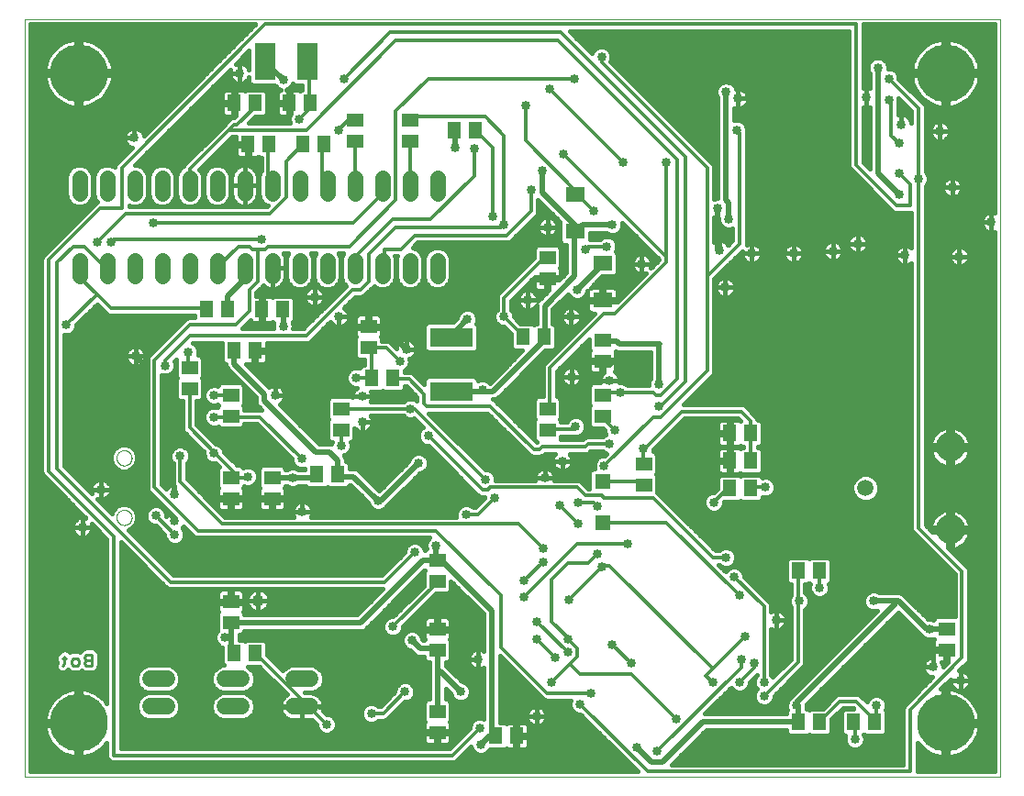
<source format=gbl>
G75*
%MOIN*%
%OFA0B0*%
%FSLAX25Y25*%
%IPPOS*%
%LPD*%
%AMOC8*
5,1,8,0,0,1.08239X$1,22.5*
%
%ADD10C,0.00000*%
%ADD11C,0.01000*%
%ADD12C,0.05562*%
%ADD13R,0.05906X0.05118*%
%ADD14R,0.05118X0.05906*%
%ADD15R,0.15748X0.07087*%
%ADD16R,0.07480X0.13386*%
%ADD17C,0.10630*%
%ADD18C,0.05984*%
%ADD19C,0.21000*%
%ADD20R,0.07087X0.05512*%
%ADD21R,0.05512X0.05512*%
%ADD22C,0.05962*%
%ADD23C,0.01600*%
%ADD24C,0.03346*%
%ADD25C,0.02000*%
%ADD26C,0.04331*%
%ADD27C,0.01181*%
D10*
X0055902Y0001800D02*
X0055902Y0277391D01*
X0410233Y0277391D01*
X0410233Y0001800D01*
X0055902Y0001800D01*
X0089370Y0096149D02*
X0089372Y0096254D01*
X0089378Y0096359D01*
X0089388Y0096463D01*
X0089402Y0096567D01*
X0089420Y0096671D01*
X0089442Y0096773D01*
X0089467Y0096875D01*
X0089497Y0096976D01*
X0089530Y0097075D01*
X0089567Y0097173D01*
X0089608Y0097270D01*
X0089653Y0097365D01*
X0089701Y0097458D01*
X0089752Y0097550D01*
X0089808Y0097639D01*
X0089866Y0097726D01*
X0089928Y0097811D01*
X0089992Y0097894D01*
X0090060Y0097974D01*
X0090131Y0098051D01*
X0090205Y0098125D01*
X0090282Y0098197D01*
X0090361Y0098266D01*
X0090443Y0098331D01*
X0090527Y0098394D01*
X0090614Y0098453D01*
X0090703Y0098509D01*
X0090794Y0098562D01*
X0090887Y0098611D01*
X0090981Y0098656D01*
X0091077Y0098698D01*
X0091175Y0098736D01*
X0091274Y0098770D01*
X0091375Y0098801D01*
X0091476Y0098827D01*
X0091579Y0098850D01*
X0091682Y0098869D01*
X0091786Y0098884D01*
X0091890Y0098895D01*
X0091995Y0098902D01*
X0092100Y0098905D01*
X0092205Y0098904D01*
X0092310Y0098899D01*
X0092414Y0098890D01*
X0092518Y0098877D01*
X0092622Y0098860D01*
X0092725Y0098839D01*
X0092827Y0098814D01*
X0092928Y0098786D01*
X0093027Y0098753D01*
X0093126Y0098717D01*
X0093223Y0098677D01*
X0093318Y0098634D01*
X0093412Y0098586D01*
X0093504Y0098536D01*
X0093594Y0098482D01*
X0093682Y0098424D01*
X0093767Y0098363D01*
X0093850Y0098299D01*
X0093931Y0098232D01*
X0094009Y0098162D01*
X0094084Y0098088D01*
X0094156Y0098013D01*
X0094226Y0097934D01*
X0094292Y0097853D01*
X0094356Y0097769D01*
X0094416Y0097683D01*
X0094472Y0097595D01*
X0094526Y0097504D01*
X0094576Y0097412D01*
X0094622Y0097318D01*
X0094665Y0097222D01*
X0094704Y0097124D01*
X0094739Y0097026D01*
X0094770Y0096925D01*
X0094798Y0096824D01*
X0094822Y0096722D01*
X0094842Y0096619D01*
X0094858Y0096515D01*
X0094870Y0096411D01*
X0094878Y0096306D01*
X0094882Y0096201D01*
X0094882Y0096097D01*
X0094878Y0095992D01*
X0094870Y0095887D01*
X0094858Y0095783D01*
X0094842Y0095679D01*
X0094822Y0095576D01*
X0094798Y0095474D01*
X0094770Y0095373D01*
X0094739Y0095272D01*
X0094704Y0095174D01*
X0094665Y0095076D01*
X0094622Y0094980D01*
X0094576Y0094886D01*
X0094526Y0094794D01*
X0094472Y0094703D01*
X0094416Y0094615D01*
X0094356Y0094529D01*
X0094292Y0094445D01*
X0094226Y0094364D01*
X0094156Y0094285D01*
X0094084Y0094210D01*
X0094009Y0094136D01*
X0093931Y0094066D01*
X0093850Y0093999D01*
X0093767Y0093935D01*
X0093682Y0093874D01*
X0093594Y0093816D01*
X0093504Y0093762D01*
X0093412Y0093712D01*
X0093318Y0093664D01*
X0093223Y0093621D01*
X0093126Y0093581D01*
X0093027Y0093545D01*
X0092928Y0093512D01*
X0092827Y0093484D01*
X0092725Y0093459D01*
X0092622Y0093438D01*
X0092518Y0093421D01*
X0092414Y0093408D01*
X0092310Y0093399D01*
X0092205Y0093394D01*
X0092100Y0093393D01*
X0091995Y0093396D01*
X0091890Y0093403D01*
X0091786Y0093414D01*
X0091682Y0093429D01*
X0091579Y0093448D01*
X0091476Y0093471D01*
X0091375Y0093497D01*
X0091274Y0093528D01*
X0091175Y0093562D01*
X0091077Y0093600D01*
X0090981Y0093642D01*
X0090887Y0093687D01*
X0090794Y0093736D01*
X0090703Y0093789D01*
X0090614Y0093845D01*
X0090527Y0093904D01*
X0090443Y0093967D01*
X0090361Y0094032D01*
X0090282Y0094101D01*
X0090205Y0094173D01*
X0090131Y0094247D01*
X0090060Y0094324D01*
X0089992Y0094404D01*
X0089928Y0094487D01*
X0089866Y0094572D01*
X0089808Y0094659D01*
X0089752Y0094748D01*
X0089701Y0094840D01*
X0089653Y0094933D01*
X0089608Y0095028D01*
X0089567Y0095125D01*
X0089530Y0095223D01*
X0089497Y0095322D01*
X0089467Y0095423D01*
X0089442Y0095525D01*
X0089420Y0095627D01*
X0089402Y0095731D01*
X0089388Y0095835D01*
X0089378Y0095939D01*
X0089372Y0096044D01*
X0089370Y0096149D01*
X0089370Y0117802D02*
X0089372Y0117907D01*
X0089378Y0118012D01*
X0089388Y0118116D01*
X0089402Y0118220D01*
X0089420Y0118324D01*
X0089442Y0118426D01*
X0089467Y0118528D01*
X0089497Y0118629D01*
X0089530Y0118728D01*
X0089567Y0118826D01*
X0089608Y0118923D01*
X0089653Y0119018D01*
X0089701Y0119111D01*
X0089752Y0119203D01*
X0089808Y0119292D01*
X0089866Y0119379D01*
X0089928Y0119464D01*
X0089992Y0119547D01*
X0090060Y0119627D01*
X0090131Y0119704D01*
X0090205Y0119778D01*
X0090282Y0119850D01*
X0090361Y0119919D01*
X0090443Y0119984D01*
X0090527Y0120047D01*
X0090614Y0120106D01*
X0090703Y0120162D01*
X0090794Y0120215D01*
X0090887Y0120264D01*
X0090981Y0120309D01*
X0091077Y0120351D01*
X0091175Y0120389D01*
X0091274Y0120423D01*
X0091375Y0120454D01*
X0091476Y0120480D01*
X0091579Y0120503D01*
X0091682Y0120522D01*
X0091786Y0120537D01*
X0091890Y0120548D01*
X0091995Y0120555D01*
X0092100Y0120558D01*
X0092205Y0120557D01*
X0092310Y0120552D01*
X0092414Y0120543D01*
X0092518Y0120530D01*
X0092622Y0120513D01*
X0092725Y0120492D01*
X0092827Y0120467D01*
X0092928Y0120439D01*
X0093027Y0120406D01*
X0093126Y0120370D01*
X0093223Y0120330D01*
X0093318Y0120287D01*
X0093412Y0120239D01*
X0093504Y0120189D01*
X0093594Y0120135D01*
X0093682Y0120077D01*
X0093767Y0120016D01*
X0093850Y0119952D01*
X0093931Y0119885D01*
X0094009Y0119815D01*
X0094084Y0119741D01*
X0094156Y0119666D01*
X0094226Y0119587D01*
X0094292Y0119506D01*
X0094356Y0119422D01*
X0094416Y0119336D01*
X0094472Y0119248D01*
X0094526Y0119157D01*
X0094576Y0119065D01*
X0094622Y0118971D01*
X0094665Y0118875D01*
X0094704Y0118777D01*
X0094739Y0118679D01*
X0094770Y0118578D01*
X0094798Y0118477D01*
X0094822Y0118375D01*
X0094842Y0118272D01*
X0094858Y0118168D01*
X0094870Y0118064D01*
X0094878Y0117959D01*
X0094882Y0117854D01*
X0094882Y0117750D01*
X0094878Y0117645D01*
X0094870Y0117540D01*
X0094858Y0117436D01*
X0094842Y0117332D01*
X0094822Y0117229D01*
X0094798Y0117127D01*
X0094770Y0117026D01*
X0094739Y0116925D01*
X0094704Y0116827D01*
X0094665Y0116729D01*
X0094622Y0116633D01*
X0094576Y0116539D01*
X0094526Y0116447D01*
X0094472Y0116356D01*
X0094416Y0116268D01*
X0094356Y0116182D01*
X0094292Y0116098D01*
X0094226Y0116017D01*
X0094156Y0115938D01*
X0094084Y0115863D01*
X0094009Y0115789D01*
X0093931Y0115719D01*
X0093850Y0115652D01*
X0093767Y0115588D01*
X0093682Y0115527D01*
X0093594Y0115469D01*
X0093504Y0115415D01*
X0093412Y0115365D01*
X0093318Y0115317D01*
X0093223Y0115274D01*
X0093126Y0115234D01*
X0093027Y0115198D01*
X0092928Y0115165D01*
X0092827Y0115137D01*
X0092725Y0115112D01*
X0092622Y0115091D01*
X0092518Y0115074D01*
X0092414Y0115061D01*
X0092310Y0115052D01*
X0092205Y0115047D01*
X0092100Y0115046D01*
X0091995Y0115049D01*
X0091890Y0115056D01*
X0091786Y0115067D01*
X0091682Y0115082D01*
X0091579Y0115101D01*
X0091476Y0115124D01*
X0091375Y0115150D01*
X0091274Y0115181D01*
X0091175Y0115215D01*
X0091077Y0115253D01*
X0090981Y0115295D01*
X0090887Y0115340D01*
X0090794Y0115389D01*
X0090703Y0115442D01*
X0090614Y0115498D01*
X0090527Y0115557D01*
X0090443Y0115620D01*
X0090361Y0115685D01*
X0090282Y0115754D01*
X0090205Y0115826D01*
X0090131Y0115900D01*
X0090060Y0115977D01*
X0089992Y0116057D01*
X0089928Y0116140D01*
X0089866Y0116225D01*
X0089808Y0116312D01*
X0089752Y0116401D01*
X0089701Y0116493D01*
X0089653Y0116586D01*
X0089608Y0116681D01*
X0089567Y0116778D01*
X0089530Y0116876D01*
X0089497Y0116975D01*
X0089467Y0117076D01*
X0089442Y0117178D01*
X0089420Y0117280D01*
X0089402Y0117384D01*
X0089388Y0117488D01*
X0089378Y0117592D01*
X0089372Y0117697D01*
X0089370Y0117802D01*
D11*
X0080402Y0046303D02*
X0078401Y0046303D01*
X0077733Y0045636D01*
X0077733Y0044969D01*
X0078401Y0044302D01*
X0080402Y0044302D01*
X0080402Y0046303D02*
X0080402Y0042300D01*
X0078401Y0042300D01*
X0077733Y0042967D01*
X0077733Y0043634D01*
X0078401Y0044302D01*
X0075798Y0044302D02*
X0075798Y0042967D01*
X0075131Y0042300D01*
X0073797Y0042300D01*
X0073129Y0042967D01*
X0073129Y0044302D01*
X0073797Y0044969D01*
X0075131Y0044969D01*
X0075798Y0044302D01*
X0071194Y0044969D02*
X0069860Y0044969D01*
X0070527Y0045636D02*
X0070527Y0042967D01*
X0069860Y0042300D01*
D12*
X0075902Y0184019D02*
X0075902Y0189581D01*
X0085902Y0189581D02*
X0085902Y0184019D01*
X0095902Y0184019D02*
X0095902Y0189581D01*
X0105902Y0189581D02*
X0105902Y0184019D01*
X0115902Y0184019D02*
X0115902Y0189581D01*
X0125902Y0189581D02*
X0125902Y0184019D01*
X0135902Y0184019D02*
X0135902Y0189581D01*
X0145902Y0189581D02*
X0145902Y0184019D01*
X0155902Y0184019D02*
X0155902Y0189581D01*
X0165902Y0189581D02*
X0165902Y0184019D01*
X0175902Y0184019D02*
X0175902Y0189581D01*
X0185902Y0189581D02*
X0185902Y0184019D01*
X0195902Y0184019D02*
X0195902Y0189581D01*
X0205902Y0189581D02*
X0205902Y0184019D01*
X0205902Y0214019D02*
X0205902Y0219581D01*
X0195902Y0219581D02*
X0195902Y0214019D01*
X0185902Y0214019D02*
X0185902Y0219581D01*
X0175902Y0219581D02*
X0175902Y0214019D01*
X0165902Y0214019D02*
X0165902Y0219581D01*
X0155902Y0219581D02*
X0155902Y0214019D01*
X0145902Y0214019D02*
X0145902Y0219581D01*
X0135902Y0219581D02*
X0135902Y0214019D01*
X0125902Y0214019D02*
X0125902Y0219581D01*
X0115902Y0219581D02*
X0115902Y0214019D01*
X0105902Y0214019D02*
X0105902Y0219581D01*
X0095902Y0219581D02*
X0095902Y0214019D01*
X0085902Y0214019D02*
X0085902Y0219581D01*
X0075902Y0219581D02*
X0075902Y0214019D01*
D13*
X0115902Y0150540D03*
X0115902Y0143060D03*
X0130902Y0140540D03*
X0130902Y0133060D03*
X0130902Y0110540D03*
X0130902Y0103060D03*
X0145902Y0103060D03*
X0145902Y0110540D03*
X0170902Y0128060D03*
X0170902Y0135540D03*
X0180902Y0158060D03*
X0180902Y0165540D03*
X0245902Y0183060D03*
X0245902Y0190540D03*
X0265902Y0160540D03*
X0265902Y0153060D03*
X0265902Y0140540D03*
X0265902Y0133060D03*
X0245902Y0135540D03*
X0245902Y0128060D03*
X0280902Y0115540D03*
X0280902Y0108060D03*
X0205902Y0080540D03*
X0205902Y0073060D03*
X0205902Y0055540D03*
X0205902Y0048060D03*
X0205902Y0025540D03*
X0205902Y0018060D03*
X0130902Y0058060D03*
X0130902Y0065540D03*
X0175902Y0233060D03*
X0175902Y0240540D03*
X0195902Y0240540D03*
X0195902Y0233060D03*
X0390902Y0055540D03*
X0390902Y0048060D03*
D14*
X0364642Y0021800D03*
X0357162Y0021800D03*
X0344642Y0021800D03*
X0337162Y0021800D03*
X0337162Y0076800D03*
X0344642Y0076800D03*
X0319642Y0106800D03*
X0312162Y0106800D03*
X0312162Y0116800D03*
X0319642Y0116800D03*
X0319642Y0126800D03*
X0312162Y0126800D03*
X0244642Y0161800D03*
X0237162Y0161800D03*
X0189642Y0146800D03*
X0182162Y0146800D03*
X0149642Y0171800D03*
X0142162Y0171800D03*
X0129642Y0171800D03*
X0122162Y0171800D03*
X0132162Y0156800D03*
X0139642Y0156800D03*
X0162162Y0111800D03*
X0169642Y0111800D03*
X0139642Y0046800D03*
X0132162Y0046800D03*
X0227162Y0016800D03*
X0234642Y0016800D03*
X0164642Y0231800D03*
X0157162Y0231800D03*
X0144642Y0231800D03*
X0137162Y0231800D03*
X0139642Y0246800D03*
X0132162Y0246800D03*
X0152162Y0246800D03*
X0159642Y0246800D03*
X0212162Y0236800D03*
X0219642Y0236800D03*
D15*
X0210902Y0161643D03*
X0210902Y0141957D03*
D16*
X0158579Y0261800D03*
X0143225Y0261800D03*
D17*
X0392223Y0121761D03*
X0392223Y0091839D03*
D18*
X0361515Y0106800D03*
D19*
X0390548Y0021485D03*
X0075587Y0021485D03*
X0075587Y0257706D03*
X0390548Y0257706D03*
D20*
X0265902Y0188493D03*
X0255902Y0200107D03*
X0255902Y0213493D03*
X0265902Y0175107D03*
D21*
X0265902Y0109280D03*
X0265902Y0094320D03*
D22*
X0159703Y0037456D02*
X0153741Y0037456D01*
X0153741Y0027456D02*
X0159703Y0027456D01*
X0134702Y0027456D02*
X0128740Y0027456D01*
X0128740Y0037456D02*
X0134702Y0037456D01*
X0107572Y0037456D02*
X0101609Y0037456D01*
X0101609Y0027456D02*
X0107572Y0027456D01*
D23*
X0112534Y0027376D02*
X0123778Y0027376D01*
X0123778Y0026469D02*
X0124534Y0024645D01*
X0125929Y0023249D01*
X0127753Y0022494D01*
X0135690Y0022494D01*
X0137513Y0023249D01*
X0138909Y0024645D01*
X0139665Y0026469D01*
X0139665Y0028443D01*
X0138909Y0030267D01*
X0137513Y0031663D01*
X0135690Y0032418D01*
X0127753Y0032418D01*
X0125929Y0031663D01*
X0124534Y0030267D01*
X0123778Y0028443D01*
X0123778Y0026469D01*
X0124064Y0025778D02*
X0112248Y0025778D01*
X0112534Y0026469D02*
X0111778Y0024645D01*
X0110383Y0023249D01*
X0108559Y0022494D01*
X0100622Y0022494D01*
X0098799Y0023249D01*
X0097403Y0024645D01*
X0096647Y0026469D01*
X0096647Y0028443D01*
X0097403Y0030267D01*
X0098799Y0031663D01*
X0100622Y0032418D01*
X0108559Y0032418D01*
X0110383Y0031663D01*
X0111778Y0030267D01*
X0112534Y0028443D01*
X0112534Y0026469D01*
X0112314Y0028975D02*
X0123998Y0028975D01*
X0124840Y0030573D02*
X0111472Y0030573D01*
X0109154Y0032172D02*
X0127158Y0032172D01*
X0127753Y0032494D02*
X0125929Y0033249D01*
X0124534Y0034645D01*
X0123778Y0036469D01*
X0123778Y0038443D01*
X0124534Y0040267D01*
X0125929Y0041663D01*
X0127753Y0042418D01*
X0128230Y0042418D01*
X0127622Y0043027D01*
X0127622Y0048995D01*
X0126667Y0049391D01*
X0125639Y0050419D01*
X0125083Y0051762D01*
X0125083Y0053216D01*
X0125639Y0054559D01*
X0125968Y0054888D01*
X0125968Y0061439D01*
X0126338Y0061809D01*
X0126103Y0062216D01*
X0125968Y0062720D01*
X0125968Y0065061D01*
X0130423Y0065061D01*
X0130423Y0066020D01*
X0130423Y0070080D01*
X0127689Y0070080D01*
X0127185Y0069945D01*
X0126733Y0069684D01*
X0126364Y0069316D01*
X0126103Y0068864D01*
X0125968Y0068360D01*
X0125968Y0066020D01*
X0130423Y0066020D01*
X0131382Y0066020D01*
X0131382Y0070080D01*
X0134116Y0070080D01*
X0134620Y0069945D01*
X0135071Y0069684D01*
X0135440Y0069316D01*
X0135701Y0068864D01*
X0135836Y0068360D01*
X0135836Y0066020D01*
X0131382Y0066020D01*
X0131382Y0065061D01*
X0135836Y0065061D01*
X0135836Y0062720D01*
X0135701Y0062216D01*
X0135466Y0061809D01*
X0135836Y0061439D01*
X0135836Y0060883D01*
X0176715Y0060883D01*
X0185926Y0070094D01*
X0108540Y0070094D01*
X0107595Y0070486D01*
X0106872Y0071209D01*
X0090954Y0087127D01*
X0090954Y0012246D01*
X0210349Y0012246D01*
X0217602Y0019499D01*
X0217602Y0020243D01*
X0218159Y0021587D01*
X0219187Y0022615D01*
X0220530Y0023171D01*
X0221983Y0023171D01*
X0222705Y0022872D01*
X0222705Y0041516D01*
X0222495Y0041377D01*
X0221830Y0041101D01*
X0221124Y0040961D01*
X0220764Y0040961D01*
X0220764Y0044615D01*
X0220764Y0044615D01*
X0217110Y0044615D01*
X0217110Y0044975D01*
X0217251Y0045681D01*
X0217526Y0046346D01*
X0217926Y0046944D01*
X0218435Y0047453D01*
X0219033Y0047853D01*
X0219698Y0048129D01*
X0220405Y0048269D01*
X0220764Y0048269D01*
X0220764Y0044615D01*
X0217110Y0044615D01*
X0217110Y0044255D01*
X0217251Y0043549D01*
X0217526Y0042884D01*
X0217926Y0042285D01*
X0218435Y0041776D01*
X0219033Y0041377D01*
X0219698Y0041101D01*
X0220405Y0040961D01*
X0220764Y0040961D01*
X0220764Y0044615D01*
X0220764Y0044615D01*
X0220764Y0044615D01*
X0220764Y0048269D01*
X0221124Y0048269D01*
X0221830Y0048129D01*
X0222495Y0047853D01*
X0222705Y0047714D01*
X0222705Y0061097D01*
X0210836Y0072965D01*
X0210836Y0069680D01*
X0209676Y0068520D01*
X0205491Y0068520D01*
X0193415Y0056443D01*
X0193415Y0055699D01*
X0192858Y0054356D01*
X0191830Y0053328D01*
X0190487Y0052772D01*
X0189034Y0052772D01*
X0187690Y0053328D01*
X0186662Y0054356D01*
X0186106Y0055699D01*
X0186106Y0057153D01*
X0186662Y0058496D01*
X0187690Y0059524D01*
X0189034Y0060080D01*
X0189778Y0060080D01*
X0200968Y0071271D01*
X0200968Y0076439D01*
X0201329Y0076800D01*
X0201196Y0076933D01*
X0179638Y0055375D01*
X0178542Y0054921D01*
X0135836Y0054921D01*
X0135836Y0054680D01*
X0134676Y0053520D01*
X0134179Y0053520D01*
X0134179Y0051734D01*
X0135542Y0051734D01*
X0135902Y0051373D01*
X0136263Y0051734D01*
X0143022Y0051734D01*
X0144183Y0050573D01*
X0144183Y0046094D01*
X0149772Y0040504D01*
X0150930Y0041663D01*
X0152754Y0042418D01*
X0160690Y0042418D01*
X0162514Y0041663D01*
X0163910Y0040267D01*
X0164665Y0038443D01*
X0164665Y0036469D01*
X0163910Y0034645D01*
X0162514Y0033249D01*
X0160690Y0032494D01*
X0157782Y0032494D01*
X0157858Y0032418D01*
X0160094Y0032418D01*
X0160865Y0032296D01*
X0161608Y0032055D01*
X0162304Y0031700D01*
X0162936Y0031241D01*
X0163488Y0030689D01*
X0163947Y0030057D01*
X0164302Y0029361D01*
X0164543Y0028618D01*
X0164665Y0027847D01*
X0164665Y0027556D01*
X0162720Y0027556D01*
X0162920Y0027356D01*
X0164665Y0027356D01*
X0164665Y0027065D01*
X0164543Y0026294D01*
X0164406Y0025871D01*
X0165629Y0024647D01*
X0166373Y0024647D01*
X0167716Y0024091D01*
X0168744Y0023063D01*
X0169301Y0021720D01*
X0169301Y0020266D01*
X0168744Y0018923D01*
X0167716Y0017895D01*
X0166373Y0017339D01*
X0164919Y0017339D01*
X0163576Y0017895D01*
X0162548Y0018923D01*
X0161992Y0020266D01*
X0161992Y0021010D01*
X0160452Y0022551D01*
X0160094Y0022494D01*
X0156822Y0022494D01*
X0156822Y0026180D01*
X0156622Y0026380D01*
X0156622Y0022494D01*
X0153350Y0022494D01*
X0152579Y0022616D01*
X0151836Y0022857D01*
X0151140Y0023212D01*
X0150508Y0023671D01*
X0149956Y0024223D01*
X0149497Y0024855D01*
X0149142Y0025551D01*
X0148901Y0026294D01*
X0148779Y0027065D01*
X0148779Y0027356D01*
X0155646Y0027356D01*
X0155446Y0027556D01*
X0148779Y0027556D01*
X0148779Y0027847D01*
X0148901Y0028618D01*
X0149142Y0029361D01*
X0149497Y0030057D01*
X0149956Y0030689D01*
X0150508Y0031241D01*
X0151140Y0031700D01*
X0151248Y0031755D01*
X0141136Y0041866D01*
X0137022Y0041866D01*
X0137513Y0041663D01*
X0138909Y0040267D01*
X0139665Y0038443D01*
X0139665Y0036469D01*
X0138909Y0034645D01*
X0137513Y0033249D01*
X0135690Y0032494D01*
X0127753Y0032494D01*
X0125408Y0033770D02*
X0110904Y0033770D01*
X0110383Y0033249D02*
X0111778Y0034645D01*
X0112534Y0036469D01*
X0112534Y0038443D01*
X0111778Y0040267D01*
X0110383Y0041663D01*
X0108559Y0042418D01*
X0100622Y0042418D01*
X0098799Y0041663D01*
X0097403Y0040267D01*
X0096647Y0038443D01*
X0096647Y0036469D01*
X0097403Y0034645D01*
X0098799Y0033249D01*
X0100622Y0032494D01*
X0108559Y0032494D01*
X0110383Y0033249D01*
X0112078Y0035369D02*
X0124234Y0035369D01*
X0123778Y0036967D02*
X0112534Y0036967D01*
X0112483Y0038566D02*
X0123829Y0038566D01*
X0124491Y0040164D02*
X0111821Y0040164D01*
X0110141Y0041763D02*
X0126171Y0041763D01*
X0127622Y0043361D02*
X0090954Y0043361D01*
X0090954Y0041763D02*
X0099040Y0041763D01*
X0097360Y0040164D02*
X0090954Y0040164D01*
X0090954Y0038566D02*
X0096698Y0038566D01*
X0096647Y0036967D02*
X0090954Y0036967D01*
X0090954Y0035369D02*
X0097103Y0035369D01*
X0098278Y0033770D02*
X0090954Y0033770D01*
X0090954Y0032172D02*
X0100027Y0032172D01*
X0097709Y0030573D02*
X0090954Y0030573D01*
X0090954Y0028975D02*
X0096868Y0028975D01*
X0096647Y0027376D02*
X0090954Y0027376D01*
X0090954Y0025778D02*
X0096934Y0025778D01*
X0097869Y0024179D02*
X0090954Y0024179D01*
X0090954Y0022581D02*
X0100413Y0022581D01*
X0108768Y0022581D02*
X0127544Y0022581D01*
X0125000Y0024179D02*
X0111312Y0024179D01*
X0090954Y0020982D02*
X0161992Y0020982D01*
X0162357Y0019384D02*
X0090954Y0019384D01*
X0090954Y0017785D02*
X0163841Y0017785D01*
X0167451Y0017785D02*
X0205423Y0017785D01*
X0205423Y0017580D02*
X0200968Y0017580D01*
X0200968Y0015240D01*
X0201103Y0014736D01*
X0201364Y0014284D01*
X0201733Y0013916D01*
X0202185Y0013655D01*
X0202689Y0013520D01*
X0205423Y0013520D01*
X0205423Y0017580D01*
X0206382Y0017580D01*
X0206382Y0013520D01*
X0209116Y0013520D01*
X0209620Y0013655D01*
X0210071Y0013916D01*
X0210440Y0014284D01*
X0210701Y0014736D01*
X0210836Y0015240D01*
X0210836Y0017580D01*
X0206382Y0017580D01*
X0206382Y0018539D01*
X0210836Y0018539D01*
X0210836Y0020880D01*
X0210701Y0021384D01*
X0210466Y0021791D01*
X0210836Y0022160D01*
X0210836Y0028920D01*
X0209676Y0030080D01*
X0208982Y0030080D01*
X0208982Y0033973D01*
X0210712Y0032242D01*
X0210712Y0032077D01*
X0211269Y0030734D01*
X0212297Y0029706D01*
X0213640Y0029150D01*
X0215094Y0029150D01*
X0216437Y0029706D01*
X0217465Y0030734D01*
X0218021Y0032077D01*
X0218021Y0033531D01*
X0217465Y0034874D01*
X0216437Y0035902D01*
X0215094Y0036458D01*
X0214928Y0036458D01*
X0209512Y0041874D01*
X0208982Y0042405D01*
X0208982Y0043520D01*
X0209676Y0043520D01*
X0210836Y0044680D01*
X0210836Y0051439D01*
X0210466Y0051809D01*
X0210701Y0052216D01*
X0210836Y0052720D01*
X0210836Y0055061D01*
X0206382Y0055061D01*
X0206382Y0056020D01*
X0205423Y0056020D01*
X0205423Y0060080D01*
X0202689Y0060080D01*
X0202185Y0059945D01*
X0201733Y0059684D01*
X0201364Y0059316D01*
X0201103Y0058864D01*
X0200968Y0058360D01*
X0200968Y0056020D01*
X0205423Y0056020D01*
X0205423Y0055061D01*
X0200968Y0055061D01*
X0200968Y0052720D01*
X0201103Y0052216D01*
X0201338Y0051809D01*
X0201062Y0051533D01*
X0200838Y0051533D01*
X0200305Y0052066D01*
X0200305Y0052232D01*
X0199748Y0053575D01*
X0198720Y0054603D01*
X0197377Y0055159D01*
X0195923Y0055159D01*
X0194580Y0054603D01*
X0193552Y0053575D01*
X0192996Y0052232D01*
X0192996Y0050778D01*
X0193552Y0049435D01*
X0194580Y0048407D01*
X0195923Y0047850D01*
X0196089Y0047850D01*
X0197914Y0046025D01*
X0199010Y0045571D01*
X0200968Y0045571D01*
X0200968Y0044680D01*
X0202129Y0043520D01*
X0203020Y0043520D01*
X0203020Y0030080D01*
X0202129Y0030080D01*
X0200968Y0028920D01*
X0200968Y0022160D01*
X0201338Y0021791D01*
X0201103Y0021384D01*
X0200968Y0020880D01*
X0200968Y0018539D01*
X0205423Y0018539D01*
X0205423Y0017580D01*
X0206382Y0017785D02*
X0215888Y0017785D01*
X0214290Y0016187D02*
X0210836Y0016187D01*
X0210616Y0014588D02*
X0212691Y0014588D01*
X0211093Y0012990D02*
X0090954Y0012990D01*
X0090954Y0014588D02*
X0201189Y0014588D01*
X0200968Y0016187D02*
X0090954Y0016187D01*
X0085811Y0014297D02*
X0085811Y0009162D01*
X0086202Y0008217D01*
X0086926Y0007494D01*
X0087871Y0007102D01*
X0211926Y0007102D01*
X0212871Y0007494D01*
X0218143Y0012766D01*
X0218651Y0011541D01*
X0219679Y0010513D01*
X0221022Y0009957D01*
X0222476Y0009957D01*
X0223819Y0010513D01*
X0224847Y0011541D01*
X0224981Y0011866D01*
X0230542Y0011866D01*
X0230912Y0012236D01*
X0231319Y0012001D01*
X0231823Y0011866D01*
X0234163Y0011866D01*
X0234163Y0016320D01*
X0235122Y0016320D01*
X0235122Y0011866D01*
X0237462Y0011866D01*
X0237966Y0012001D01*
X0238418Y0012262D01*
X0238787Y0012631D01*
X0239048Y0013083D01*
X0239183Y0013586D01*
X0239183Y0016320D01*
X0235122Y0016320D01*
X0235122Y0017280D01*
X0234163Y0017280D01*
X0234163Y0021734D01*
X0231823Y0021734D01*
X0231319Y0021599D01*
X0230912Y0021364D01*
X0230542Y0021734D01*
X0228667Y0021734D01*
X0228667Y0045871D01*
X0244406Y0030132D01*
X0245351Y0029740D01*
X0254284Y0029740D01*
X0254020Y0029102D01*
X0254020Y0027648D01*
X0254576Y0026305D01*
X0255604Y0025277D01*
X0256947Y0024720D01*
X0257691Y0024720D01*
X0278631Y0003781D01*
X0057883Y0003781D01*
X0057883Y0275409D01*
X0139851Y0275409D01*
X0099330Y0234888D01*
X0099278Y0235149D01*
X0099003Y0235814D01*
X0098603Y0236413D01*
X0098094Y0236922D01*
X0097495Y0237322D01*
X0096830Y0237597D01*
X0096124Y0237738D01*
X0095764Y0237738D01*
X0095405Y0237738D01*
X0094698Y0237597D01*
X0094033Y0237322D01*
X0093435Y0236922D01*
X0092926Y0236413D01*
X0092526Y0235814D01*
X0092251Y0235149D01*
X0092110Y0234443D01*
X0092110Y0234084D01*
X0095764Y0234084D01*
X0095764Y0237738D01*
X0095764Y0234084D01*
X0095764Y0234084D01*
X0095764Y0234083D01*
X0092110Y0234083D01*
X0092110Y0233724D01*
X0092251Y0233018D01*
X0092526Y0232352D01*
X0092926Y0231754D01*
X0093435Y0231245D01*
X0094033Y0230845D01*
X0094698Y0230570D01*
X0094959Y0230518D01*
X0089155Y0224713D01*
X0088764Y0223768D01*
X0088764Y0223454D01*
X0088600Y0223618D01*
X0086849Y0224343D01*
X0084955Y0224343D01*
X0083205Y0223618D01*
X0081865Y0222279D01*
X0081140Y0220528D01*
X0081140Y0213072D01*
X0081865Y0211321D01*
X0082364Y0210822D01*
X0082005Y0210673D01*
X0081281Y0209950D01*
X0062580Y0191249D01*
X0062189Y0190304D01*
X0062189Y0112509D01*
X0062580Y0111564D01*
X0063304Y0110840D01*
X0078140Y0096005D01*
X0077954Y0096082D01*
X0077248Y0096222D01*
X0076888Y0096222D01*
X0076888Y0092568D01*
X0080542Y0092568D01*
X0080542Y0092928D01*
X0080401Y0093634D01*
X0080324Y0093820D01*
X0085811Y0088333D01*
X0085811Y0028674D01*
X0085782Y0028719D01*
X0084908Y0029815D01*
X0083917Y0030806D01*
X0082821Y0031680D01*
X0081634Y0032426D01*
X0080371Y0033034D01*
X0079048Y0033497D01*
X0077681Y0033809D01*
X0076387Y0033955D01*
X0076387Y0022285D01*
X0074787Y0022285D01*
X0074787Y0020685D01*
X0063117Y0020685D01*
X0063263Y0019391D01*
X0063575Y0018024D01*
X0064038Y0016701D01*
X0064646Y0015438D01*
X0065392Y0014251D01*
X0066266Y0013155D01*
X0067257Y0012164D01*
X0068353Y0011290D01*
X0069540Y0010544D01*
X0070803Y0009936D01*
X0072127Y0009473D01*
X0073493Y0009161D01*
X0074787Y0009015D01*
X0074787Y0020685D01*
X0076387Y0020685D01*
X0076387Y0009015D01*
X0077681Y0009161D01*
X0079048Y0009473D01*
X0080371Y0009936D01*
X0081634Y0010544D01*
X0082821Y0011290D01*
X0083917Y0012164D01*
X0084908Y0013155D01*
X0085782Y0014251D01*
X0085811Y0014297D01*
X0085811Y0012990D02*
X0084743Y0012990D01*
X0085811Y0011391D02*
X0082948Y0011391D01*
X0085811Y0009793D02*
X0079962Y0009793D01*
X0076387Y0009793D02*
X0074787Y0009793D01*
X0074787Y0011391D02*
X0076387Y0011391D01*
X0076387Y0012990D02*
X0074787Y0012990D01*
X0074787Y0014588D02*
X0076387Y0014588D01*
X0076387Y0016187D02*
X0074787Y0016187D01*
X0074787Y0017785D02*
X0076387Y0017785D01*
X0076387Y0019384D02*
X0074787Y0019384D01*
X0074787Y0020982D02*
X0057883Y0020982D01*
X0057883Y0019384D02*
X0063265Y0019384D01*
X0063659Y0017785D02*
X0057883Y0017785D01*
X0057883Y0016187D02*
X0064286Y0016187D01*
X0065180Y0014588D02*
X0057883Y0014588D01*
X0057883Y0012990D02*
X0066432Y0012990D01*
X0068227Y0011391D02*
X0057883Y0011391D01*
X0057883Y0009793D02*
X0071213Y0009793D01*
X0057883Y0008194D02*
X0086226Y0008194D01*
X0076387Y0022581D02*
X0074787Y0022581D01*
X0074787Y0022285D02*
X0074787Y0033955D01*
X0073493Y0033809D01*
X0072127Y0033497D01*
X0070803Y0033034D01*
X0069540Y0032426D01*
X0068353Y0031680D01*
X0067257Y0030806D01*
X0066266Y0029815D01*
X0065392Y0028719D01*
X0064646Y0027532D01*
X0064038Y0026269D01*
X0063575Y0024946D01*
X0063263Y0023579D01*
X0063117Y0022285D01*
X0074787Y0022285D01*
X0074787Y0024179D02*
X0076387Y0024179D01*
X0076387Y0025778D02*
X0074787Y0025778D01*
X0074787Y0027376D02*
X0076387Y0027376D01*
X0076387Y0028975D02*
X0074787Y0028975D01*
X0074787Y0030573D02*
X0076387Y0030573D01*
X0076387Y0032172D02*
X0074787Y0032172D01*
X0074787Y0033770D02*
X0076387Y0033770D01*
X0077852Y0033770D02*
X0085811Y0033770D01*
X0085811Y0032172D02*
X0082039Y0032172D01*
X0084150Y0030573D02*
X0085811Y0030573D01*
X0085811Y0028975D02*
X0085578Y0028975D01*
X0085811Y0035369D02*
X0057883Y0035369D01*
X0057883Y0036967D02*
X0085811Y0036967D01*
X0085811Y0038566D02*
X0057883Y0038566D01*
X0057883Y0040164D02*
X0068533Y0040164D01*
X0068454Y0040197D02*
X0069366Y0039819D01*
X0070353Y0039819D01*
X0071265Y0040197D01*
X0071828Y0040760D01*
X0072391Y0040197D01*
X0073303Y0039819D01*
X0075625Y0039819D01*
X0076536Y0040197D01*
X0076766Y0040426D01*
X0076995Y0040197D01*
X0077907Y0039819D01*
X0080896Y0039819D01*
X0081808Y0040197D01*
X0082506Y0040895D01*
X0082883Y0041806D01*
X0082883Y0044795D01*
X0082883Y0045810D01*
X0082883Y0046797D01*
X0082506Y0047709D01*
X0081808Y0048407D01*
X0080896Y0048785D01*
X0077907Y0048785D01*
X0076995Y0048407D01*
X0076328Y0047740D01*
X0075917Y0047329D01*
X0075625Y0047450D01*
X0073303Y0047450D01*
X0072539Y0047133D01*
X0071933Y0047740D01*
X0071021Y0048117D01*
X0070034Y0048117D01*
X0069122Y0047740D01*
X0068454Y0047072D01*
X0067757Y0046374D01*
X0067379Y0045462D01*
X0067379Y0044475D01*
X0067727Y0043634D01*
X0067379Y0042794D01*
X0067379Y0041806D01*
X0067757Y0040895D01*
X0068454Y0040197D01*
X0067397Y0041763D02*
X0057883Y0041763D01*
X0057883Y0043361D02*
X0067614Y0043361D01*
X0067379Y0044960D02*
X0057883Y0044960D01*
X0057883Y0046558D02*
X0067940Y0046558D01*
X0071187Y0040164D02*
X0072469Y0040164D01*
X0076458Y0040164D02*
X0077073Y0040164D01*
X0081730Y0040164D02*
X0085811Y0040164D01*
X0085811Y0041763D02*
X0082865Y0041763D01*
X0082883Y0043361D02*
X0085811Y0043361D01*
X0085811Y0044960D02*
X0082883Y0044960D01*
X0082883Y0046558D02*
X0085811Y0046558D01*
X0085811Y0048157D02*
X0082058Y0048157D01*
X0085811Y0049755D02*
X0057883Y0049755D01*
X0057883Y0048157D02*
X0076745Y0048157D01*
X0085811Y0051354D02*
X0057883Y0051354D01*
X0057883Y0052952D02*
X0085811Y0052952D01*
X0085811Y0054551D02*
X0057883Y0054551D01*
X0057883Y0056149D02*
X0085811Y0056149D01*
X0085811Y0057748D02*
X0057883Y0057748D01*
X0057883Y0059346D02*
X0085811Y0059346D01*
X0085811Y0060945D02*
X0057883Y0060945D01*
X0057883Y0062543D02*
X0085811Y0062543D01*
X0085811Y0064142D02*
X0057883Y0064142D01*
X0057883Y0065740D02*
X0085811Y0065740D01*
X0085811Y0067339D02*
X0057883Y0067339D01*
X0057883Y0068937D02*
X0085811Y0068937D01*
X0085811Y0070536D02*
X0057883Y0070536D01*
X0057883Y0072134D02*
X0085811Y0072134D01*
X0085811Y0073733D02*
X0057883Y0073733D01*
X0057883Y0075332D02*
X0085811Y0075332D01*
X0085811Y0076930D02*
X0057883Y0076930D01*
X0057883Y0078529D02*
X0085811Y0078529D01*
X0085811Y0080127D02*
X0057883Y0080127D01*
X0057883Y0081726D02*
X0085811Y0081726D01*
X0085811Y0083324D02*
X0057883Y0083324D01*
X0057883Y0084923D02*
X0085811Y0084923D01*
X0085811Y0086521D02*
X0057883Y0086521D01*
X0057883Y0088120D02*
X0085811Y0088120D01*
X0084426Y0089718D02*
X0079200Y0089718D01*
X0079217Y0089729D02*
X0079726Y0090238D01*
X0080126Y0090837D01*
X0080401Y0091502D01*
X0080542Y0092208D01*
X0080542Y0092568D01*
X0076888Y0092568D01*
X0076888Y0092568D01*
X0076888Y0092568D01*
X0076888Y0096222D01*
X0076528Y0096222D01*
X0075822Y0096082D01*
X0075157Y0095806D01*
X0074558Y0095406D01*
X0074049Y0094897D01*
X0073649Y0094299D01*
X0073374Y0093634D01*
X0073233Y0092928D01*
X0073233Y0092568D01*
X0076887Y0092568D01*
X0076887Y0092568D01*
X0073233Y0092568D01*
X0073233Y0092208D01*
X0073374Y0091502D01*
X0073649Y0090837D01*
X0074049Y0090238D01*
X0074558Y0089729D01*
X0075157Y0089329D01*
X0075822Y0089054D01*
X0076528Y0088913D01*
X0076888Y0088913D01*
X0077248Y0088913D01*
X0077954Y0089054D01*
X0078619Y0089329D01*
X0079217Y0089729D01*
X0080325Y0091317D02*
X0082827Y0091317D01*
X0081229Y0092915D02*
X0080542Y0092915D01*
X0076888Y0092915D02*
X0076888Y0092915D01*
X0076888Y0092568D02*
X0076888Y0088913D01*
X0076888Y0092568D01*
X0076888Y0092568D01*
X0076888Y0091317D02*
X0076888Y0091317D01*
X0076888Y0089718D02*
X0076888Y0089718D01*
X0074575Y0089718D02*
X0057883Y0089718D01*
X0057883Y0091317D02*
X0073450Y0091317D01*
X0073233Y0092915D02*
X0057883Y0092915D01*
X0057883Y0094514D02*
X0073793Y0094514D01*
X0075975Y0096112D02*
X0057883Y0096112D01*
X0057883Y0097711D02*
X0076433Y0097711D01*
X0076888Y0096112D02*
X0076888Y0096112D01*
X0077800Y0096112D02*
X0078032Y0096112D01*
X0076888Y0094514D02*
X0076888Y0094514D01*
X0074835Y0099309D02*
X0057883Y0099309D01*
X0057883Y0100908D02*
X0073236Y0100908D01*
X0071638Y0102506D02*
X0057883Y0102506D01*
X0057883Y0104105D02*
X0070039Y0104105D01*
X0068441Y0105703D02*
X0057883Y0105703D01*
X0057883Y0107302D02*
X0066842Y0107302D01*
X0065244Y0108900D02*
X0057883Y0108900D01*
X0057883Y0110499D02*
X0063645Y0110499D01*
X0063304Y0110840D02*
X0063304Y0110840D01*
X0062359Y0112097D02*
X0057883Y0112097D01*
X0057883Y0113696D02*
X0062189Y0113696D01*
X0062189Y0115294D02*
X0057883Y0115294D01*
X0057883Y0116893D02*
X0062189Y0116893D01*
X0062189Y0118491D02*
X0057883Y0118491D01*
X0057883Y0120090D02*
X0062189Y0120090D01*
X0062189Y0121688D02*
X0057883Y0121688D01*
X0057883Y0123287D02*
X0062189Y0123287D01*
X0062189Y0124885D02*
X0057883Y0124885D01*
X0057883Y0126484D02*
X0062189Y0126484D01*
X0062189Y0128082D02*
X0057883Y0128082D01*
X0057883Y0129681D02*
X0062189Y0129681D01*
X0062189Y0131279D02*
X0057883Y0131279D01*
X0057883Y0132878D02*
X0062189Y0132878D01*
X0062189Y0134476D02*
X0057883Y0134476D01*
X0057883Y0136075D02*
X0062189Y0136075D01*
X0062189Y0137673D02*
X0057883Y0137673D01*
X0057883Y0139272D02*
X0062189Y0139272D01*
X0062189Y0140870D02*
X0057883Y0140870D01*
X0057883Y0142469D02*
X0062189Y0142469D01*
X0062189Y0144068D02*
X0057883Y0144068D01*
X0057883Y0145666D02*
X0062189Y0145666D01*
X0062189Y0147265D02*
X0057883Y0147265D01*
X0057883Y0148863D02*
X0062189Y0148863D01*
X0062189Y0150462D02*
X0057883Y0150462D01*
X0057883Y0152060D02*
X0062189Y0152060D01*
X0062189Y0153659D02*
X0057883Y0153659D01*
X0057883Y0155257D02*
X0062189Y0155257D01*
X0062189Y0156856D02*
X0057883Y0156856D01*
X0057883Y0158454D02*
X0062189Y0158454D01*
X0062189Y0160053D02*
X0057883Y0160053D01*
X0057883Y0161651D02*
X0062189Y0161651D01*
X0062189Y0163250D02*
X0057883Y0163250D01*
X0057883Y0164848D02*
X0062189Y0164848D01*
X0062189Y0166447D02*
X0057883Y0166447D01*
X0057883Y0168045D02*
X0062189Y0168045D01*
X0062189Y0169644D02*
X0057883Y0169644D01*
X0057883Y0171242D02*
X0062189Y0171242D01*
X0062189Y0172841D02*
X0057883Y0172841D01*
X0057883Y0174439D02*
X0062189Y0174439D01*
X0062189Y0176038D02*
X0057883Y0176038D01*
X0057883Y0177636D02*
X0062189Y0177636D01*
X0062189Y0179235D02*
X0057883Y0179235D01*
X0057883Y0180833D02*
X0062189Y0180833D01*
X0062189Y0182432D02*
X0057883Y0182432D01*
X0057883Y0184030D02*
X0062189Y0184030D01*
X0062189Y0185629D02*
X0057883Y0185629D01*
X0057883Y0187227D02*
X0062189Y0187227D01*
X0062189Y0188826D02*
X0057883Y0188826D01*
X0057883Y0190424D02*
X0062239Y0190424D01*
X0063354Y0192023D02*
X0057883Y0192023D01*
X0057883Y0193621D02*
X0064953Y0193621D01*
X0066551Y0195220D02*
X0057883Y0195220D01*
X0057883Y0196818D02*
X0068150Y0196818D01*
X0069748Y0198417D02*
X0057883Y0198417D01*
X0057883Y0200015D02*
X0071347Y0200015D01*
X0072945Y0201614D02*
X0057883Y0201614D01*
X0057883Y0203212D02*
X0074544Y0203212D01*
X0076142Y0204811D02*
X0057883Y0204811D01*
X0057883Y0206409D02*
X0077741Y0206409D01*
X0079339Y0208008D02*
X0057883Y0208008D01*
X0057883Y0209606D02*
X0074111Y0209606D01*
X0074955Y0209257D02*
X0076849Y0209257D01*
X0078600Y0209982D01*
X0079939Y0211321D01*
X0080664Y0213072D01*
X0080664Y0220528D01*
X0079939Y0222279D01*
X0078600Y0223618D01*
X0076849Y0224343D01*
X0074955Y0224343D01*
X0073205Y0223618D01*
X0071865Y0222279D01*
X0071140Y0220528D01*
X0071140Y0213072D01*
X0071865Y0211321D01*
X0073205Y0209982D01*
X0074955Y0209257D01*
X0077694Y0209606D02*
X0080938Y0209606D01*
X0081981Y0211205D02*
X0079823Y0211205D01*
X0080553Y0212803D02*
X0081251Y0212803D01*
X0081140Y0214402D02*
X0080664Y0214402D01*
X0080664Y0216001D02*
X0081140Y0216001D01*
X0081140Y0217599D02*
X0080664Y0217599D01*
X0080664Y0219198D02*
X0081140Y0219198D01*
X0081251Y0220796D02*
X0080554Y0220796D01*
X0079824Y0222395D02*
X0081981Y0222395D01*
X0084109Y0223993D02*
X0077695Y0223993D01*
X0074109Y0223993D02*
X0057883Y0223993D01*
X0057883Y0222395D02*
X0071981Y0222395D01*
X0071251Y0220796D02*
X0057883Y0220796D01*
X0057883Y0219198D02*
X0071140Y0219198D01*
X0071140Y0217599D02*
X0057883Y0217599D01*
X0057883Y0216001D02*
X0071140Y0216001D01*
X0071140Y0214402D02*
X0057883Y0214402D01*
X0057883Y0212803D02*
X0071251Y0212803D01*
X0071981Y0211205D02*
X0057883Y0211205D01*
X0057883Y0225592D02*
X0090033Y0225592D01*
X0088857Y0223993D02*
X0087695Y0223993D01*
X0091632Y0227190D02*
X0057883Y0227190D01*
X0057883Y0228789D02*
X0093230Y0228789D01*
X0094829Y0230387D02*
X0057883Y0230387D01*
X0057883Y0231986D02*
X0092771Y0231986D01*
X0092138Y0233584D02*
X0057883Y0233584D01*
X0057883Y0235183D02*
X0092264Y0235183D01*
X0093294Y0236781D02*
X0057883Y0236781D01*
X0057883Y0238380D02*
X0102821Y0238380D01*
X0101223Y0236781D02*
X0098235Y0236781D01*
X0099265Y0235183D02*
X0099624Y0235183D01*
X0095764Y0235183D02*
X0095764Y0235183D01*
X0095764Y0236781D02*
X0095764Y0236781D01*
X0104420Y0239978D02*
X0057883Y0239978D01*
X0057883Y0241577D02*
X0106018Y0241577D01*
X0107617Y0243175D02*
X0057883Y0243175D01*
X0057883Y0244774D02*
X0109215Y0244774D01*
X0110814Y0246372D02*
X0080819Y0246372D01*
X0080371Y0246156D02*
X0081634Y0246765D01*
X0082821Y0247510D01*
X0083917Y0248384D01*
X0084908Y0249376D01*
X0085782Y0250472D01*
X0086528Y0251659D01*
X0087136Y0252922D01*
X0087599Y0254245D01*
X0087911Y0255612D01*
X0088057Y0256906D01*
X0076387Y0256906D01*
X0076387Y0258505D01*
X0088057Y0258505D01*
X0087911Y0259799D01*
X0087599Y0261166D01*
X0087136Y0262489D01*
X0086528Y0263752D01*
X0085782Y0264939D01*
X0084908Y0266035D01*
X0083917Y0267027D01*
X0082821Y0267901D01*
X0081634Y0268646D01*
X0080371Y0269255D01*
X0079048Y0269718D01*
X0077681Y0270030D01*
X0076387Y0270175D01*
X0076387Y0258506D01*
X0074787Y0258506D01*
X0074787Y0270175D01*
X0073493Y0270030D01*
X0072127Y0269718D01*
X0070803Y0269255D01*
X0069540Y0268646D01*
X0068353Y0267901D01*
X0067257Y0267027D01*
X0066266Y0266035D01*
X0065392Y0264939D01*
X0064646Y0263752D01*
X0064038Y0262489D01*
X0063575Y0261166D01*
X0063263Y0259799D01*
X0063117Y0258505D01*
X0074787Y0258505D01*
X0074787Y0256906D01*
X0063117Y0256906D01*
X0063263Y0255612D01*
X0063575Y0254245D01*
X0064038Y0252922D01*
X0064646Y0251659D01*
X0065392Y0250472D01*
X0066266Y0249376D01*
X0067257Y0248384D01*
X0068353Y0247510D01*
X0069540Y0246765D01*
X0070803Y0246156D01*
X0072127Y0245693D01*
X0073493Y0245381D01*
X0074787Y0245236D01*
X0074787Y0256905D01*
X0076387Y0256905D01*
X0076387Y0245236D01*
X0077681Y0245381D01*
X0079048Y0245693D01*
X0080371Y0246156D01*
X0083398Y0247971D02*
X0112412Y0247971D01*
X0114011Y0249569D02*
X0085063Y0249569D01*
X0086220Y0251168D02*
X0115610Y0251168D01*
X0117208Y0252766D02*
X0087062Y0252766D01*
X0087627Y0254365D02*
X0118807Y0254365D01*
X0120405Y0255963D02*
X0087951Y0255963D01*
X0087983Y0259160D02*
X0123602Y0259160D01*
X0122004Y0257562D02*
X0076387Y0257562D01*
X0076387Y0259160D02*
X0074787Y0259160D01*
X0074787Y0257562D02*
X0057883Y0257562D01*
X0057883Y0259160D02*
X0063191Y0259160D01*
X0063482Y0260759D02*
X0057883Y0260759D01*
X0057883Y0262357D02*
X0063992Y0262357D01*
X0064774Y0263956D02*
X0057883Y0263956D01*
X0057883Y0265554D02*
X0065883Y0265554D01*
X0067416Y0267153D02*
X0057883Y0267153D01*
X0057883Y0268751D02*
X0069758Y0268751D01*
X0074787Y0268751D02*
X0076387Y0268751D01*
X0076387Y0267153D02*
X0074787Y0267153D01*
X0074787Y0265554D02*
X0076387Y0265554D01*
X0076387Y0263956D02*
X0074787Y0263956D01*
X0074787Y0262357D02*
X0076387Y0262357D01*
X0076387Y0260759D02*
X0074787Y0260759D01*
X0074787Y0255963D02*
X0076387Y0255963D01*
X0076387Y0254365D02*
X0074787Y0254365D01*
X0074787Y0252766D02*
X0076387Y0252766D01*
X0076387Y0251168D02*
X0074787Y0251168D01*
X0074787Y0249569D02*
X0076387Y0249569D01*
X0076387Y0247971D02*
X0074787Y0247971D01*
X0074787Y0246372D02*
X0076387Y0246372D01*
X0070355Y0246372D02*
X0057883Y0246372D01*
X0057883Y0247971D02*
X0067776Y0247971D01*
X0066112Y0249569D02*
X0057883Y0249569D01*
X0057883Y0251168D02*
X0064955Y0251168D01*
X0064113Y0252766D02*
X0057883Y0252766D01*
X0057883Y0254365D02*
X0063548Y0254365D01*
X0063223Y0255963D02*
X0057883Y0255963D01*
X0057883Y0270350D02*
X0134792Y0270350D01*
X0136390Y0271948D02*
X0057883Y0271948D01*
X0057883Y0273547D02*
X0137989Y0273547D01*
X0139587Y0275145D02*
X0057883Y0275145D01*
X0081416Y0268751D02*
X0133193Y0268751D01*
X0131595Y0267153D02*
X0083759Y0267153D01*
X0085292Y0265554D02*
X0129996Y0265554D01*
X0128398Y0263956D02*
X0086400Y0263956D01*
X0087183Y0262357D02*
X0126799Y0262357D01*
X0125201Y0260759D02*
X0087692Y0260759D01*
X0113292Y0241577D02*
X0132101Y0241577D01*
X0132101Y0241576D02*
X0131670Y0241576D01*
X0130725Y0241185D01*
X0129003Y0239462D01*
X0129003Y0239462D01*
X0128279Y0238739D01*
X0114485Y0224945D01*
X0113761Y0224221D01*
X0113575Y0223772D01*
X0113205Y0223618D01*
X0111865Y0222279D01*
X0111140Y0220528D01*
X0111140Y0213072D01*
X0111865Y0211321D01*
X0113205Y0209982D01*
X0114955Y0209257D01*
X0116849Y0209257D01*
X0118600Y0209982D01*
X0119939Y0211321D01*
X0120664Y0213072D01*
X0120664Y0220528D01*
X0119939Y0222279D01*
X0119516Y0222702D01*
X0131278Y0234465D01*
X0132622Y0234465D01*
X0132622Y0232280D01*
X0136682Y0232280D01*
X0136682Y0231320D01*
X0132622Y0231320D01*
X0132622Y0228586D01*
X0132757Y0228083D01*
X0133018Y0227631D01*
X0133387Y0227262D01*
X0133838Y0227001D01*
X0134342Y0226866D01*
X0136683Y0226866D01*
X0136683Y0231320D01*
X0137642Y0231320D01*
X0137642Y0226866D01*
X0139982Y0226866D01*
X0140486Y0227001D01*
X0140893Y0227236D01*
X0141263Y0226866D01*
X0141913Y0226866D01*
X0141913Y0222327D01*
X0141865Y0222279D01*
X0141140Y0220528D01*
X0141140Y0213072D01*
X0141865Y0211321D01*
X0143205Y0209982D01*
X0144331Y0209515D01*
X0143912Y0209096D01*
X0093907Y0209096D01*
X0093907Y0209691D01*
X0094955Y0209257D01*
X0096849Y0209257D01*
X0098600Y0209982D01*
X0099939Y0211321D01*
X0100664Y0213072D01*
X0100664Y0220528D01*
X0099939Y0222279D01*
X0098600Y0223618D01*
X0096849Y0224343D01*
X0096059Y0224343D01*
X0130746Y0259031D01*
X0130587Y0258647D01*
X0130447Y0257941D01*
X0130447Y0257581D01*
X0134101Y0257581D01*
X0134101Y0261235D01*
X0133741Y0261235D01*
X0133035Y0261095D01*
X0132651Y0260935D01*
X0137504Y0265788D01*
X0137504Y0258915D01*
X0137339Y0259312D01*
X0136940Y0259910D01*
X0136431Y0260419D01*
X0135832Y0260819D01*
X0135167Y0261095D01*
X0134461Y0261235D01*
X0134101Y0261235D01*
X0134101Y0257581D01*
X0134101Y0257581D01*
X0134101Y0257581D01*
X0130447Y0257581D01*
X0130447Y0257221D01*
X0130587Y0256515D01*
X0130863Y0255850D01*
X0131263Y0255251D01*
X0131772Y0254742D01*
X0132370Y0254342D01*
X0133035Y0254067D01*
X0133741Y0253926D01*
X0134101Y0253926D01*
X0134101Y0257581D01*
X0134101Y0253926D01*
X0134461Y0253926D01*
X0135167Y0254067D01*
X0135832Y0254342D01*
X0136431Y0254742D01*
X0136940Y0255251D01*
X0137339Y0255850D01*
X0137504Y0256246D01*
X0137504Y0254286D01*
X0138664Y0253126D01*
X0146849Y0253126D01*
X0147828Y0252147D01*
X0149028Y0251650D01*
X0148838Y0251599D01*
X0148387Y0251338D01*
X0148018Y0250969D01*
X0147757Y0250517D01*
X0147622Y0250014D01*
X0147622Y0247280D01*
X0151682Y0247280D01*
X0151683Y0247280D02*
X0151683Y0251734D01*
X0150971Y0251734D01*
X0151968Y0252147D01*
X0152996Y0253175D01*
X0153281Y0253863D01*
X0154019Y0253126D01*
X0156677Y0253126D01*
X0156677Y0251734D01*
X0156263Y0251734D01*
X0155893Y0251364D01*
X0155486Y0251599D01*
X0154982Y0251734D01*
X0152642Y0251734D01*
X0152642Y0247280D01*
X0151683Y0247280D01*
X0151682Y0247280D02*
X0151682Y0246320D01*
X0147622Y0246320D01*
X0147622Y0243586D01*
X0147757Y0243083D01*
X0148018Y0242631D01*
X0148387Y0242262D01*
X0148838Y0242001D01*
X0149342Y0241866D01*
X0151683Y0241866D01*
X0151683Y0246320D01*
X0152642Y0246320D01*
X0152642Y0242888D01*
X0152149Y0241700D01*
X0152149Y0240246D01*
X0152414Y0239608D01*
X0137406Y0239608D01*
X0139664Y0241866D01*
X0143022Y0241866D01*
X0144183Y0243027D01*
X0144183Y0250573D01*
X0143022Y0251734D01*
X0136263Y0251734D01*
X0135893Y0251364D01*
X0135486Y0251599D01*
X0134982Y0251734D01*
X0132642Y0251734D01*
X0132642Y0247280D01*
X0131683Y0247280D01*
X0131683Y0251734D01*
X0129342Y0251734D01*
X0128838Y0251599D01*
X0128387Y0251338D01*
X0128018Y0250969D01*
X0127757Y0250517D01*
X0127622Y0250014D01*
X0127622Y0247280D01*
X0131682Y0247280D01*
X0131682Y0246320D01*
X0127622Y0246320D01*
X0127622Y0243586D01*
X0127757Y0243083D01*
X0128018Y0242631D01*
X0128387Y0242262D01*
X0128838Y0242001D01*
X0129342Y0241866D01*
X0131683Y0241866D01*
X0131683Y0246320D01*
X0132642Y0246320D01*
X0132642Y0242117D01*
X0132101Y0241576D01*
X0131683Y0243175D02*
X0132642Y0243175D01*
X0132642Y0244774D02*
X0131683Y0244774D01*
X0131682Y0246372D02*
X0118088Y0246372D01*
X0119686Y0247971D02*
X0127622Y0247971D01*
X0127622Y0249569D02*
X0121285Y0249569D01*
X0122883Y0251168D02*
X0128216Y0251168D01*
X0131683Y0251168D02*
X0132642Y0251168D01*
X0132642Y0249569D02*
X0131683Y0249569D01*
X0131683Y0247971D02*
X0132642Y0247971D01*
X0127622Y0244774D02*
X0116489Y0244774D01*
X0114891Y0243175D02*
X0127732Y0243175D01*
X0129518Y0239978D02*
X0111694Y0239978D01*
X0110095Y0238380D02*
X0127920Y0238380D01*
X0128279Y0238739D02*
X0128279Y0238739D01*
X0126321Y0236781D02*
X0108497Y0236781D01*
X0106898Y0235183D02*
X0124723Y0235183D01*
X0123124Y0233584D02*
X0105300Y0233584D01*
X0103701Y0231986D02*
X0121526Y0231986D01*
X0119927Y0230387D02*
X0102103Y0230387D01*
X0100504Y0228789D02*
X0118329Y0228789D01*
X0116730Y0227190D02*
X0098906Y0227190D01*
X0097307Y0225592D02*
X0115132Y0225592D01*
X0113667Y0223993D02*
X0107695Y0223993D01*
X0106849Y0224343D02*
X0104955Y0224343D01*
X0103205Y0223618D01*
X0101865Y0222279D01*
X0101140Y0220528D01*
X0101140Y0213072D01*
X0101865Y0211321D01*
X0103205Y0209982D01*
X0104955Y0209257D01*
X0106849Y0209257D01*
X0108600Y0209982D01*
X0109939Y0211321D01*
X0110664Y0213072D01*
X0110664Y0220528D01*
X0109939Y0222279D01*
X0108600Y0223618D01*
X0106849Y0224343D01*
X0104109Y0223993D02*
X0097695Y0223993D01*
X0099824Y0222395D02*
X0101981Y0222395D01*
X0101251Y0220796D02*
X0100554Y0220796D01*
X0100664Y0219198D02*
X0101140Y0219198D01*
X0101140Y0217599D02*
X0100664Y0217599D01*
X0100664Y0216001D02*
X0101140Y0216001D01*
X0101140Y0214402D02*
X0100664Y0214402D01*
X0100553Y0212803D02*
X0101251Y0212803D01*
X0101981Y0211205D02*
X0099823Y0211205D01*
X0097694Y0209606D02*
X0104111Y0209606D01*
X0107694Y0209606D02*
X0114111Y0209606D01*
X0111981Y0211205D02*
X0109823Y0211205D01*
X0110553Y0212803D02*
X0111251Y0212803D01*
X0111140Y0214402D02*
X0110664Y0214402D01*
X0110664Y0216001D02*
X0111140Y0216001D01*
X0111140Y0217599D02*
X0110664Y0217599D01*
X0110664Y0219198D02*
X0111140Y0219198D01*
X0111251Y0220796D02*
X0110554Y0220796D01*
X0109824Y0222395D02*
X0111981Y0222395D01*
X0119824Y0222395D02*
X0121981Y0222395D01*
X0121865Y0222279D02*
X0121140Y0220528D01*
X0121140Y0213072D01*
X0121865Y0211321D01*
X0123205Y0209982D01*
X0124955Y0209257D01*
X0126849Y0209257D01*
X0128600Y0209982D01*
X0129939Y0211321D01*
X0130664Y0213072D01*
X0130664Y0220528D01*
X0129939Y0222279D01*
X0128600Y0223618D01*
X0126849Y0224343D01*
X0124955Y0224343D01*
X0123205Y0223618D01*
X0121865Y0222279D01*
X0121251Y0220796D02*
X0120554Y0220796D01*
X0120664Y0219198D02*
X0121140Y0219198D01*
X0121140Y0217599D02*
X0120664Y0217599D01*
X0120664Y0216001D02*
X0121140Y0216001D01*
X0121140Y0214402D02*
X0120664Y0214402D01*
X0120553Y0212803D02*
X0121251Y0212803D01*
X0121981Y0211205D02*
X0119823Y0211205D01*
X0117694Y0209606D02*
X0124111Y0209606D01*
X0127694Y0209606D02*
X0134072Y0209606D01*
X0134074Y0209606D02*
X0134787Y0209374D01*
X0135527Y0209257D01*
X0135902Y0209257D01*
X0135902Y0216800D01*
X0135902Y0216800D01*
X0131140Y0216800D01*
X0131140Y0219956D01*
X0131257Y0220696D01*
X0131489Y0221409D01*
X0131829Y0222077D01*
X0132270Y0222683D01*
X0132800Y0223213D01*
X0133406Y0223654D01*
X0134074Y0223994D01*
X0134787Y0224226D01*
X0135527Y0224343D01*
X0135902Y0224343D01*
X0135902Y0216800D01*
X0131140Y0216800D01*
X0131140Y0213644D01*
X0131257Y0212904D01*
X0131489Y0212191D01*
X0131829Y0211523D01*
X0132270Y0210917D01*
X0132800Y0210386D01*
X0133406Y0209946D01*
X0134074Y0209606D01*
X0135902Y0209606D02*
X0135902Y0209606D01*
X0135902Y0209257D02*
X0136277Y0209257D01*
X0137017Y0209374D01*
X0137730Y0209606D01*
X0138398Y0209946D01*
X0139005Y0210386D01*
X0139535Y0210917D01*
X0139975Y0211523D01*
X0140316Y0212191D01*
X0140547Y0212904D01*
X0140664Y0213644D01*
X0140664Y0216800D01*
X0140664Y0219956D01*
X0140547Y0220696D01*
X0140316Y0221409D01*
X0139975Y0222077D01*
X0139535Y0222683D01*
X0139005Y0223213D01*
X0138398Y0223654D01*
X0137730Y0223994D01*
X0137017Y0224226D01*
X0136277Y0224343D01*
X0135902Y0224343D01*
X0135902Y0216800D01*
X0135902Y0216800D01*
X0135902Y0216800D01*
X0135902Y0209257D01*
X0137732Y0209606D02*
X0144111Y0209606D01*
X0141981Y0211205D02*
X0139744Y0211205D01*
X0140515Y0212803D02*
X0141251Y0212803D01*
X0141140Y0214402D02*
X0140664Y0214402D01*
X0140664Y0216001D02*
X0141140Y0216001D01*
X0140664Y0216800D02*
X0135902Y0216800D01*
X0140664Y0216800D01*
X0140664Y0217599D02*
X0141140Y0217599D01*
X0141140Y0219198D02*
X0140664Y0219198D01*
X0140515Y0220796D02*
X0141251Y0220796D01*
X0141913Y0222395D02*
X0139745Y0222395D01*
X0137733Y0223993D02*
X0141913Y0223993D01*
X0141913Y0225592D02*
X0122405Y0225592D01*
X0120807Y0223993D02*
X0124109Y0223993D01*
X0124004Y0227190D02*
X0133511Y0227190D01*
X0132622Y0228789D02*
X0125602Y0228789D01*
X0127201Y0230387D02*
X0132622Y0230387D01*
X0132622Y0233584D02*
X0130398Y0233584D01*
X0128800Y0231986D02*
X0136682Y0231986D01*
X0136683Y0230387D02*
X0137642Y0230387D01*
X0137642Y0228789D02*
X0136683Y0228789D01*
X0136683Y0227190D02*
X0137642Y0227190D01*
X0140813Y0227190D02*
X0140939Y0227190D01*
X0135902Y0223993D02*
X0135902Y0223993D01*
X0135902Y0222395D02*
X0135902Y0222395D01*
X0135902Y0220796D02*
X0135902Y0220796D01*
X0135902Y0219198D02*
X0135902Y0219198D01*
X0135902Y0217599D02*
X0135902Y0217599D01*
X0135902Y0216800D02*
X0135902Y0216800D01*
X0135902Y0216001D02*
X0135902Y0216001D01*
X0135902Y0214402D02*
X0135902Y0214402D01*
X0135902Y0212803D02*
X0135902Y0212803D01*
X0135902Y0211205D02*
X0135902Y0211205D01*
X0132060Y0211205D02*
X0129823Y0211205D01*
X0130553Y0212803D02*
X0131290Y0212803D01*
X0131140Y0214402D02*
X0130664Y0214402D01*
X0130664Y0216001D02*
X0131140Y0216001D01*
X0131140Y0217599D02*
X0130664Y0217599D01*
X0130664Y0219198D02*
X0131140Y0219198D01*
X0131290Y0220796D02*
X0130554Y0220796D01*
X0129824Y0222395D02*
X0132060Y0222395D01*
X0134072Y0223993D02*
X0127695Y0223993D01*
X0137776Y0239978D02*
X0152261Y0239978D01*
X0152149Y0241577D02*
X0139375Y0241577D01*
X0144183Y0243175D02*
X0147732Y0243175D01*
X0147622Y0244774D02*
X0144183Y0244774D01*
X0144183Y0246372D02*
X0151682Y0246372D01*
X0151683Y0244774D02*
X0152642Y0244774D01*
X0152642Y0243175D02*
X0151683Y0243175D01*
X0151683Y0247971D02*
X0152642Y0247971D01*
X0152642Y0249569D02*
X0151683Y0249569D01*
X0151683Y0251168D02*
X0152642Y0251168D01*
X0152588Y0252766D02*
X0156677Y0252766D01*
X0148216Y0251168D02*
X0143588Y0251168D01*
X0144183Y0249569D02*
X0147622Y0249569D01*
X0147622Y0247971D02*
X0144183Y0247971D01*
X0147209Y0252766D02*
X0124482Y0252766D01*
X0126080Y0254365D02*
X0132336Y0254365D01*
X0134101Y0254365D02*
X0134101Y0254365D01*
X0134101Y0255963D02*
X0134101Y0255963D01*
X0134101Y0257562D02*
X0134101Y0257562D01*
X0134101Y0257581D02*
X0134101Y0257581D01*
X0134101Y0259160D02*
X0134101Y0259160D01*
X0134101Y0260759D02*
X0134101Y0260759D01*
X0134073Y0262357D02*
X0137504Y0262357D01*
X0137504Y0260759D02*
X0135922Y0260759D01*
X0137402Y0259160D02*
X0137504Y0259160D01*
X0137504Y0255963D02*
X0137387Y0255963D01*
X0137504Y0254365D02*
X0135866Y0254365D01*
X0130816Y0255963D02*
X0127679Y0255963D01*
X0129277Y0257562D02*
X0130447Y0257562D01*
X0135671Y0263956D02*
X0137504Y0263956D01*
X0137504Y0265554D02*
X0137270Y0265554D01*
X0094111Y0209606D02*
X0093907Y0209606D01*
X0140167Y0177900D02*
X0140167Y0176734D01*
X0141683Y0176734D01*
X0141683Y0172280D01*
X0142642Y0172280D01*
X0142642Y0176734D01*
X0144982Y0176734D01*
X0145486Y0176599D01*
X0145893Y0176364D01*
X0146263Y0176734D01*
X0153022Y0176734D01*
X0154183Y0175573D01*
X0154183Y0168027D01*
X0153262Y0167106D01*
X0153553Y0166405D01*
X0153553Y0164951D01*
X0153492Y0164805D01*
X0157199Y0164805D01*
X0172790Y0180396D01*
X0171865Y0181321D01*
X0171140Y0183072D01*
X0171140Y0190528D01*
X0171808Y0192142D01*
X0169996Y0192142D01*
X0170664Y0190528D01*
X0170664Y0183072D01*
X0169939Y0181321D01*
X0168600Y0179982D01*
X0166849Y0179257D01*
X0164955Y0179257D01*
X0163205Y0179982D01*
X0161865Y0181321D01*
X0161140Y0183072D01*
X0161140Y0190528D01*
X0161808Y0192142D01*
X0159996Y0192142D01*
X0160664Y0190528D01*
X0160664Y0183072D01*
X0159939Y0181321D01*
X0158600Y0179982D01*
X0156849Y0179257D01*
X0154955Y0179257D01*
X0153205Y0179982D01*
X0151865Y0181321D01*
X0151140Y0183072D01*
X0151140Y0190528D01*
X0151808Y0192142D01*
X0149928Y0192142D01*
X0149975Y0192077D01*
X0150316Y0191409D01*
X0150547Y0190696D01*
X0150664Y0189956D01*
X0150664Y0186800D01*
X0145902Y0186800D01*
X0145902Y0186800D01*
X0145902Y0179257D01*
X0145527Y0179257D01*
X0144787Y0179374D01*
X0144074Y0179606D01*
X0143406Y0179946D01*
X0142800Y0180386D01*
X0142726Y0180460D01*
X0142005Y0179738D01*
X0140167Y0177900D01*
X0140167Y0177636D02*
X0157828Y0177636D01*
X0157743Y0177430D02*
X0157602Y0176724D01*
X0157602Y0176364D01*
X0157602Y0176004D01*
X0157743Y0175298D01*
X0158018Y0174633D01*
X0158418Y0174035D01*
X0158927Y0173526D01*
X0159525Y0173126D01*
X0160190Y0172850D01*
X0160896Y0172710D01*
X0161256Y0172710D01*
X0161256Y0176364D01*
X0157602Y0176364D01*
X0161256Y0176364D01*
X0161256Y0176364D01*
X0161256Y0176364D01*
X0161256Y0172710D01*
X0161616Y0172710D01*
X0162322Y0172850D01*
X0162987Y0173126D01*
X0163586Y0173526D01*
X0164095Y0174035D01*
X0164495Y0174633D01*
X0164770Y0175298D01*
X0164911Y0176004D01*
X0164911Y0176364D01*
X0161257Y0176364D01*
X0161257Y0176364D01*
X0164911Y0176364D01*
X0164911Y0176724D01*
X0164770Y0177430D01*
X0164495Y0178095D01*
X0164095Y0178694D01*
X0163586Y0179203D01*
X0162987Y0179603D01*
X0162322Y0179878D01*
X0161616Y0180019D01*
X0161256Y0180019D01*
X0160896Y0180019D01*
X0160190Y0179878D01*
X0159525Y0179603D01*
X0158927Y0179203D01*
X0158418Y0178694D01*
X0158018Y0178095D01*
X0157743Y0177430D01*
X0157602Y0176038D02*
X0153718Y0176038D01*
X0154183Y0174439D02*
X0158148Y0174439D01*
X0160239Y0172841D02*
X0154183Y0172841D01*
X0154183Y0171242D02*
X0163637Y0171242D01*
X0162274Y0172841D02*
X0165235Y0172841D01*
X0164365Y0174439D02*
X0166834Y0174439D01*
X0168432Y0176038D02*
X0164911Y0176038D01*
X0164685Y0177636D02*
X0170031Y0177636D01*
X0171629Y0179235D02*
X0163538Y0179235D01*
X0162353Y0180833D02*
X0159451Y0180833D01*
X0158975Y0179235D02*
X0141501Y0179235D01*
X0141683Y0176038D02*
X0142642Y0176038D01*
X0142642Y0174439D02*
X0141683Y0174439D01*
X0141683Y0172841D02*
X0142642Y0172841D01*
X0142642Y0171320D02*
X0142642Y0166866D01*
X0144982Y0166866D01*
X0145486Y0167001D01*
X0145893Y0167236D01*
X0146263Y0166866D01*
X0146435Y0166866D01*
X0146244Y0166405D01*
X0146244Y0164951D01*
X0146305Y0164805D01*
X0134945Y0164805D01*
X0137928Y0167787D01*
X0138018Y0167631D01*
X0138387Y0167262D01*
X0138838Y0167001D01*
X0139342Y0166866D01*
X0141683Y0166866D01*
X0141683Y0171320D01*
X0142642Y0171320D01*
X0142642Y0171242D02*
X0141683Y0171242D01*
X0141683Y0169644D02*
X0142642Y0169644D01*
X0142642Y0168045D02*
X0141683Y0168045D01*
X0146261Y0166447D02*
X0136587Y0166447D01*
X0134989Y0164848D02*
X0146287Y0164848D01*
X0153510Y0164848D02*
X0157243Y0164848D01*
X0158841Y0166447D02*
X0153535Y0166447D01*
X0154183Y0168045D02*
X0160440Y0168045D01*
X0162038Y0169644D02*
X0154183Y0169644D01*
X0161256Y0172841D02*
X0161256Y0172841D01*
X0161256Y0174439D02*
X0161256Y0174439D01*
X0161256Y0176038D02*
X0161256Y0176038D01*
X0161256Y0176364D02*
X0161256Y0180019D01*
X0161256Y0176364D01*
X0161256Y0176364D01*
X0161256Y0177636D02*
X0161256Y0177636D01*
X0161256Y0179235D02*
X0161256Y0179235D01*
X0161405Y0182432D02*
X0160399Y0182432D01*
X0160664Y0184030D02*
X0161140Y0184030D01*
X0161140Y0185629D02*
X0160664Y0185629D01*
X0160664Y0187227D02*
X0161140Y0187227D01*
X0161140Y0188826D02*
X0160664Y0188826D01*
X0160664Y0190424D02*
X0161140Y0190424D01*
X0161759Y0192023D02*
X0160045Y0192023D01*
X0151759Y0192023D02*
X0150003Y0192023D01*
X0150590Y0190424D02*
X0151140Y0190424D01*
X0151140Y0188826D02*
X0150664Y0188826D01*
X0150664Y0187227D02*
X0151140Y0187227D01*
X0150664Y0186800D02*
X0145902Y0186800D01*
X0145902Y0179257D01*
X0146277Y0179257D01*
X0147017Y0179374D01*
X0147730Y0179606D01*
X0148398Y0179946D01*
X0149005Y0180386D01*
X0149535Y0180917D01*
X0149975Y0181523D01*
X0150316Y0182191D01*
X0150547Y0182904D01*
X0150664Y0183644D01*
X0150664Y0186800D01*
X0150664Y0185629D02*
X0151140Y0185629D01*
X0151140Y0184030D02*
X0150664Y0184030D01*
X0150394Y0182432D02*
X0151405Y0182432D01*
X0152353Y0180833D02*
X0149451Y0180833D01*
X0145902Y0180833D02*
X0145902Y0180833D01*
X0145902Y0182432D02*
X0145902Y0182432D01*
X0145902Y0184030D02*
X0145902Y0184030D01*
X0145902Y0185629D02*
X0145902Y0185629D01*
X0145902Y0186800D02*
X0145902Y0186800D01*
X0169451Y0180833D02*
X0172353Y0180833D01*
X0171405Y0182432D02*
X0170399Y0182432D01*
X0170664Y0184030D02*
X0171140Y0184030D01*
X0171140Y0185629D02*
X0170664Y0185629D01*
X0170664Y0187227D02*
X0171140Y0187227D01*
X0171140Y0188826D02*
X0170664Y0188826D01*
X0170664Y0190424D02*
X0171140Y0190424D01*
X0171759Y0192023D02*
X0170045Y0192023D01*
X0182359Y0179738D02*
X0182904Y0180283D01*
X0183205Y0179982D01*
X0184955Y0179257D01*
X0186849Y0179257D01*
X0188600Y0179982D01*
X0189939Y0181321D01*
X0190664Y0183072D01*
X0190664Y0190528D01*
X0190404Y0191157D01*
X0191401Y0191157D01*
X0191140Y0190528D01*
X0191140Y0183072D01*
X0191865Y0181321D01*
X0193205Y0179982D01*
X0194955Y0179257D01*
X0196849Y0179257D01*
X0198600Y0179982D01*
X0199939Y0181321D01*
X0200664Y0183072D01*
X0200664Y0190528D01*
X0199939Y0192279D01*
X0198600Y0193618D01*
X0196931Y0194310D01*
X0198700Y0196079D01*
X0231611Y0196079D01*
X0232556Y0196470D01*
X0241414Y0205329D01*
X0242137Y0206052D01*
X0242529Y0206997D01*
X0242529Y0211548D01*
X0250386Y0203691D01*
X0250378Y0203684D01*
X0250378Y0196531D01*
X0251538Y0195370D01*
X0252724Y0195370D01*
X0252724Y0185121D01*
X0250183Y0182580D01*
X0246382Y0182580D01*
X0246382Y0183539D01*
X0250836Y0183539D01*
X0250836Y0185880D01*
X0250701Y0186384D01*
X0250466Y0186791D01*
X0250836Y0187160D01*
X0250836Y0193920D01*
X0249676Y0195080D01*
X0242129Y0195080D01*
X0240968Y0193920D01*
X0240968Y0190503D01*
X0228658Y0178193D01*
X0227935Y0177469D01*
X0227543Y0176524D01*
X0227543Y0171719D01*
X0227017Y0171193D01*
X0226460Y0169850D01*
X0226460Y0168396D01*
X0227017Y0167053D01*
X0228045Y0166025D01*
X0229388Y0165469D01*
X0230132Y0165469D01*
X0232622Y0162979D01*
X0232622Y0158027D01*
X0233782Y0156866D01*
X0236772Y0156866D01*
X0224943Y0145037D01*
X0224920Y0145037D01*
X0224311Y0145646D01*
X0222968Y0146202D01*
X0221514Y0146202D01*
X0220757Y0145889D01*
X0220757Y0146321D01*
X0219597Y0147482D01*
X0202208Y0147482D01*
X0201047Y0146321D01*
X0201047Y0144741D01*
X0197123Y0148665D01*
X0196178Y0149057D01*
X0194183Y0149057D01*
X0194183Y0149740D01*
X0194291Y0149785D01*
X0195319Y0150813D01*
X0195875Y0152156D01*
X0195875Y0153610D01*
X0195790Y0153816D01*
X0196413Y0154073D01*
X0197011Y0154473D01*
X0197520Y0154982D01*
X0197920Y0155581D01*
X0198196Y0156246D01*
X0198336Y0156952D01*
X0198336Y0157312D01*
X0198336Y0157672D01*
X0198196Y0158378D01*
X0197920Y0159043D01*
X0197520Y0159641D01*
X0197011Y0160150D01*
X0196413Y0160550D01*
X0195748Y0160826D01*
X0195042Y0160966D01*
X0194682Y0160966D01*
X0194682Y0157312D01*
X0198336Y0157312D01*
X0194682Y0157312D01*
X0194682Y0157312D01*
X0194682Y0157312D01*
X0194682Y0160966D01*
X0194322Y0160966D01*
X0193616Y0160826D01*
X0192951Y0160550D01*
X0192352Y0160150D01*
X0191843Y0159641D01*
X0191443Y0159043D01*
X0191168Y0158378D01*
X0191034Y0157706D01*
X0189480Y0159261D01*
X0188757Y0159984D01*
X0187811Y0160376D01*
X0185836Y0160376D01*
X0185836Y0161439D01*
X0185466Y0161809D01*
X0185701Y0162216D01*
X0185836Y0162720D01*
X0185836Y0165061D01*
X0181382Y0165061D01*
X0181382Y0166020D01*
X0180423Y0166020D01*
X0180423Y0170080D01*
X0177689Y0170080D01*
X0177185Y0169945D01*
X0176733Y0169684D01*
X0176364Y0169316D01*
X0176103Y0168864D01*
X0175968Y0168360D01*
X0175968Y0166020D01*
X0180423Y0166020D01*
X0180423Y0165061D01*
X0175968Y0165061D01*
X0175968Y0162720D01*
X0176103Y0162216D01*
X0176338Y0161809D01*
X0175968Y0161439D01*
X0175968Y0154680D01*
X0177129Y0153520D01*
X0179315Y0153520D01*
X0179315Y0151734D01*
X0178782Y0151734D01*
X0177622Y0150573D01*
X0177622Y0150457D01*
X0177200Y0150631D01*
X0175746Y0150631D01*
X0174403Y0150075D01*
X0173375Y0149047D01*
X0172819Y0147704D01*
X0172819Y0146250D01*
X0173375Y0144907D01*
X0174403Y0143879D01*
X0175746Y0143323D01*
X0176795Y0143323D01*
X0176295Y0142988D01*
X0175786Y0142479D01*
X0175386Y0141881D01*
X0175110Y0141216D01*
X0174970Y0140510D01*
X0174970Y0140150D01*
X0178624Y0140150D01*
X0178624Y0140150D01*
X0182278Y0140150D01*
X0182278Y0140510D01*
X0182138Y0141216D01*
X0181869Y0141866D01*
X0185542Y0141866D01*
X0185902Y0142227D01*
X0186263Y0141866D01*
X0193022Y0141866D01*
X0194183Y0143027D01*
X0194183Y0143913D01*
X0194601Y0143913D01*
X0198508Y0140006D01*
X0198508Y0138477D01*
X0198228Y0138756D01*
X0196885Y0139313D01*
X0195431Y0139313D01*
X0194088Y0138756D01*
X0193562Y0138230D01*
X0181736Y0138230D01*
X0181862Y0138419D01*
X0182138Y0139084D01*
X0182278Y0139790D01*
X0182278Y0140150D01*
X0178624Y0140150D01*
X0178624Y0140150D01*
X0174970Y0140150D01*
X0174970Y0139790D01*
X0174971Y0139785D01*
X0174676Y0140080D01*
X0167129Y0140080D01*
X0165968Y0138920D01*
X0165968Y0132160D01*
X0166329Y0131800D01*
X0165968Y0131439D01*
X0165968Y0124680D01*
X0167129Y0123520D01*
X0167580Y0123520D01*
X0167405Y0123098D01*
X0167405Y0122816D01*
X0167224Y0122891D01*
X0162944Y0122891D01*
X0148548Y0137288D01*
X0148677Y0137341D01*
X0149275Y0137741D01*
X0149784Y0138250D01*
X0150184Y0138849D01*
X0150459Y0139514D01*
X0150600Y0140220D01*
X0150600Y0140579D01*
X0146946Y0140579D01*
X0146946Y0140580D01*
X0146945Y0140580D01*
X0146945Y0144234D01*
X0146586Y0144234D01*
X0145880Y0144093D01*
X0145215Y0143818D01*
X0144773Y0143523D01*
X0144697Y0143599D01*
X0136263Y0152034D01*
X0136319Y0152001D01*
X0136823Y0151866D01*
X0139163Y0151866D01*
X0139163Y0156320D01*
X0140122Y0156320D01*
X0140122Y0151866D01*
X0142462Y0151866D01*
X0142966Y0152001D01*
X0143418Y0152262D01*
X0143787Y0152631D01*
X0144048Y0153083D01*
X0144183Y0153586D01*
X0144183Y0156320D01*
X0140122Y0156320D01*
X0140122Y0157280D01*
X0144183Y0157280D01*
X0144183Y0159661D01*
X0158776Y0159661D01*
X0159721Y0160053D01*
X0166926Y0167258D01*
X0167237Y0166793D01*
X0167746Y0166284D01*
X0168344Y0165884D01*
X0169010Y0165609D01*
X0169716Y0165469D01*
X0170075Y0165469D01*
X0170075Y0169123D01*
X0170076Y0169123D01*
X0173730Y0169123D01*
X0173730Y0169483D01*
X0173589Y0170189D01*
X0173314Y0170854D01*
X0172914Y0171452D01*
X0172405Y0171961D01*
X0171940Y0172272D01*
X0176062Y0176394D01*
X0178461Y0176394D01*
X0179406Y0176785D01*
X0182359Y0179738D01*
X0181856Y0179235D02*
X0229700Y0179235D01*
X0231299Y0180833D02*
X0209451Y0180833D01*
X0209939Y0181321D02*
X0210664Y0183072D01*
X0210664Y0190528D01*
X0209939Y0192279D01*
X0208600Y0193618D01*
X0206849Y0194343D01*
X0204955Y0194343D01*
X0203205Y0193618D01*
X0201865Y0192279D01*
X0201140Y0190528D01*
X0201140Y0183072D01*
X0201865Y0181321D01*
X0203205Y0179982D01*
X0204955Y0179257D01*
X0206849Y0179257D01*
X0208600Y0179982D01*
X0209939Y0181321D01*
X0210399Y0182432D02*
X0232897Y0182432D01*
X0234496Y0184030D02*
X0210664Y0184030D01*
X0210664Y0185629D02*
X0236094Y0185629D01*
X0237693Y0187227D02*
X0210664Y0187227D01*
X0210664Y0188826D02*
X0239291Y0188826D01*
X0240890Y0190424D02*
X0210664Y0190424D01*
X0210045Y0192023D02*
X0240968Y0192023D01*
X0240968Y0193621D02*
X0208592Y0193621D01*
X0203212Y0193621D02*
X0198592Y0193621D01*
X0197841Y0195220D02*
X0252724Y0195220D01*
X0252724Y0193621D02*
X0250836Y0193621D01*
X0250836Y0192023D02*
X0252724Y0192023D01*
X0252724Y0190424D02*
X0250836Y0190424D01*
X0250836Y0188826D02*
X0252724Y0188826D01*
X0252724Y0187227D02*
X0250836Y0187227D01*
X0250836Y0185629D02*
X0252724Y0185629D01*
X0251633Y0184030D02*
X0250836Y0184030D01*
X0246382Y0182580D02*
X0246382Y0178779D01*
X0242411Y0174808D01*
X0242425Y0174876D01*
X0242425Y0175236D01*
X0242425Y0175596D01*
X0242284Y0176302D01*
X0242009Y0176967D01*
X0241609Y0177566D01*
X0241100Y0178075D01*
X0240501Y0178474D01*
X0239836Y0178750D01*
X0239130Y0178890D01*
X0238770Y0178890D01*
X0238410Y0178890D01*
X0237704Y0178750D01*
X0237039Y0178474D01*
X0236441Y0178075D01*
X0235932Y0177566D01*
X0235532Y0176967D01*
X0235256Y0176302D01*
X0235116Y0175596D01*
X0235116Y0175236D01*
X0235116Y0174876D01*
X0235256Y0174170D01*
X0235532Y0173505D01*
X0235932Y0172907D01*
X0236441Y0172398D01*
X0237039Y0171998D01*
X0237704Y0171722D01*
X0238410Y0171582D01*
X0238770Y0171582D01*
X0238770Y0175236D01*
X0235116Y0175236D01*
X0238770Y0175236D01*
X0238770Y0175236D01*
X0238770Y0175236D01*
X0238770Y0178890D01*
X0238770Y0175236D01*
X0238770Y0175236D01*
X0238770Y0171582D01*
X0239130Y0171582D01*
X0239836Y0171722D01*
X0240501Y0171998D01*
X0241100Y0172398D01*
X0241609Y0172907D01*
X0241898Y0173339D01*
X0241898Y0166734D01*
X0241263Y0166734D01*
X0240902Y0166373D01*
X0240542Y0166734D01*
X0236141Y0166734D01*
X0233769Y0169105D01*
X0233769Y0169850D01*
X0233213Y0171193D01*
X0232686Y0171719D01*
X0232686Y0174947D01*
X0241278Y0183539D01*
X0245423Y0183539D01*
X0245423Y0182580D01*
X0246382Y0182580D01*
X0246382Y0182432D02*
X0245423Y0182432D01*
X0245423Y0182580D02*
X0245423Y0178520D01*
X0242689Y0178520D01*
X0242185Y0178655D01*
X0241733Y0178916D01*
X0241364Y0179284D01*
X0241103Y0179736D01*
X0240968Y0180240D01*
X0240968Y0182580D01*
X0245423Y0182580D01*
X0245423Y0180833D02*
X0246382Y0180833D01*
X0246382Y0179235D02*
X0245423Y0179235D01*
X0245239Y0177636D02*
X0241538Y0177636D01*
X0241414Y0179235D02*
X0236974Y0179235D01*
X0236002Y0177636D02*
X0235375Y0177636D01*
X0235204Y0176038D02*
X0233777Y0176038D01*
X0232686Y0174439D02*
X0235203Y0174439D01*
X0235997Y0172841D02*
X0232686Y0172841D01*
X0233163Y0171242D02*
X0241898Y0171242D01*
X0241898Y0169644D02*
X0233769Y0169644D01*
X0234829Y0168045D02*
X0241898Y0168045D01*
X0240976Y0166447D02*
X0240829Y0166447D01*
X0232351Y0163250D02*
X0220757Y0163250D01*
X0220757Y0164848D02*
X0230753Y0164848D01*
X0227623Y0166447D02*
X0220317Y0166447D01*
X0220151Y0166613D02*
X0220482Y0167412D01*
X0220482Y0168865D01*
X0219925Y0170209D01*
X0218897Y0171237D01*
X0217554Y0171793D01*
X0216101Y0171793D01*
X0214757Y0171237D01*
X0213729Y0170209D01*
X0213173Y0168865D01*
X0213173Y0168700D01*
X0211640Y0167167D01*
X0202208Y0167167D01*
X0201047Y0166006D01*
X0201047Y0157279D01*
X0202208Y0156118D01*
X0219597Y0156118D01*
X0220757Y0157279D01*
X0220757Y0166006D01*
X0220151Y0166613D01*
X0220482Y0168045D02*
X0226606Y0168045D01*
X0226460Y0169644D02*
X0220159Y0169644D01*
X0218884Y0171242D02*
X0227066Y0171242D01*
X0227543Y0172841D02*
X0172509Y0172841D01*
X0173054Y0171242D02*
X0214771Y0171242D01*
X0213495Y0169644D02*
X0185112Y0169644D01*
X0185071Y0169684D02*
X0184620Y0169945D01*
X0184116Y0170080D01*
X0181382Y0170080D01*
X0181382Y0166020D01*
X0185836Y0166020D01*
X0185836Y0168360D01*
X0185701Y0168864D01*
X0185440Y0169316D01*
X0185071Y0169684D01*
X0185836Y0168045D02*
X0212518Y0168045D01*
X0220757Y0161651D02*
X0232622Y0161651D01*
X0232622Y0160053D02*
X0220757Y0160053D01*
X0220757Y0158454D02*
X0232622Y0158454D01*
X0235163Y0155257D02*
X0197704Y0155257D01*
X0198317Y0156856D02*
X0201470Y0156856D01*
X0201047Y0158454D02*
X0198164Y0158454D01*
X0197109Y0160053D02*
X0201047Y0160053D01*
X0201047Y0161651D02*
X0185624Y0161651D01*
X0185836Y0163250D02*
X0201047Y0163250D01*
X0201047Y0164848D02*
X0185836Y0164848D01*
X0185836Y0166447D02*
X0201487Y0166447D01*
X0194682Y0160053D02*
X0194682Y0160053D01*
X0194682Y0158454D02*
X0194682Y0158454D01*
X0192255Y0160053D02*
X0188591Y0160053D01*
X0190287Y0158454D02*
X0191199Y0158454D01*
X0195855Y0153659D02*
X0233565Y0153659D01*
X0231966Y0152060D02*
X0195836Y0152060D01*
X0194968Y0150462D02*
X0230368Y0150462D01*
X0228769Y0148863D02*
X0196645Y0148863D01*
X0198523Y0147265D02*
X0201990Y0147265D01*
X0201047Y0145666D02*
X0200122Y0145666D01*
X0196045Y0142469D02*
X0193625Y0142469D01*
X0195333Y0139272D02*
X0182175Y0139272D01*
X0182207Y0140870D02*
X0197644Y0140870D01*
X0196983Y0139272D02*
X0198508Y0139272D01*
X0202859Y0134071D02*
X0224128Y0134071D01*
X0238761Y0119438D01*
X0239485Y0118714D01*
X0240430Y0118323D01*
X0243422Y0118323D01*
X0244367Y0118714D01*
X0244960Y0119307D01*
X0248748Y0119307D01*
X0248506Y0119066D01*
X0248106Y0118467D01*
X0247831Y0117802D01*
X0247690Y0117096D01*
X0247690Y0116736D01*
X0247690Y0116376D01*
X0247831Y0115670D01*
X0248106Y0115005D01*
X0248506Y0114407D01*
X0249015Y0113898D01*
X0249614Y0113498D01*
X0250279Y0113222D01*
X0250985Y0113082D01*
X0251345Y0113082D01*
X0251704Y0113082D01*
X0252410Y0113222D01*
X0253076Y0113498D01*
X0253674Y0113898D01*
X0254183Y0114407D01*
X0254583Y0115005D01*
X0254858Y0115670D01*
X0254999Y0116376D01*
X0254999Y0116736D01*
X0251345Y0116736D01*
X0254999Y0116736D01*
X0254999Y0117096D01*
X0254858Y0117802D01*
X0254583Y0118467D01*
X0254183Y0119066D01*
X0253941Y0119307D01*
X0260154Y0119307D01*
X0261099Y0119699D01*
X0261692Y0120291D01*
X0265904Y0120291D01*
X0266431Y0119765D01*
X0267308Y0119402D01*
X0266550Y0118643D01*
X0265805Y0118643D01*
X0264462Y0118087D01*
X0263434Y0117059D01*
X0262878Y0115716D01*
X0262878Y0114262D01*
X0262979Y0114017D01*
X0262326Y0114017D01*
X0261165Y0112857D01*
X0261165Y0106734D01*
X0260708Y0106734D01*
X0258870Y0108572D01*
X0258146Y0109295D01*
X0257201Y0109687D01*
X0248431Y0109687D01*
X0248533Y0110200D01*
X0248533Y0110560D01*
X0248533Y0110920D01*
X0248392Y0111626D01*
X0248117Y0112291D01*
X0247717Y0112889D01*
X0247208Y0113398D01*
X0246610Y0113798D01*
X0245945Y0114074D01*
X0245239Y0114214D01*
X0244879Y0114214D01*
X0244879Y0110560D01*
X0248533Y0110560D01*
X0244879Y0110560D01*
X0244879Y0110560D01*
X0244879Y0110560D01*
X0244879Y0114214D01*
X0244519Y0114214D01*
X0243813Y0114074D01*
X0243148Y0113798D01*
X0242549Y0113398D01*
X0242040Y0112889D01*
X0241640Y0112291D01*
X0241365Y0111626D01*
X0241224Y0110920D01*
X0241224Y0110560D01*
X0244878Y0110560D01*
X0244878Y0110560D01*
X0241224Y0110560D01*
X0241224Y0110200D01*
X0241326Y0109687D01*
X0226879Y0109687D01*
X0226879Y0110795D01*
X0226323Y0112138D01*
X0225295Y0113166D01*
X0223952Y0113722D01*
X0223208Y0113722D01*
X0202859Y0134071D01*
X0204052Y0132878D02*
X0225321Y0132878D01*
X0226920Y0131279D02*
X0205650Y0131279D01*
X0207249Y0129681D02*
X0228518Y0129681D01*
X0230117Y0128082D02*
X0208847Y0128082D01*
X0210446Y0126484D02*
X0231715Y0126484D01*
X0233314Y0124885D02*
X0212044Y0124885D01*
X0213643Y0123287D02*
X0234912Y0123287D01*
X0236511Y0121688D02*
X0215241Y0121688D01*
X0216840Y0120090D02*
X0238109Y0120090D01*
X0240023Y0118491D02*
X0218438Y0118491D01*
X0220037Y0116893D02*
X0247690Y0116893D01*
X0247690Y0116736D02*
X0251344Y0116736D01*
X0247690Y0116736D01*
X0247986Y0115294D02*
X0221635Y0115294D01*
X0224015Y0113696D02*
X0242994Y0113696D01*
X0244879Y0113696D02*
X0244879Y0113696D01*
X0244879Y0112097D02*
X0244879Y0112097D01*
X0246763Y0113696D02*
X0249317Y0113696D01*
X0248197Y0112097D02*
X0261165Y0112097D01*
X0261165Y0110499D02*
X0248533Y0110499D01*
X0251345Y0113082D02*
X0251345Y0116736D01*
X0251345Y0116736D01*
X0251345Y0113082D01*
X0251345Y0113696D02*
X0251345Y0113696D01*
X0251345Y0115294D02*
X0251345Y0115294D01*
X0251345Y0116736D02*
X0251345Y0116736D01*
X0251344Y0116736D02*
X0251344Y0116736D01*
X0253372Y0113696D02*
X0262004Y0113696D01*
X0262878Y0115294D02*
X0254703Y0115294D01*
X0254999Y0116893D02*
X0263365Y0116893D01*
X0265438Y0118491D02*
X0254567Y0118491D01*
X0248122Y0118491D02*
X0243828Y0118491D01*
X0241560Y0112097D02*
X0226340Y0112097D01*
X0226879Y0110499D02*
X0241224Y0110499D01*
X0258541Y0108900D02*
X0261165Y0108900D01*
X0261165Y0107302D02*
X0260140Y0107302D01*
X0261490Y0120090D02*
X0266106Y0120090D01*
X0260115Y0125435D02*
X0259170Y0125043D01*
X0258577Y0124450D01*
X0250606Y0124450D01*
X0250836Y0124680D01*
X0250836Y0125705D01*
X0255233Y0125705D01*
X0255471Y0125606D01*
X0256924Y0125606D01*
X0258268Y0126163D01*
X0259295Y0127191D01*
X0259852Y0128534D01*
X0259852Y0129988D01*
X0259295Y0131331D01*
X0258268Y0132359D01*
X0256924Y0132915D01*
X0255471Y0132915D01*
X0254127Y0132359D01*
X0253100Y0131331D01*
X0252900Y0130848D01*
X0250836Y0130848D01*
X0250836Y0131439D01*
X0250476Y0131800D01*
X0250836Y0132160D01*
X0250836Y0138920D01*
X0249676Y0140080D01*
X0249419Y0140080D01*
X0249419Y0149357D01*
X0260968Y0160906D01*
X0260968Y0157160D01*
X0261338Y0156791D01*
X0261103Y0156384D01*
X0260968Y0155880D01*
X0260968Y0153539D01*
X0265423Y0153539D01*
X0265423Y0152580D01*
X0266382Y0152580D01*
X0266382Y0153539D01*
X0270836Y0153539D01*
X0270836Y0155880D01*
X0270701Y0156384D01*
X0270560Y0156627D01*
X0271353Y0156299D01*
X0283236Y0156299D01*
X0283236Y0146703D01*
X0283119Y0146587D01*
X0282563Y0145243D01*
X0282563Y0144135D01*
X0275034Y0144135D01*
X0274508Y0144662D01*
X0273165Y0145218D01*
X0272072Y0145218D01*
X0272155Y0145633D01*
X0272155Y0145993D01*
X0272155Y0146353D01*
X0272015Y0147059D01*
X0271739Y0147724D01*
X0271339Y0148322D01*
X0270830Y0148831D01*
X0270325Y0149169D01*
X0270440Y0149284D01*
X0270701Y0149736D01*
X0270836Y0150240D01*
X0270836Y0152580D01*
X0266382Y0152580D01*
X0266382Y0148972D01*
X0266171Y0148831D01*
X0265662Y0148322D01*
X0265262Y0147724D01*
X0264987Y0147059D01*
X0264846Y0146353D01*
X0264846Y0145993D01*
X0268501Y0145993D01*
X0272155Y0145993D01*
X0268501Y0145993D01*
X0268501Y0145993D01*
X0268501Y0145993D01*
X0264846Y0145993D01*
X0264846Y0145633D01*
X0264956Y0145080D01*
X0262129Y0145080D01*
X0260968Y0143920D01*
X0260968Y0137160D01*
X0261329Y0136800D01*
X0260968Y0136439D01*
X0260968Y0129680D01*
X0262129Y0128520D01*
X0266097Y0128520D01*
X0266815Y0127802D01*
X0266815Y0127057D01*
X0267146Y0126257D01*
X0266431Y0125961D01*
X0265904Y0125435D01*
X0260115Y0125435D01*
X0259012Y0124885D02*
X0250836Y0124885D01*
X0258589Y0126484D02*
X0267052Y0126484D01*
X0266534Y0128082D02*
X0259665Y0128082D01*
X0259852Y0129681D02*
X0260968Y0129681D01*
X0260968Y0131279D02*
X0259317Y0131279D01*
X0260968Y0132878D02*
X0257014Y0132878D01*
X0255381Y0132878D02*
X0250836Y0132878D01*
X0250836Y0134476D02*
X0260968Y0134476D01*
X0260968Y0136075D02*
X0250836Y0136075D01*
X0250836Y0137673D02*
X0260968Y0137673D01*
X0260968Y0139272D02*
X0250484Y0139272D01*
X0249419Y0140870D02*
X0260968Y0140870D01*
X0260968Y0142469D02*
X0249419Y0142469D01*
X0249419Y0144068D02*
X0252880Y0144068D01*
X0252892Y0144059D02*
X0253557Y0143784D01*
X0254263Y0143643D01*
X0254623Y0143643D01*
X0254983Y0143643D01*
X0255689Y0143784D01*
X0256354Y0144059D01*
X0256952Y0144459D01*
X0257462Y0144968D01*
X0257861Y0145567D01*
X0258137Y0146232D01*
X0258277Y0146938D01*
X0258277Y0147298D01*
X0258277Y0147658D01*
X0258137Y0148364D01*
X0257861Y0149029D01*
X0257462Y0149627D01*
X0256952Y0150136D01*
X0256354Y0150536D01*
X0255689Y0150812D01*
X0254983Y0150952D01*
X0254623Y0150952D01*
X0254263Y0150952D01*
X0253557Y0150812D01*
X0252892Y0150536D01*
X0252294Y0150136D01*
X0251784Y0149627D01*
X0251385Y0149029D01*
X0251109Y0148364D01*
X0250969Y0147658D01*
X0250969Y0147298D01*
X0254623Y0147298D01*
X0254623Y0150952D01*
X0254623Y0147298D01*
X0254623Y0147298D01*
X0254623Y0147298D01*
X0258277Y0147298D01*
X0254623Y0147298D01*
X0254623Y0147298D01*
X0250969Y0147298D01*
X0250969Y0146938D01*
X0251109Y0146232D01*
X0251385Y0145567D01*
X0251784Y0144968D01*
X0252294Y0144459D01*
X0252892Y0144059D01*
X0254623Y0144068D02*
X0254623Y0144068D01*
X0254623Y0143643D02*
X0254623Y0147298D01*
X0254623Y0147298D01*
X0254623Y0143643D01*
X0256366Y0144068D02*
X0261116Y0144068D01*
X0257903Y0145666D02*
X0264846Y0145666D01*
X0265072Y0147265D02*
X0258277Y0147265D01*
X0257930Y0148863D02*
X0261824Y0148863D01*
X0261733Y0148916D02*
X0262185Y0148655D01*
X0262689Y0148520D01*
X0265423Y0148520D01*
X0265423Y0152580D01*
X0260968Y0152580D01*
X0260968Y0150240D01*
X0261103Y0149736D01*
X0261364Y0149284D01*
X0261733Y0148916D01*
X0260968Y0150462D02*
X0256465Y0150462D01*
X0254623Y0150462D02*
X0254623Y0150462D01*
X0254623Y0148863D02*
X0254623Y0148863D01*
X0254623Y0147265D02*
X0254623Y0147265D01*
X0254623Y0145666D02*
X0254623Y0145666D01*
X0251343Y0145666D02*
X0249419Y0145666D01*
X0249419Y0147265D02*
X0250969Y0147265D01*
X0251316Y0148863D02*
X0249419Y0148863D01*
X0250523Y0150462D02*
X0252781Y0150462D01*
X0252122Y0152060D02*
X0260968Y0152060D01*
X0260968Y0153659D02*
X0253720Y0153659D01*
X0255319Y0155257D02*
X0260968Y0155257D01*
X0261273Y0156856D02*
X0256918Y0156856D01*
X0258516Y0158454D02*
X0260968Y0158454D01*
X0260968Y0160053D02*
X0260115Y0160053D01*
X0256038Y0163250D02*
X0249183Y0163250D01*
X0249183Y0164848D02*
X0257636Y0164848D01*
X0256739Y0166236D02*
X0257248Y0166745D01*
X0257648Y0167344D01*
X0257924Y0168009D01*
X0258064Y0168715D01*
X0258064Y0169075D01*
X0258064Y0169435D01*
X0257924Y0170141D01*
X0257648Y0170806D01*
X0257248Y0171404D01*
X0256739Y0171913D01*
X0256141Y0172313D01*
X0255476Y0172589D01*
X0254770Y0172729D01*
X0254410Y0172729D01*
X0254410Y0169075D01*
X0258064Y0169075D01*
X0254410Y0169075D01*
X0254410Y0169075D01*
X0254410Y0169075D01*
X0254410Y0172729D01*
X0254050Y0172729D01*
X0253344Y0172589D01*
X0252679Y0172313D01*
X0252080Y0171913D01*
X0251571Y0171404D01*
X0251171Y0170806D01*
X0250896Y0170141D01*
X0250755Y0169435D01*
X0250755Y0169075D01*
X0254410Y0169075D01*
X0254410Y0165421D01*
X0254770Y0165421D01*
X0255476Y0165561D01*
X0256141Y0165836D01*
X0256739Y0166236D01*
X0256950Y0166447D02*
X0259235Y0166447D01*
X0257931Y0168045D02*
X0260833Y0168045D01*
X0262432Y0169644D02*
X0258023Y0169644D01*
X0257357Y0171242D02*
X0260712Y0171242D01*
X0260774Y0171135D02*
X0261142Y0170766D01*
X0261594Y0170505D01*
X0262098Y0170370D01*
X0263158Y0170370D01*
X0244667Y0151879D01*
X0244275Y0150934D01*
X0244275Y0140080D01*
X0242129Y0140080D01*
X0240968Y0138920D01*
X0240968Y0132160D01*
X0241329Y0131800D01*
X0240968Y0131439D01*
X0240968Y0124680D01*
X0242014Y0123635D01*
X0241926Y0123547D01*
X0226650Y0138823D01*
X0226042Y0139075D01*
X0226771Y0139075D01*
X0227866Y0139529D01*
X0228705Y0140367D01*
X0245204Y0156866D01*
X0248022Y0156866D01*
X0249183Y0158027D01*
X0249183Y0165573D01*
X0248022Y0166734D01*
X0247860Y0166734D01*
X0247860Y0171825D01*
X0253398Y0177363D01*
X0253592Y0176895D01*
X0254620Y0175867D01*
X0255963Y0175311D01*
X0257417Y0175311D01*
X0258760Y0175867D01*
X0259788Y0176895D01*
X0260344Y0178238D01*
X0260344Y0178404D01*
X0260493Y0178552D01*
X0260378Y0178124D01*
X0260378Y0175685D01*
X0265324Y0175685D01*
X0265324Y0174529D01*
X0260378Y0174529D01*
X0260378Y0172090D01*
X0260513Y0171586D01*
X0260774Y0171135D01*
X0260378Y0172841D02*
X0248875Y0172841D01*
X0247860Y0171242D02*
X0251463Y0171242D01*
X0250797Y0169644D02*
X0247860Y0169644D01*
X0247860Y0168045D02*
X0250889Y0168045D01*
X0250896Y0168009D02*
X0251171Y0167344D01*
X0251571Y0166745D01*
X0252080Y0166236D01*
X0252679Y0165836D01*
X0253344Y0165561D01*
X0254050Y0165421D01*
X0254410Y0165421D01*
X0254410Y0169075D01*
X0254410Y0169075D01*
X0254410Y0169075D01*
X0250755Y0169075D01*
X0250755Y0168715D01*
X0250896Y0168009D01*
X0251870Y0166447D02*
X0248309Y0166447D01*
X0249183Y0161651D02*
X0254439Y0161651D01*
X0252841Y0160053D02*
X0249183Y0160053D01*
X0249183Y0158454D02*
X0251242Y0158454D01*
X0249644Y0156856D02*
X0245193Y0156856D01*
X0243595Y0155257D02*
X0248045Y0155257D01*
X0246447Y0153659D02*
X0241996Y0153659D01*
X0240398Y0152060D02*
X0244848Y0152060D01*
X0244275Y0150462D02*
X0238799Y0150462D01*
X0237201Y0148863D02*
X0244275Y0148863D01*
X0244275Y0147265D02*
X0235602Y0147265D01*
X0234004Y0145666D02*
X0244275Y0145666D01*
X0244275Y0144068D02*
X0232405Y0144068D01*
X0230807Y0142469D02*
X0244275Y0142469D01*
X0244275Y0140870D02*
X0229208Y0140870D01*
X0227247Y0139272D02*
X0241321Y0139272D01*
X0240968Y0137673D02*
X0227799Y0137673D01*
X0229398Y0136075D02*
X0240968Y0136075D01*
X0240968Y0134476D02*
X0230996Y0134476D01*
X0232595Y0132878D02*
X0240968Y0132878D01*
X0240968Y0131279D02*
X0234194Y0131279D01*
X0235792Y0129681D02*
X0240968Y0129681D01*
X0240968Y0128082D02*
X0237391Y0128082D01*
X0238989Y0126484D02*
X0240968Y0126484D01*
X0240968Y0124885D02*
X0240588Y0124885D01*
X0250836Y0131279D02*
X0253078Y0131279D01*
X0272155Y0145666D02*
X0282738Y0145666D01*
X0283236Y0147265D02*
X0271929Y0147265D01*
X0270783Y0148863D02*
X0283236Y0148863D01*
X0283236Y0150462D02*
X0270836Y0150462D01*
X0270836Y0152060D02*
X0283236Y0152060D01*
X0283236Y0153659D02*
X0270836Y0153659D01*
X0270836Y0155257D02*
X0283236Y0155257D01*
X0266382Y0152060D02*
X0265423Y0152060D01*
X0265423Y0150462D02*
X0266382Y0150462D01*
X0266219Y0148863D02*
X0265423Y0148863D01*
X0254410Y0166447D02*
X0254410Y0166447D01*
X0254410Y0168045D02*
X0254410Y0168045D01*
X0254410Y0169644D02*
X0254410Y0169644D01*
X0254410Y0171242D02*
X0254410Y0171242D01*
X0250474Y0174439D02*
X0260378Y0174439D01*
X0260378Y0176038D02*
X0258930Y0176038D01*
X0260095Y0177636D02*
X0260378Y0177636D01*
X0261669Y0179729D02*
X0265696Y0183756D01*
X0270266Y0183756D01*
X0271427Y0184916D01*
X0271427Y0192069D01*
X0270684Y0192812D01*
X0271171Y0193986D01*
X0271171Y0195440D01*
X0270614Y0196783D01*
X0269586Y0197811D01*
X0268243Y0198368D01*
X0266789Y0198368D01*
X0265446Y0197811D01*
X0264920Y0197285D01*
X0261427Y0197285D01*
X0261427Y0199606D01*
X0267298Y0199606D01*
X0267415Y0199489D01*
X0268758Y0198933D01*
X0270212Y0198933D01*
X0271555Y0199489D01*
X0272583Y0200517D01*
X0273139Y0201860D01*
X0273139Y0203170D01*
X0286517Y0189792D01*
X0283474Y0186749D01*
X0283664Y0187208D01*
X0283805Y0187914D01*
X0283805Y0188274D01*
X0280151Y0188274D01*
X0280151Y0188274D01*
X0283805Y0188274D01*
X0283805Y0188634D01*
X0283664Y0189340D01*
X0283389Y0190005D01*
X0282989Y0190604D01*
X0282480Y0191113D01*
X0281881Y0191512D01*
X0281216Y0191788D01*
X0280510Y0191928D01*
X0280151Y0191928D01*
X0280151Y0188274D01*
X0280151Y0184620D01*
X0280510Y0184620D01*
X0281216Y0184760D01*
X0281676Y0184950D01*
X0271254Y0174529D01*
X0266480Y0174529D01*
X0266480Y0175685D01*
X0265324Y0175685D01*
X0265324Y0179844D01*
X0262098Y0179844D01*
X0261669Y0179729D01*
X0262773Y0180833D02*
X0277558Y0180833D01*
X0275960Y0179235D02*
X0270875Y0179235D01*
X0271031Y0179079D02*
X0270662Y0179448D01*
X0270210Y0179709D01*
X0269706Y0179844D01*
X0266480Y0179844D01*
X0266480Y0175685D01*
X0271427Y0175685D01*
X0271427Y0178124D01*
X0271292Y0178628D01*
X0271031Y0179079D01*
X0271427Y0177636D02*
X0274361Y0177636D01*
X0272763Y0176038D02*
X0271427Y0176038D01*
X0266480Y0176038D02*
X0265324Y0176038D01*
X0265324Y0177636D02*
X0266480Y0177636D01*
X0266480Y0179235D02*
X0265324Y0179235D01*
X0264372Y0182432D02*
X0279157Y0182432D01*
X0280755Y0184030D02*
X0270541Y0184030D01*
X0271427Y0185629D02*
X0277628Y0185629D01*
X0277821Y0185436D02*
X0278420Y0185036D01*
X0279085Y0184760D01*
X0279791Y0184620D01*
X0280150Y0184620D01*
X0280150Y0188274D01*
X0276496Y0188274D01*
X0276496Y0187914D01*
X0276637Y0187208D01*
X0276912Y0186543D01*
X0277312Y0185945D01*
X0277821Y0185436D01*
X0276633Y0187227D02*
X0271427Y0187227D01*
X0271427Y0188826D02*
X0276534Y0188826D01*
X0276496Y0188634D02*
X0276496Y0188274D01*
X0280150Y0188274D01*
X0280150Y0188274D01*
X0280151Y0188274D01*
X0280150Y0188274D01*
X0280150Y0191928D01*
X0279791Y0191928D01*
X0279085Y0191788D01*
X0278420Y0191512D01*
X0277821Y0191113D01*
X0277312Y0190604D01*
X0276912Y0190005D01*
X0276637Y0189340D01*
X0276496Y0188634D01*
X0277192Y0190424D02*
X0271427Y0190424D01*
X0271427Y0192023D02*
X0284287Y0192023D01*
X0283109Y0190424D02*
X0285885Y0190424D01*
X0285551Y0188826D02*
X0283767Y0188826D01*
X0283668Y0187227D02*
X0283953Y0187227D01*
X0280151Y0187227D02*
X0280150Y0187227D01*
X0280150Y0185629D02*
X0280151Y0185629D01*
X0280150Y0188826D02*
X0280151Y0188826D01*
X0280150Y0190424D02*
X0280151Y0190424D01*
X0282688Y0193621D02*
X0271019Y0193621D01*
X0271171Y0195220D02*
X0281090Y0195220D01*
X0279491Y0196818D02*
X0270579Y0196818D01*
X0272081Y0200015D02*
X0276294Y0200015D01*
X0277893Y0198417D02*
X0261427Y0198417D01*
X0250378Y0198417D02*
X0247539Y0198417D01*
X0247616Y0198449D02*
X0248215Y0198849D01*
X0248724Y0199358D01*
X0249124Y0199956D01*
X0249399Y0200621D01*
X0249540Y0201327D01*
X0249540Y0201687D01*
X0245885Y0201687D01*
X0242231Y0201687D01*
X0242231Y0201327D01*
X0242371Y0200621D01*
X0242647Y0199956D01*
X0243047Y0199358D01*
X0243556Y0198849D01*
X0244154Y0198449D01*
X0244819Y0198173D01*
X0245525Y0198033D01*
X0245885Y0198033D01*
X0245885Y0201687D01*
X0245885Y0201687D01*
X0245885Y0201687D01*
X0242231Y0201687D01*
X0242231Y0202047D01*
X0242371Y0202753D01*
X0242647Y0203418D01*
X0243047Y0204017D01*
X0243556Y0204526D01*
X0244154Y0204926D01*
X0244819Y0205201D01*
X0245525Y0205342D01*
X0245885Y0205342D01*
X0245885Y0201687D01*
X0245885Y0198033D01*
X0246245Y0198033D01*
X0246951Y0198173D01*
X0247616Y0198449D01*
X0245885Y0198417D02*
X0245885Y0198417D01*
X0245885Y0200015D02*
X0245885Y0200015D01*
X0245885Y0201614D02*
X0245885Y0201614D01*
X0245885Y0201687D02*
X0245885Y0201687D01*
X0245885Y0201687D01*
X0245885Y0205342D01*
X0246245Y0205342D01*
X0246951Y0205201D01*
X0247616Y0204926D01*
X0248215Y0204526D01*
X0248724Y0204017D01*
X0249124Y0203418D01*
X0249399Y0202753D01*
X0249540Y0202047D01*
X0249540Y0201687D01*
X0245885Y0201687D01*
X0245885Y0203212D02*
X0245885Y0203212D01*
X0245885Y0204811D02*
X0245885Y0204811D01*
X0243983Y0204811D02*
X0240896Y0204811D01*
X0242286Y0206409D02*
X0247667Y0206409D01*
X0247788Y0204811D02*
X0249266Y0204811D01*
X0249209Y0203212D02*
X0250378Y0203212D01*
X0250378Y0201614D02*
X0249540Y0201614D01*
X0249148Y0200015D02*
X0250378Y0200015D01*
X0250378Y0196818D02*
X0232904Y0196818D01*
X0234502Y0198417D02*
X0244231Y0198417D01*
X0242622Y0200015D02*
X0236101Y0200015D01*
X0237699Y0201614D02*
X0242231Y0201614D01*
X0242562Y0203212D02*
X0239298Y0203212D01*
X0242529Y0208008D02*
X0246069Y0208008D01*
X0244470Y0209606D02*
X0242529Y0209606D01*
X0242529Y0211205D02*
X0242872Y0211205D01*
X0273037Y0201614D02*
X0274696Y0201614D01*
X0306505Y0201614D02*
X0309582Y0201614D01*
X0309738Y0201458D02*
X0311081Y0200902D01*
X0312535Y0200902D01*
X0313173Y0201166D01*
X0313173Y0196763D01*
X0311541Y0195131D01*
X0311244Y0195575D01*
X0310735Y0196084D01*
X0310137Y0196484D01*
X0309472Y0196759D01*
X0308766Y0196900D01*
X0308406Y0196900D01*
X0308406Y0193245D01*
X0308406Y0193245D01*
X0308406Y0196900D01*
X0308046Y0196900D01*
X0307340Y0196759D01*
X0306675Y0196484D01*
X0306505Y0196370D01*
X0306505Y0205103D01*
X0306805Y0204979D01*
X0307511Y0204839D01*
X0307871Y0204839D01*
X0308153Y0204839D01*
X0308153Y0203829D01*
X0308710Y0202486D01*
X0309738Y0201458D01*
X0308409Y0203212D02*
X0306505Y0203212D01*
X0306505Y0204811D02*
X0308153Y0204811D01*
X0307871Y0204839D02*
X0307871Y0208493D01*
X0307871Y0208493D01*
X0307871Y0204839D01*
X0307871Y0206409D02*
X0307871Y0206409D01*
X0307871Y0208008D02*
X0307871Y0208008D01*
X0306505Y0211883D02*
X0306505Y0223768D01*
X0306114Y0224713D01*
X0268833Y0261994D01*
X0269202Y0262884D01*
X0269202Y0264338D01*
X0268646Y0265681D01*
X0267618Y0266709D01*
X0266275Y0267265D01*
X0264821Y0267265D01*
X0263478Y0266709D01*
X0262450Y0265681D01*
X0262087Y0264804D01*
X0254040Y0272850D01*
X0355496Y0272850D01*
X0355496Y0223729D01*
X0355887Y0222784D01*
X0370651Y0208020D01*
X0371375Y0207297D01*
X0372320Y0206906D01*
X0378134Y0206906D01*
X0378134Y0194280D01*
X0378108Y0194307D01*
X0377509Y0194707D01*
X0376844Y0194982D01*
X0376138Y0195122D01*
X0375778Y0195122D01*
X0375418Y0195122D01*
X0374712Y0194982D01*
X0374047Y0194707D01*
X0373449Y0194307D01*
X0372940Y0193798D01*
X0372540Y0193199D01*
X0372264Y0192534D01*
X0372124Y0191828D01*
X0372124Y0191468D01*
X0372124Y0191108D01*
X0372264Y0190402D01*
X0372540Y0189737D01*
X0372940Y0189139D01*
X0373449Y0188630D01*
X0374047Y0188230D01*
X0374712Y0187954D01*
X0375418Y0187814D01*
X0375778Y0187814D01*
X0375778Y0191468D01*
X0375778Y0191468D01*
X0372124Y0191468D01*
X0375778Y0191468D01*
X0375778Y0191468D01*
X0375778Y0187814D01*
X0376138Y0187814D01*
X0376844Y0187954D01*
X0377509Y0188230D01*
X0378108Y0188630D01*
X0378134Y0188656D01*
X0378134Y0091840D01*
X0378525Y0090894D01*
X0379249Y0090171D01*
X0393882Y0075538D01*
X0393882Y0060080D01*
X0387129Y0060080D01*
X0385968Y0058920D01*
X0385968Y0058848D01*
X0385369Y0059096D01*
X0384220Y0059096D01*
X0375012Y0068304D01*
X0373916Y0068757D01*
X0366652Y0068757D01*
X0366535Y0068874D01*
X0365192Y0069431D01*
X0363738Y0069431D01*
X0362395Y0068874D01*
X0361367Y0067846D01*
X0360811Y0066503D01*
X0360811Y0065049D01*
X0361367Y0063706D01*
X0362395Y0062678D01*
X0363738Y0062122D01*
X0365192Y0062122D01*
X0365638Y0062307D01*
X0334725Y0031394D01*
X0333887Y0030556D01*
X0333864Y0030501D01*
X0333316Y0029953D01*
X0332760Y0028610D01*
X0332760Y0027156D01*
X0333183Y0026134D01*
X0332622Y0025573D01*
X0332622Y0024958D01*
X0303170Y0024958D01*
X0312572Y0034360D01*
X0312647Y0034179D01*
X0313675Y0033151D01*
X0315018Y0032594D01*
X0316472Y0032594D01*
X0317815Y0033151D01*
X0318843Y0034179D01*
X0319399Y0035522D01*
X0319399Y0036266D01*
X0322031Y0038899D01*
X0322031Y0038845D01*
X0321505Y0038319D01*
X0320949Y0036976D01*
X0320949Y0035522D01*
X0321505Y0034179D01*
X0321896Y0033788D01*
X0321505Y0033398D01*
X0320949Y0032054D01*
X0320949Y0030601D01*
X0321505Y0029258D01*
X0322533Y0028230D01*
X0323876Y0027673D01*
X0325330Y0027673D01*
X0326673Y0028230D01*
X0327701Y0029258D01*
X0328257Y0030601D01*
X0328257Y0031345D01*
X0338363Y0041451D01*
X0339086Y0042174D01*
X0339478Y0043119D01*
X0339478Y0062688D01*
X0340496Y0063706D01*
X0341053Y0065049D01*
X0341053Y0066503D01*
X0340496Y0067846D01*
X0339478Y0068865D01*
X0339478Y0071866D01*
X0340542Y0071866D01*
X0340902Y0072227D01*
X0341263Y0071866D01*
X0341309Y0071866D01*
X0341126Y0071425D01*
X0341126Y0069971D01*
X0341682Y0068628D01*
X0342710Y0067600D01*
X0344053Y0067043D01*
X0345507Y0067043D01*
X0346850Y0067600D01*
X0347878Y0068628D01*
X0348434Y0069971D01*
X0348434Y0071425D01*
X0348184Y0072028D01*
X0349183Y0073027D01*
X0349183Y0080573D01*
X0348022Y0081734D01*
X0341263Y0081734D01*
X0340902Y0081373D01*
X0340542Y0081734D01*
X0333782Y0081734D01*
X0332622Y0080573D01*
X0332622Y0073027D01*
X0333782Y0071866D01*
X0334335Y0071866D01*
X0334335Y0067881D01*
X0334300Y0067846D01*
X0333744Y0066503D01*
X0333744Y0065049D01*
X0334300Y0063706D01*
X0334335Y0063672D01*
X0334335Y0044696D01*
X0327776Y0038137D01*
X0327701Y0038319D01*
X0327175Y0038845D01*
X0327175Y0055733D01*
X0327301Y0055648D01*
X0327966Y0055373D01*
X0328672Y0055232D01*
X0329032Y0055232D01*
X0329032Y0058886D01*
X0329032Y0058886D01*
X0329032Y0055232D01*
X0329392Y0055232D01*
X0330098Y0055373D01*
X0330763Y0055648D01*
X0331362Y0056048D01*
X0331871Y0056557D01*
X0332271Y0057156D01*
X0332546Y0057821D01*
X0332686Y0058527D01*
X0332686Y0058887D01*
X0332686Y0059247D01*
X0332546Y0059953D01*
X0332271Y0060618D01*
X0331871Y0061216D01*
X0331362Y0061725D01*
X0330763Y0062125D01*
X0330098Y0062401D01*
X0329392Y0062541D01*
X0329032Y0062541D01*
X0328672Y0062541D01*
X0327966Y0062401D01*
X0327301Y0062125D01*
X0327175Y0062040D01*
X0327175Y0064319D01*
X0326783Y0065265D01*
X0326060Y0065988D01*
X0317431Y0074617D01*
X0317431Y0075362D01*
X0316874Y0076705D01*
X0315846Y0077733D01*
X0314503Y0078289D01*
X0313049Y0078289D01*
X0311706Y0077733D01*
X0310678Y0076705D01*
X0310603Y0076523D01*
X0308174Y0078953D01*
X0308227Y0078953D01*
X0308753Y0078426D01*
X0310097Y0077870D01*
X0311550Y0077870D01*
X0312893Y0078426D01*
X0313921Y0079454D01*
X0314478Y0080798D01*
X0314478Y0082251D01*
X0313921Y0083594D01*
X0312893Y0084622D01*
X0311550Y0085179D01*
X0310097Y0085179D01*
X0308753Y0084622D01*
X0308227Y0084096D01*
X0306967Y0084096D01*
X0286429Y0104635D01*
X0285836Y0105227D01*
X0285836Y0111439D01*
X0285476Y0111800D01*
X0285836Y0112160D01*
X0285836Y0118920D01*
X0284676Y0120080D01*
X0284218Y0120080D01*
X0284458Y0120660D01*
X0284458Y0120912D01*
X0295649Y0132102D01*
X0315172Y0132102D01*
X0315901Y0131373D01*
X0315893Y0131364D01*
X0315486Y0131599D01*
X0314982Y0131734D01*
X0312642Y0131734D01*
X0312642Y0127280D01*
X0311683Y0127280D01*
X0311683Y0131734D01*
X0309342Y0131734D01*
X0308838Y0131599D01*
X0308387Y0131338D01*
X0308018Y0130969D01*
X0307757Y0130517D01*
X0307622Y0130014D01*
X0307622Y0127280D01*
X0311682Y0127280D01*
X0311682Y0126320D01*
X0307622Y0126320D01*
X0307622Y0123586D01*
X0307757Y0123083D01*
X0308018Y0122631D01*
X0308387Y0122262D01*
X0308838Y0122001D01*
X0309342Y0121866D01*
X0311683Y0121866D01*
X0311683Y0126320D01*
X0312642Y0126320D01*
X0312642Y0121866D01*
X0314982Y0121866D01*
X0315486Y0122001D01*
X0315893Y0122236D01*
X0316263Y0121866D01*
X0317110Y0121866D01*
X0317110Y0121734D01*
X0316263Y0121734D01*
X0315893Y0121364D01*
X0315486Y0121599D01*
X0314982Y0121734D01*
X0312642Y0121734D01*
X0312642Y0117280D01*
X0311683Y0117280D01*
X0311683Y0121734D01*
X0309342Y0121734D01*
X0308838Y0121599D01*
X0308387Y0121338D01*
X0308018Y0120969D01*
X0307757Y0120517D01*
X0307622Y0120014D01*
X0307622Y0117280D01*
X0311682Y0117280D01*
X0311682Y0116320D01*
X0307622Y0116320D01*
X0307622Y0113586D01*
X0307757Y0113083D01*
X0308018Y0112631D01*
X0308387Y0112262D01*
X0308838Y0112001D01*
X0309342Y0111866D01*
X0311683Y0111866D01*
X0311683Y0116320D01*
X0312642Y0116320D01*
X0312642Y0111866D01*
X0314982Y0111866D01*
X0315486Y0112001D01*
X0315893Y0112236D01*
X0316263Y0111866D01*
X0323022Y0111866D01*
X0324183Y0113027D01*
X0324183Y0120573D01*
X0323022Y0121734D01*
X0322253Y0121734D01*
X0322253Y0121866D01*
X0323022Y0121866D01*
X0324183Y0123027D01*
X0324183Y0130573D01*
X0323022Y0131734D01*
X0322253Y0131734D01*
X0322253Y0131741D01*
X0321862Y0132686D01*
X0318417Y0136131D01*
X0317694Y0136854D01*
X0316748Y0137246D01*
X0295378Y0137246D01*
X0305390Y0147258D01*
X0306114Y0147981D01*
X0306505Y0148926D01*
X0306505Y0182821D01*
X0316550Y0192866D01*
X0316466Y0192444D01*
X0316466Y0192084D01*
X0316466Y0191724D01*
X0316607Y0191018D01*
X0316882Y0190353D01*
X0317282Y0189755D01*
X0317791Y0189246D01*
X0318389Y0188846D01*
X0319055Y0188570D01*
X0319761Y0188430D01*
X0320120Y0188430D01*
X0320120Y0192084D01*
X0316466Y0192084D01*
X0320120Y0192084D01*
X0320120Y0192084D01*
X0320121Y0192084D01*
X0320121Y0192084D01*
X0323775Y0192084D01*
X0323775Y0191724D01*
X0323634Y0191018D01*
X0323359Y0190353D01*
X0322959Y0189755D01*
X0322450Y0189246D01*
X0321851Y0188846D01*
X0321186Y0188570D01*
X0320480Y0188430D01*
X0320121Y0188430D01*
X0320121Y0192084D01*
X0323775Y0192084D01*
X0323775Y0192444D01*
X0323634Y0193150D01*
X0323359Y0193815D01*
X0322959Y0194414D01*
X0322450Y0194923D01*
X0321851Y0195323D01*
X0321186Y0195598D01*
X0320480Y0195739D01*
X0320121Y0195739D01*
X0320121Y0192084D01*
X0320120Y0192084D01*
X0320120Y0195739D01*
X0319761Y0195739D01*
X0319055Y0195598D01*
X0318389Y0195323D01*
X0318316Y0195274D01*
X0318316Y0236072D01*
X0318415Y0236309D01*
X0318415Y0237763D01*
X0317858Y0239106D01*
X0316830Y0240134D01*
X0315487Y0240691D01*
X0314034Y0240691D01*
X0313805Y0240596D01*
X0313805Y0245015D01*
X0313973Y0244946D01*
X0314679Y0244805D01*
X0315038Y0244805D01*
X0315038Y0248459D01*
X0315039Y0248459D01*
X0315039Y0248460D01*
X0315038Y0248460D01*
X0315038Y0252114D01*
X0314679Y0252114D01*
X0314275Y0252033D01*
X0313921Y0252886D01*
X0312893Y0253914D01*
X0311550Y0254470D01*
X0310097Y0254470D01*
X0308753Y0253914D01*
X0307725Y0252886D01*
X0307169Y0251543D01*
X0307169Y0250089D01*
X0307725Y0248746D01*
X0307842Y0248629D01*
X0307842Y0212147D01*
X0307511Y0212147D01*
X0306805Y0212007D01*
X0306505Y0211883D01*
X0306505Y0212803D02*
X0307842Y0212803D01*
X0307842Y0214402D02*
X0306505Y0214402D01*
X0306505Y0216001D02*
X0307842Y0216001D01*
X0307842Y0217599D02*
X0306505Y0217599D01*
X0306505Y0219198D02*
X0307842Y0219198D01*
X0307842Y0220796D02*
X0306505Y0220796D01*
X0306505Y0222395D02*
X0307842Y0222395D01*
X0307842Y0223993D02*
X0306412Y0223993D01*
X0305236Y0225592D02*
X0307842Y0225592D01*
X0307842Y0227190D02*
X0303637Y0227190D01*
X0302039Y0228789D02*
X0307842Y0228789D01*
X0307842Y0230387D02*
X0300440Y0230387D01*
X0298842Y0231986D02*
X0307842Y0231986D01*
X0307842Y0233584D02*
X0297243Y0233584D01*
X0295645Y0235183D02*
X0307842Y0235183D01*
X0307842Y0236781D02*
X0294046Y0236781D01*
X0292448Y0238380D02*
X0307842Y0238380D01*
X0307842Y0239978D02*
X0290849Y0239978D01*
X0289251Y0241577D02*
X0307842Y0241577D01*
X0307842Y0243175D02*
X0287652Y0243175D01*
X0286054Y0244774D02*
X0307842Y0244774D01*
X0307842Y0246372D02*
X0284455Y0246372D01*
X0282857Y0247971D02*
X0307842Y0247971D01*
X0307384Y0249569D02*
X0281258Y0249569D01*
X0279659Y0251168D02*
X0307169Y0251168D01*
X0307676Y0252766D02*
X0278061Y0252766D01*
X0276462Y0254365D02*
X0309842Y0254365D01*
X0311805Y0254365D02*
X0355496Y0254365D01*
X0355496Y0255963D02*
X0274864Y0255963D01*
X0273265Y0257562D02*
X0355496Y0257562D01*
X0355496Y0259160D02*
X0271667Y0259160D01*
X0270068Y0260759D02*
X0355496Y0260759D01*
X0355496Y0262357D02*
X0268984Y0262357D01*
X0269202Y0263956D02*
X0355496Y0263956D01*
X0355496Y0265554D02*
X0268698Y0265554D01*
X0266546Y0267153D02*
X0355496Y0267153D01*
X0355496Y0268751D02*
X0258139Y0268751D01*
X0259737Y0267153D02*
X0264549Y0267153D01*
X0262397Y0265554D02*
X0261336Y0265554D01*
X0256540Y0270350D02*
X0355496Y0270350D01*
X0355496Y0271948D02*
X0254942Y0271948D01*
X0313971Y0252766D02*
X0355496Y0252766D01*
X0355496Y0251168D02*
X0317498Y0251168D01*
X0317368Y0251298D02*
X0316770Y0251698D01*
X0316104Y0251973D01*
X0315398Y0252114D01*
X0315039Y0252114D01*
X0315039Y0248460D01*
X0318693Y0248460D01*
X0318693Y0248819D01*
X0318552Y0249525D01*
X0318277Y0250190D01*
X0317877Y0250789D01*
X0317368Y0251298D01*
X0318534Y0249569D02*
X0355496Y0249569D01*
X0355496Y0247971D02*
X0318667Y0247971D01*
X0318693Y0248100D02*
X0318693Y0248459D01*
X0315039Y0248459D01*
X0315039Y0244805D01*
X0315398Y0244805D01*
X0316104Y0244946D01*
X0316770Y0245221D01*
X0317368Y0245621D01*
X0317877Y0246130D01*
X0318277Y0246729D01*
X0318552Y0247394D01*
X0318693Y0248100D01*
X0318039Y0246372D02*
X0355496Y0246372D01*
X0355496Y0244774D02*
X0313805Y0244774D01*
X0313805Y0243175D02*
X0355496Y0243175D01*
X0355496Y0241577D02*
X0313805Y0241577D01*
X0316987Y0239978D02*
X0355496Y0239978D01*
X0355496Y0238380D02*
X0318159Y0238380D01*
X0318415Y0236781D02*
X0355496Y0236781D01*
X0355496Y0235183D02*
X0318316Y0235183D01*
X0318316Y0233584D02*
X0355496Y0233584D01*
X0355496Y0231986D02*
X0318316Y0231986D01*
X0318316Y0230387D02*
X0355496Y0230387D01*
X0355496Y0228789D02*
X0318316Y0228789D01*
X0318316Y0227190D02*
X0355496Y0227190D01*
X0355496Y0225592D02*
X0318316Y0225592D01*
X0318316Y0223993D02*
X0355496Y0223993D01*
X0356277Y0222395D02*
X0318316Y0222395D01*
X0318316Y0220796D02*
X0357876Y0220796D01*
X0359474Y0219198D02*
X0318316Y0219198D01*
X0318316Y0217599D02*
X0361073Y0217599D01*
X0362671Y0216001D02*
X0318316Y0216001D01*
X0318316Y0214402D02*
X0364270Y0214402D01*
X0365868Y0212803D02*
X0318316Y0212803D01*
X0318316Y0211205D02*
X0367467Y0211205D01*
X0369065Y0209606D02*
X0318316Y0209606D01*
X0318316Y0208008D02*
X0370664Y0208008D01*
X0378134Y0206409D02*
X0318316Y0206409D01*
X0318316Y0204811D02*
X0378134Y0204811D01*
X0378134Y0203212D02*
X0318316Y0203212D01*
X0318316Y0201614D02*
X0378134Y0201614D01*
X0378134Y0200015D02*
X0318316Y0200015D01*
X0318316Y0198417D02*
X0356208Y0198417D01*
X0356327Y0198536D02*
X0355818Y0198027D01*
X0355418Y0197429D01*
X0355143Y0196764D01*
X0355002Y0196058D01*
X0355002Y0195698D01*
X0358656Y0195698D01*
X0358656Y0195698D01*
X0358656Y0199352D01*
X0358297Y0199352D01*
X0357591Y0199212D01*
X0356925Y0198936D01*
X0356327Y0198536D01*
X0355165Y0196818D02*
X0318316Y0196818D01*
X0320120Y0195220D02*
X0320121Y0195220D01*
X0320120Y0193621D02*
X0320121Y0193621D01*
X0320120Y0192023D02*
X0320121Y0192023D01*
X0320120Y0190424D02*
X0320121Y0190424D01*
X0320120Y0188826D02*
X0320121Y0188826D01*
X0321803Y0188826D02*
X0333823Y0188826D01*
X0333603Y0188917D02*
X0334268Y0188642D01*
X0334974Y0188501D01*
X0335334Y0188501D01*
X0335694Y0188501D01*
X0336400Y0188642D01*
X0337065Y0188917D01*
X0337663Y0189317D01*
X0338172Y0189826D01*
X0338572Y0190424D01*
X0346967Y0190424D01*
X0346784Y0190607D02*
X0347293Y0190098D01*
X0347891Y0189698D01*
X0348556Y0189423D01*
X0349262Y0189283D01*
X0349622Y0189283D01*
X0349622Y0192937D01*
X0349622Y0192937D01*
X0345968Y0192937D01*
X0345968Y0193297D01*
X0346108Y0194003D01*
X0346384Y0194668D01*
X0346784Y0195266D01*
X0347293Y0195775D01*
X0347891Y0196175D01*
X0348556Y0196451D01*
X0349262Y0196591D01*
X0349622Y0196591D01*
X0349622Y0192937D01*
X0349622Y0192937D01*
X0345968Y0192937D01*
X0345968Y0192577D01*
X0346108Y0191871D01*
X0346384Y0191206D01*
X0346784Y0190607D01*
X0346078Y0192023D02*
X0338988Y0192023D01*
X0338988Y0192155D02*
X0335334Y0192155D01*
X0335334Y0192155D01*
X0335334Y0188501D01*
X0335334Y0192155D01*
X0335334Y0192155D01*
X0338988Y0192155D01*
X0338988Y0191796D01*
X0338848Y0191090D01*
X0338572Y0190424D01*
X0338988Y0192155D02*
X0338988Y0192515D01*
X0338848Y0193221D01*
X0338572Y0193886D01*
X0338172Y0194485D01*
X0337663Y0194994D01*
X0337065Y0195394D01*
X0336400Y0195669D01*
X0335694Y0195810D01*
X0335334Y0195810D01*
X0335334Y0192156D01*
X0335334Y0192156D01*
X0335334Y0195810D01*
X0334974Y0195810D01*
X0334268Y0195669D01*
X0333603Y0195394D01*
X0333004Y0194994D01*
X0332495Y0194485D01*
X0332095Y0193886D01*
X0331820Y0193221D01*
X0331679Y0192515D01*
X0331679Y0192155D01*
X0331679Y0191796D01*
X0331820Y0191090D01*
X0332095Y0190424D01*
X0323388Y0190424D01*
X0323775Y0192023D02*
X0331679Y0192023D01*
X0331679Y0192155D02*
X0335334Y0192155D01*
X0335334Y0192155D01*
X0331679Y0192155D01*
X0331985Y0193621D02*
X0323439Y0193621D01*
X0322005Y0195220D02*
X0333342Y0195220D01*
X0335334Y0195220D02*
X0335334Y0195220D01*
X0335334Y0193621D02*
X0335334Y0193621D01*
X0335334Y0192023D02*
X0335334Y0192023D01*
X0335334Y0190424D02*
X0335334Y0190424D01*
X0335334Y0188826D02*
X0335334Y0188826D01*
X0336844Y0188826D02*
X0373252Y0188826D01*
X0372260Y0190424D02*
X0352278Y0190424D01*
X0352461Y0190607D02*
X0352861Y0191206D01*
X0353136Y0191871D01*
X0353277Y0192577D01*
X0353277Y0192937D01*
X0353277Y0193297D01*
X0353136Y0194003D01*
X0352861Y0194668D01*
X0352461Y0195266D01*
X0351952Y0195775D01*
X0351353Y0196175D01*
X0350688Y0196451D01*
X0349982Y0196591D01*
X0349622Y0196591D01*
X0349622Y0192937D01*
X0349622Y0192937D01*
X0353277Y0192937D01*
X0349622Y0192937D01*
X0349622Y0192937D01*
X0349622Y0189283D01*
X0349982Y0189283D01*
X0350688Y0189423D01*
X0351353Y0189698D01*
X0351952Y0190098D01*
X0352461Y0190607D01*
X0353166Y0192023D02*
X0372163Y0192023D01*
X0372822Y0193621D02*
X0361664Y0193621D01*
X0361495Y0193368D02*
X0361895Y0193967D01*
X0362170Y0194632D01*
X0362311Y0195338D01*
X0362311Y0195698D01*
X0362311Y0196058D01*
X0362170Y0196764D01*
X0361895Y0197429D01*
X0361495Y0198027D01*
X0360986Y0198536D01*
X0360387Y0198936D01*
X0359722Y0199212D01*
X0359016Y0199352D01*
X0358656Y0199352D01*
X0358656Y0195698D01*
X0358656Y0195698D01*
X0355002Y0195698D01*
X0355002Y0195338D01*
X0355143Y0194632D01*
X0355418Y0193967D01*
X0355818Y0193368D01*
X0356327Y0192859D01*
X0356925Y0192459D01*
X0357591Y0192184D01*
X0358297Y0192043D01*
X0358656Y0192043D01*
X0358656Y0195698D01*
X0358656Y0195698D01*
X0358657Y0195698D02*
X0362311Y0195698D01*
X0358657Y0195698D01*
X0358657Y0195698D01*
X0358656Y0195698D02*
X0358656Y0192043D01*
X0359016Y0192043D01*
X0359722Y0192184D01*
X0360387Y0192459D01*
X0360986Y0192859D01*
X0361495Y0193368D01*
X0362287Y0195220D02*
X0378134Y0195220D01*
X0378134Y0196818D02*
X0362148Y0196818D01*
X0361105Y0198417D02*
X0378134Y0198417D01*
X0375778Y0195122D02*
X0375778Y0191468D01*
X0375778Y0195122D01*
X0375778Y0193621D02*
X0375778Y0193621D01*
X0375778Y0192023D02*
X0375778Y0192023D01*
X0375778Y0191468D02*
X0375778Y0191468D01*
X0375778Y0190424D02*
X0375778Y0190424D01*
X0375778Y0188826D02*
X0375778Y0188826D01*
X0378134Y0187227D02*
X0310911Y0187227D01*
X0309313Y0185629D02*
X0378134Y0185629D01*
X0378134Y0184030D02*
X0307714Y0184030D01*
X0308773Y0182998D02*
X0308175Y0182598D01*
X0307666Y0182089D01*
X0307266Y0181490D01*
X0306990Y0180825D01*
X0306850Y0180119D01*
X0306850Y0179759D01*
X0306850Y0179399D01*
X0306990Y0178693D01*
X0307266Y0178028D01*
X0307666Y0177430D01*
X0308175Y0176921D01*
X0308773Y0176521D01*
X0309438Y0176245D01*
X0310144Y0176105D01*
X0310504Y0176105D01*
X0310504Y0179759D01*
X0310504Y0179759D01*
X0306850Y0179759D01*
X0310504Y0179759D01*
X0310504Y0179759D01*
X0310504Y0176105D01*
X0310864Y0176105D01*
X0311570Y0176245D01*
X0312235Y0176521D01*
X0312834Y0176921D01*
X0313343Y0177430D01*
X0313743Y0178028D01*
X0314018Y0178693D01*
X0314158Y0179399D01*
X0314158Y0179759D01*
X0310504Y0179759D01*
X0310504Y0179759D01*
X0310504Y0183414D01*
X0310144Y0183414D01*
X0309438Y0183273D01*
X0308773Y0182998D01*
X0308009Y0182432D02*
X0306505Y0182432D01*
X0306505Y0180833D02*
X0306994Y0180833D01*
X0306883Y0179235D02*
X0306505Y0179235D01*
X0306505Y0177636D02*
X0307528Y0177636D01*
X0306505Y0176038D02*
X0378134Y0176038D01*
X0378134Y0177636D02*
X0313481Y0177636D01*
X0314126Y0179235D02*
X0378134Y0179235D01*
X0378134Y0180833D02*
X0314015Y0180833D01*
X0314018Y0180825D02*
X0313743Y0181490D01*
X0313343Y0182089D01*
X0312834Y0182598D01*
X0312235Y0182998D01*
X0311570Y0183273D01*
X0310864Y0183414D01*
X0310504Y0183414D01*
X0310504Y0179759D01*
X0310504Y0179759D01*
X0314158Y0179759D01*
X0314158Y0180119D01*
X0314018Y0180825D01*
X0313000Y0182432D02*
X0378134Y0182432D01*
X0383277Y0182432D02*
X0408252Y0182432D01*
X0408252Y0184030D02*
X0383277Y0184030D01*
X0383277Y0185629D02*
X0408252Y0185629D01*
X0408252Y0187227D02*
X0383277Y0187227D01*
X0383277Y0188826D02*
X0392546Y0188826D01*
X0392637Y0188689D02*
X0393146Y0188180D01*
X0393745Y0187780D01*
X0394410Y0187504D01*
X0395116Y0187364D01*
X0395476Y0187364D01*
X0395836Y0187364D01*
X0396542Y0187504D01*
X0397207Y0187780D01*
X0397805Y0188180D01*
X0398314Y0188689D01*
X0398714Y0189287D01*
X0398990Y0189952D01*
X0399130Y0190658D01*
X0399130Y0191018D01*
X0399130Y0191378D01*
X0398990Y0192084D01*
X0398714Y0192749D01*
X0398314Y0193348D01*
X0397805Y0193857D01*
X0397207Y0194256D01*
X0396542Y0194532D01*
X0395836Y0194672D01*
X0395476Y0194672D01*
X0395476Y0191018D01*
X0399130Y0191018D01*
X0395476Y0191018D01*
X0395476Y0191018D01*
X0395476Y0187364D01*
X0395476Y0191018D01*
X0395476Y0191018D01*
X0395476Y0191018D01*
X0395476Y0194672D01*
X0395116Y0194672D01*
X0394410Y0194532D01*
X0393745Y0194256D01*
X0393146Y0193857D01*
X0392637Y0193348D01*
X0392237Y0192749D01*
X0391962Y0192084D01*
X0391821Y0191378D01*
X0391821Y0191018D01*
X0391821Y0190658D01*
X0391962Y0189952D01*
X0392237Y0189287D01*
X0392637Y0188689D01*
X0391868Y0190424D02*
X0383277Y0190424D01*
X0383277Y0192023D02*
X0391950Y0192023D01*
X0391821Y0191018D02*
X0395476Y0191018D01*
X0391821Y0191018D01*
X0392911Y0193621D02*
X0383277Y0193621D01*
X0383277Y0195220D02*
X0408252Y0195220D01*
X0408252Y0196818D02*
X0383277Y0196818D01*
X0383277Y0198417D02*
X0408252Y0198417D01*
X0408252Y0200015D02*
X0408135Y0200015D01*
X0408252Y0200039D02*
X0408252Y0003781D01*
X0380324Y0003781D01*
X0380324Y0014297D01*
X0380353Y0014251D01*
X0381227Y0013155D01*
X0382218Y0012164D01*
X0383314Y0011290D01*
X0384501Y0010544D01*
X0385764Y0009936D01*
X0387087Y0009473D01*
X0388454Y0009161D01*
X0389748Y0009015D01*
X0389748Y0020685D01*
X0391348Y0020685D01*
X0391348Y0022285D01*
X0403018Y0022285D01*
X0402872Y0023579D01*
X0402560Y0024946D01*
X0402097Y0026269D01*
X0401489Y0027532D01*
X0400743Y0028719D01*
X0399869Y0029815D01*
X0398878Y0030806D01*
X0397782Y0031680D01*
X0396595Y0032426D01*
X0395332Y0033034D01*
X0394009Y0033497D01*
X0392642Y0033809D01*
X0391348Y0033955D01*
X0391348Y0022285D01*
X0389748Y0022285D01*
X0389748Y0033955D01*
X0388835Y0033852D01*
X0392274Y0037291D01*
X0392248Y0037160D01*
X0392248Y0036800D01*
X0395902Y0036800D01*
X0395902Y0036800D01*
X0392248Y0036800D01*
X0392248Y0036440D01*
X0392388Y0035734D01*
X0392664Y0035069D01*
X0393064Y0034470D01*
X0393573Y0033961D01*
X0394171Y0033562D01*
X0394836Y0033286D01*
X0395542Y0033146D01*
X0395902Y0033146D01*
X0395902Y0036800D01*
X0395902Y0040454D01*
X0395542Y0040454D01*
X0395411Y0040428D01*
X0397910Y0042927D01*
X0398634Y0043650D01*
X0399025Y0044596D01*
X0399025Y0077115D01*
X0398634Y0078060D01*
X0391423Y0085270D01*
X0391423Y0091039D01*
X0393023Y0091039D01*
X0393023Y0084586D01*
X0393650Y0084668D01*
X0394573Y0084916D01*
X0395457Y0085282D01*
X0396285Y0085760D01*
X0397044Y0086342D01*
X0397720Y0087018D01*
X0398303Y0087777D01*
X0398781Y0088605D01*
X0399147Y0089489D01*
X0399394Y0090413D01*
X0399477Y0091039D01*
X0393023Y0091039D01*
X0393023Y0092639D01*
X0399477Y0092639D01*
X0399394Y0093266D01*
X0399147Y0094190D01*
X0398781Y0095073D01*
X0398303Y0095902D01*
X0397720Y0096660D01*
X0397044Y0097337D01*
X0396285Y0097919D01*
X0395457Y0098397D01*
X0394573Y0098763D01*
X0393650Y0099011D01*
X0393023Y0099093D01*
X0393023Y0092639D01*
X0391423Y0092639D01*
X0391423Y0091039D01*
X0385654Y0091039D01*
X0383277Y0093416D01*
X0383277Y0216723D01*
X0383803Y0217250D01*
X0384360Y0218593D01*
X0384360Y0220047D01*
X0383803Y0221390D01*
X0383277Y0221916D01*
X0383277Y0245422D01*
X0382886Y0246367D01*
X0382162Y0247090D01*
X0373533Y0255720D01*
X0373533Y0256464D01*
X0372977Y0257807D01*
X0371949Y0258835D01*
X0370605Y0259391D01*
X0369596Y0259391D01*
X0369596Y0260401D01*
X0369040Y0261744D01*
X0368012Y0262772D01*
X0366668Y0263328D01*
X0365215Y0263328D01*
X0363872Y0262772D01*
X0362844Y0261744D01*
X0362287Y0260401D01*
X0362287Y0258947D01*
X0362844Y0257604D01*
X0362960Y0257487D01*
X0362960Y0252328D01*
X0362919Y0252345D01*
X0362213Y0252486D01*
X0361853Y0252486D01*
X0361493Y0252486D01*
X0360787Y0252345D01*
X0360639Y0252284D01*
X0360639Y0275409D01*
X0408252Y0275409D01*
X0408252Y0207068D01*
X0407550Y0207208D01*
X0407190Y0207208D01*
X0406830Y0207208D01*
X0406124Y0207067D01*
X0405459Y0206792D01*
X0404861Y0206392D01*
X0404352Y0205883D01*
X0403952Y0205284D01*
X0403676Y0204619D01*
X0403536Y0203913D01*
X0403536Y0203553D01*
X0403536Y0203193D01*
X0403676Y0202487D01*
X0403952Y0201822D01*
X0404352Y0201224D01*
X0404861Y0200715D01*
X0405459Y0200315D01*
X0406124Y0200040D01*
X0406830Y0199899D01*
X0407190Y0199899D01*
X0407190Y0203553D01*
X0407190Y0199899D01*
X0407550Y0199899D01*
X0408252Y0200039D01*
X0407190Y0200015D02*
X0407190Y0200015D01*
X0406245Y0200015D02*
X0383277Y0200015D01*
X0383277Y0201614D02*
X0404091Y0201614D01*
X0403536Y0203212D02*
X0383277Y0203212D01*
X0383277Y0204811D02*
X0403755Y0204811D01*
X0403536Y0203553D02*
X0407190Y0203553D01*
X0407190Y0203553D01*
X0403536Y0203553D01*
X0404887Y0206409D02*
X0383277Y0206409D01*
X0383277Y0208008D02*
X0408252Y0208008D01*
X0407190Y0207208D02*
X0407190Y0203554D01*
X0407190Y0207208D01*
X0407190Y0206409D02*
X0407190Y0206409D01*
X0407190Y0204811D02*
X0407190Y0204811D01*
X0407190Y0203554D02*
X0407190Y0203554D01*
X0407190Y0203553D02*
X0407190Y0203553D01*
X0407190Y0203212D02*
X0407190Y0203212D01*
X0407190Y0201614D02*
X0407190Y0201614D01*
X0408252Y0209606D02*
X0383277Y0209606D01*
X0383277Y0211205D02*
X0408252Y0211205D01*
X0408252Y0212803D02*
X0394363Y0212803D01*
X0394648Y0212922D02*
X0395247Y0213322D01*
X0395756Y0213831D01*
X0396156Y0214429D01*
X0396431Y0215094D01*
X0396572Y0215800D01*
X0396572Y0216160D01*
X0392917Y0216160D01*
X0389263Y0216160D01*
X0389263Y0215800D01*
X0389403Y0215094D01*
X0389679Y0214429D01*
X0390079Y0213831D01*
X0390588Y0213322D01*
X0391186Y0212922D01*
X0391851Y0212646D01*
X0392557Y0212506D01*
X0392917Y0212506D01*
X0392917Y0216160D01*
X0392917Y0216160D01*
X0392917Y0216160D01*
X0389263Y0216160D01*
X0389263Y0216520D01*
X0389403Y0217226D01*
X0389679Y0217891D01*
X0390079Y0218490D01*
X0390588Y0218999D01*
X0391186Y0219399D01*
X0391851Y0219674D01*
X0392557Y0219815D01*
X0392917Y0219815D01*
X0392917Y0216160D01*
X0392917Y0212506D01*
X0393277Y0212506D01*
X0393983Y0212646D01*
X0394648Y0212922D01*
X0392917Y0212803D02*
X0392917Y0212803D01*
X0391472Y0212803D02*
X0383277Y0212803D01*
X0383277Y0214402D02*
X0389697Y0214402D01*
X0389263Y0216001D02*
X0383277Y0216001D01*
X0383948Y0217599D02*
X0389558Y0217599D01*
X0390885Y0219198D02*
X0384360Y0219198D01*
X0384049Y0220796D02*
X0408252Y0220796D01*
X0408252Y0219198D02*
X0394949Y0219198D01*
X0395247Y0218999D02*
X0394648Y0219399D01*
X0393983Y0219674D01*
X0393277Y0219815D01*
X0392917Y0219815D01*
X0392917Y0216160D01*
X0392917Y0216160D01*
X0392917Y0216160D01*
X0396572Y0216160D01*
X0396572Y0216520D01*
X0396431Y0217226D01*
X0396156Y0217891D01*
X0395756Y0218490D01*
X0395247Y0218999D01*
X0396277Y0217599D02*
X0408252Y0217599D01*
X0408252Y0216001D02*
X0396572Y0216001D01*
X0396138Y0214402D02*
X0408252Y0214402D01*
X0408252Y0222395D02*
X0383277Y0222395D01*
X0383277Y0223993D02*
X0408252Y0223993D01*
X0408252Y0225592D02*
X0383277Y0225592D01*
X0383277Y0227190D02*
X0408252Y0227190D01*
X0408252Y0228789D02*
X0383277Y0228789D01*
X0383277Y0230387D02*
X0408252Y0230387D01*
X0408252Y0231986D02*
X0383277Y0231986D01*
X0383277Y0233584D02*
X0386448Y0233584D01*
X0386202Y0233748D02*
X0386801Y0233348D01*
X0387466Y0233073D01*
X0388172Y0232932D01*
X0388532Y0232932D01*
X0388892Y0232932D01*
X0389598Y0233073D01*
X0390263Y0233348D01*
X0390861Y0233748D01*
X0391370Y0234257D01*
X0391770Y0234856D01*
X0392046Y0235521D01*
X0392186Y0236227D01*
X0392186Y0236587D01*
X0392186Y0236947D01*
X0392046Y0237653D01*
X0391770Y0238318D01*
X0391370Y0238916D01*
X0390861Y0239425D01*
X0390263Y0239825D01*
X0389598Y0240101D01*
X0388892Y0240241D01*
X0388532Y0240241D01*
X0388532Y0236587D01*
X0392186Y0236587D01*
X0388532Y0236587D01*
X0388532Y0236587D01*
X0388532Y0236587D01*
X0388532Y0240241D01*
X0388172Y0240241D01*
X0387466Y0240101D01*
X0386801Y0239825D01*
X0386202Y0239425D01*
X0385693Y0238916D01*
X0385293Y0238318D01*
X0385018Y0237653D01*
X0384877Y0236947D01*
X0384877Y0236587D01*
X0388532Y0236587D01*
X0388532Y0232932D01*
X0388532Y0236587D01*
X0388532Y0236587D01*
X0388532Y0236587D01*
X0384877Y0236587D01*
X0384877Y0236227D01*
X0385018Y0235521D01*
X0385293Y0234856D01*
X0385693Y0234257D01*
X0386202Y0233748D01*
X0385158Y0235183D02*
X0383277Y0235183D01*
X0383277Y0236781D02*
X0384877Y0236781D01*
X0385335Y0238380D02*
X0383277Y0238380D01*
X0383277Y0239978D02*
X0387170Y0239978D01*
X0388532Y0239978D02*
X0388532Y0239978D01*
X0389893Y0239978D02*
X0408252Y0239978D01*
X0408252Y0238380D02*
X0391729Y0238380D01*
X0392186Y0236781D02*
X0408252Y0236781D01*
X0408252Y0235183D02*
X0391906Y0235183D01*
X0390616Y0233584D02*
X0408252Y0233584D01*
X0408252Y0241577D02*
X0383277Y0241577D01*
X0383277Y0243175D02*
X0408252Y0243175D01*
X0408252Y0244774D02*
X0383277Y0244774D01*
X0382880Y0246372D02*
X0385316Y0246372D01*
X0385764Y0246156D02*
X0387087Y0245693D01*
X0388454Y0245381D01*
X0389748Y0245236D01*
X0389748Y0256905D01*
X0391348Y0256905D01*
X0391348Y0245236D01*
X0392642Y0245381D01*
X0394009Y0245693D01*
X0395332Y0246156D01*
X0396595Y0246765D01*
X0397782Y0247510D01*
X0398878Y0248384D01*
X0399869Y0249376D01*
X0400743Y0250472D01*
X0401489Y0251659D01*
X0402097Y0252922D01*
X0402560Y0254245D01*
X0402872Y0255612D01*
X0403018Y0256906D01*
X0391348Y0256906D01*
X0391348Y0258505D01*
X0403018Y0258505D01*
X0402872Y0259799D01*
X0402560Y0261166D01*
X0402097Y0262489D01*
X0401489Y0263752D01*
X0400743Y0264939D01*
X0399869Y0266035D01*
X0398878Y0267027D01*
X0397782Y0267901D01*
X0396595Y0268646D01*
X0395332Y0269255D01*
X0394009Y0269718D01*
X0392642Y0270030D01*
X0391348Y0270175D01*
X0391348Y0258506D01*
X0389748Y0258506D01*
X0389748Y0270175D01*
X0388454Y0270030D01*
X0387087Y0269718D01*
X0385764Y0269255D01*
X0384501Y0268646D01*
X0383314Y0267901D01*
X0382218Y0267027D01*
X0381227Y0266035D01*
X0380353Y0264939D01*
X0379607Y0263752D01*
X0378999Y0262489D01*
X0378536Y0261166D01*
X0378224Y0259799D01*
X0378078Y0258505D01*
X0389748Y0258505D01*
X0389748Y0256906D01*
X0378078Y0256906D01*
X0378224Y0255612D01*
X0378536Y0254245D01*
X0378999Y0252922D01*
X0379607Y0251659D01*
X0380353Y0250472D01*
X0381227Y0249376D01*
X0382218Y0248384D01*
X0383314Y0247510D01*
X0384501Y0246765D01*
X0385764Y0246156D01*
X0382737Y0247971D02*
X0381282Y0247971D01*
X0381072Y0249569D02*
X0379683Y0249569D01*
X0379915Y0251168D02*
X0378085Y0251168D01*
X0379074Y0252766D02*
X0376486Y0252766D01*
X0374888Y0254365D02*
X0378508Y0254365D01*
X0378184Y0255963D02*
X0373533Y0255963D01*
X0373078Y0257562D02*
X0389748Y0257562D01*
X0389748Y0259160D02*
X0391348Y0259160D01*
X0391348Y0257562D02*
X0408252Y0257562D01*
X0408252Y0259160D02*
X0402944Y0259160D01*
X0402653Y0260759D02*
X0408252Y0260759D01*
X0408252Y0262357D02*
X0402143Y0262357D01*
X0401361Y0263956D02*
X0408252Y0263956D01*
X0408252Y0265554D02*
X0400253Y0265554D01*
X0398719Y0267153D02*
X0408252Y0267153D01*
X0408252Y0268751D02*
X0396377Y0268751D01*
X0391348Y0268751D02*
X0389748Y0268751D01*
X0389748Y0267153D02*
X0391348Y0267153D01*
X0391348Y0265554D02*
X0389748Y0265554D01*
X0389748Y0263956D02*
X0391348Y0263956D01*
X0391348Y0262357D02*
X0389748Y0262357D01*
X0389748Y0260759D02*
X0391348Y0260759D01*
X0391348Y0255963D02*
X0389748Y0255963D01*
X0389748Y0254365D02*
X0391348Y0254365D01*
X0391348Y0252766D02*
X0389748Y0252766D01*
X0389748Y0251168D02*
X0391348Y0251168D01*
X0391348Y0249569D02*
X0389748Y0249569D01*
X0389748Y0247971D02*
X0391348Y0247971D01*
X0391348Y0246372D02*
X0389748Y0246372D01*
X0395780Y0246372D02*
X0408252Y0246372D01*
X0408252Y0247971D02*
X0398359Y0247971D01*
X0400023Y0249569D02*
X0408252Y0249569D01*
X0408252Y0251168D02*
X0401180Y0251168D01*
X0402022Y0252766D02*
X0408252Y0252766D01*
X0408252Y0254365D02*
X0402587Y0254365D01*
X0402912Y0255963D02*
X0408252Y0255963D01*
X0408252Y0270350D02*
X0360639Y0270350D01*
X0360639Y0271948D02*
X0408252Y0271948D01*
X0408252Y0273547D02*
X0360639Y0273547D01*
X0360639Y0275145D02*
X0408252Y0275145D01*
X0384719Y0268751D02*
X0360639Y0268751D01*
X0360639Y0267153D02*
X0382376Y0267153D01*
X0380843Y0265554D02*
X0360639Y0265554D01*
X0360639Y0263956D02*
X0379735Y0263956D01*
X0378953Y0262357D02*
X0368426Y0262357D01*
X0369448Y0260759D02*
X0378443Y0260759D01*
X0378152Y0259160D02*
X0371163Y0259160D01*
X0363457Y0262357D02*
X0360639Y0262357D01*
X0360639Y0260759D02*
X0362436Y0260759D01*
X0362287Y0259160D02*
X0360639Y0259160D01*
X0360639Y0257562D02*
X0362886Y0257562D01*
X0362960Y0255963D02*
X0360639Y0255963D01*
X0360639Y0254365D02*
X0362960Y0254365D01*
X0362960Y0252766D02*
X0360639Y0252766D01*
X0361853Y0252486D02*
X0361853Y0248831D01*
X0361853Y0248831D01*
X0361853Y0245177D01*
X0361493Y0245177D01*
X0360787Y0245317D01*
X0360639Y0245379D01*
X0360639Y0225306D01*
X0362960Y0222985D01*
X0362960Y0245335D01*
X0362919Y0245317D01*
X0362213Y0245177D01*
X0361853Y0245177D01*
X0361853Y0248831D01*
X0361853Y0248831D01*
X0361853Y0252486D01*
X0361853Y0251168D02*
X0361853Y0251168D01*
X0361853Y0249569D02*
X0361853Y0249569D01*
X0361853Y0247971D02*
X0361853Y0247971D01*
X0361853Y0246372D02*
X0361853Y0246372D01*
X0362960Y0244774D02*
X0360639Y0244774D01*
X0360639Y0243175D02*
X0362960Y0243175D01*
X0362960Y0241577D02*
X0360639Y0241577D01*
X0360639Y0239978D02*
X0362960Y0239978D01*
X0362960Y0238380D02*
X0360639Y0238380D01*
X0360639Y0236781D02*
X0362960Y0236781D01*
X0362960Y0235183D02*
X0360639Y0235183D01*
X0360639Y0233584D02*
X0362960Y0233584D01*
X0362960Y0231986D02*
X0360639Y0231986D01*
X0360639Y0230387D02*
X0362960Y0230387D01*
X0362960Y0228789D02*
X0360639Y0228789D01*
X0360639Y0227190D02*
X0362960Y0227190D01*
X0362960Y0225592D02*
X0360639Y0225592D01*
X0361952Y0223993D02*
X0362960Y0223993D01*
X0374505Y0238993D02*
X0374505Y0242647D01*
X0374865Y0242647D01*
X0375571Y0242507D01*
X0376236Y0242232D01*
X0376834Y0241832D01*
X0377343Y0241323D01*
X0377743Y0240724D01*
X0378019Y0240059D01*
X0378134Y0239481D01*
X0378134Y0243845D01*
X0373533Y0248446D01*
X0373533Y0247136D01*
X0373434Y0246898D01*
X0373434Y0242505D01*
X0373439Y0242507D01*
X0374145Y0242647D01*
X0374505Y0242647D01*
X0374505Y0238993D01*
X0374505Y0238993D01*
X0374505Y0239978D02*
X0374505Y0239978D01*
X0374505Y0241577D02*
X0374505Y0241577D01*
X0373434Y0243175D02*
X0378134Y0243175D01*
X0378134Y0241577D02*
X0377089Y0241577D01*
X0378035Y0239978D02*
X0378134Y0239978D01*
X0377205Y0244774D02*
X0373434Y0244774D01*
X0373434Y0246372D02*
X0375607Y0246372D01*
X0374008Y0247971D02*
X0373533Y0247971D01*
X0388532Y0238380D02*
X0388532Y0238380D01*
X0388532Y0236781D02*
X0388532Y0236781D01*
X0388532Y0235183D02*
X0388532Y0235183D01*
X0388532Y0233584D02*
X0388532Y0233584D01*
X0392917Y0219198D02*
X0392917Y0219198D01*
X0392917Y0217599D02*
X0392917Y0217599D01*
X0392917Y0216001D02*
X0392917Y0216001D01*
X0392917Y0214402D02*
X0392917Y0214402D01*
X0395476Y0193621D02*
X0395476Y0193621D01*
X0395476Y0192023D02*
X0395476Y0192023D01*
X0395476Y0191018D02*
X0395476Y0191018D01*
X0395476Y0190424D02*
X0395476Y0190424D01*
X0395476Y0188826D02*
X0395476Y0188826D01*
X0398406Y0188826D02*
X0408252Y0188826D01*
X0408252Y0190424D02*
X0399084Y0190424D01*
X0399002Y0192023D02*
X0408252Y0192023D01*
X0408252Y0193621D02*
X0398040Y0193621D01*
X0408252Y0180833D02*
X0383277Y0180833D01*
X0383277Y0179235D02*
X0408252Y0179235D01*
X0408252Y0177636D02*
X0383277Y0177636D01*
X0383277Y0176038D02*
X0408252Y0176038D01*
X0408252Y0174439D02*
X0383277Y0174439D01*
X0383277Y0172841D02*
X0408252Y0172841D01*
X0408252Y0171242D02*
X0383277Y0171242D01*
X0383277Y0169644D02*
X0408252Y0169644D01*
X0408252Y0168045D02*
X0383277Y0168045D01*
X0383277Y0166447D02*
X0408252Y0166447D01*
X0408252Y0164848D02*
X0383277Y0164848D01*
X0383277Y0163250D02*
X0408252Y0163250D01*
X0408252Y0161651D02*
X0383277Y0161651D01*
X0383277Y0160053D02*
X0408252Y0160053D01*
X0408252Y0158454D02*
X0383277Y0158454D01*
X0383277Y0156856D02*
X0408252Y0156856D01*
X0408252Y0155257D02*
X0383277Y0155257D01*
X0383277Y0153659D02*
X0408252Y0153659D01*
X0408252Y0152060D02*
X0383277Y0152060D01*
X0383277Y0150462D02*
X0408252Y0150462D01*
X0408252Y0148863D02*
X0383277Y0148863D01*
X0383277Y0147265D02*
X0408252Y0147265D01*
X0408252Y0145666D02*
X0383277Y0145666D01*
X0383277Y0144068D02*
X0408252Y0144068D01*
X0408252Y0142469D02*
X0383277Y0142469D01*
X0383277Y0140870D02*
X0408252Y0140870D01*
X0408252Y0139272D02*
X0383277Y0139272D01*
X0383277Y0137673D02*
X0408252Y0137673D01*
X0408252Y0136075D02*
X0383277Y0136075D01*
X0383277Y0134476D02*
X0408252Y0134476D01*
X0408252Y0132878D02*
X0383277Y0132878D01*
X0383277Y0131279D02*
X0408252Y0131279D01*
X0408252Y0129681D02*
X0383277Y0129681D01*
X0383277Y0128082D02*
X0388581Y0128082D01*
X0388989Y0128318D02*
X0388161Y0127840D01*
X0387402Y0127258D01*
X0386726Y0126582D01*
X0386144Y0125823D01*
X0385665Y0124995D01*
X0385299Y0124111D01*
X0385052Y0123187D01*
X0384969Y0122561D01*
X0391423Y0122561D01*
X0391423Y0129014D01*
X0390797Y0128932D01*
X0389873Y0128684D01*
X0388989Y0128318D01*
X0391423Y0128082D02*
X0393023Y0128082D01*
X0393023Y0129014D02*
X0393023Y0122561D01*
X0391423Y0122561D01*
X0391423Y0120961D01*
X0384969Y0120961D01*
X0385052Y0120334D01*
X0385299Y0119410D01*
X0385665Y0118527D01*
X0386144Y0117698D01*
X0386726Y0116940D01*
X0387402Y0116263D01*
X0388161Y0115681D01*
X0388989Y0115203D01*
X0389873Y0114837D01*
X0390797Y0114589D01*
X0391423Y0114507D01*
X0391423Y0120961D01*
X0393023Y0120961D01*
X0393023Y0122561D01*
X0399477Y0122561D01*
X0399394Y0123187D01*
X0399147Y0124111D01*
X0398781Y0124995D01*
X0398303Y0125823D01*
X0397720Y0126582D01*
X0397044Y0127258D01*
X0396285Y0127840D01*
X0395457Y0128318D01*
X0394573Y0128684D01*
X0393650Y0128932D01*
X0393023Y0129014D01*
X0393023Y0126484D02*
X0391423Y0126484D01*
X0391423Y0124885D02*
X0393023Y0124885D01*
X0393023Y0123287D02*
X0391423Y0123287D01*
X0391423Y0121688D02*
X0383277Y0121688D01*
X0383277Y0120090D02*
X0385117Y0120090D01*
X0385686Y0118491D02*
X0383277Y0118491D01*
X0383277Y0116893D02*
X0386773Y0116893D01*
X0388831Y0115294D02*
X0383277Y0115294D01*
X0383277Y0113696D02*
X0408252Y0113696D01*
X0408252Y0115294D02*
X0395615Y0115294D01*
X0395457Y0115203D02*
X0396285Y0115681D01*
X0397044Y0116263D01*
X0397720Y0116940D01*
X0398303Y0117698D01*
X0398781Y0118527D01*
X0399147Y0119410D01*
X0399394Y0120334D01*
X0399477Y0120961D01*
X0393023Y0120961D01*
X0393023Y0114507D01*
X0393650Y0114589D01*
X0394573Y0114837D01*
X0395457Y0115203D01*
X0393023Y0115294D02*
X0391423Y0115294D01*
X0391423Y0116893D02*
X0393023Y0116893D01*
X0393023Y0118491D02*
X0391423Y0118491D01*
X0391423Y0120090D02*
X0393023Y0120090D01*
X0393023Y0121688D02*
X0408252Y0121688D01*
X0408252Y0120090D02*
X0399329Y0120090D01*
X0398760Y0118491D02*
X0408252Y0118491D01*
X0408252Y0116893D02*
X0397674Y0116893D01*
X0399368Y0123287D02*
X0408252Y0123287D01*
X0408252Y0124885D02*
X0398826Y0124885D01*
X0397795Y0126484D02*
X0408252Y0126484D01*
X0408252Y0128082D02*
X0395866Y0128082D01*
X0386651Y0126484D02*
X0383277Y0126484D01*
X0383277Y0124885D02*
X0385620Y0124885D01*
X0385079Y0123287D02*
X0383277Y0123287D01*
X0378134Y0123287D02*
X0324183Y0123287D01*
X0324183Y0124885D02*
X0378134Y0124885D01*
X0378134Y0126484D02*
X0324183Y0126484D01*
X0324183Y0128082D02*
X0378134Y0128082D01*
X0378134Y0129681D02*
X0324183Y0129681D01*
X0323476Y0131279D02*
X0378134Y0131279D01*
X0378134Y0132878D02*
X0321670Y0132878D01*
X0320071Y0134476D02*
X0378134Y0134476D01*
X0378134Y0136075D02*
X0318473Y0136075D01*
X0312642Y0131279D02*
X0311683Y0131279D01*
X0311683Y0129681D02*
X0312642Y0129681D01*
X0312642Y0128082D02*
X0311683Y0128082D01*
X0311682Y0126484D02*
X0290030Y0126484D01*
X0291629Y0128082D02*
X0307622Y0128082D01*
X0307622Y0129681D02*
X0293227Y0129681D01*
X0294826Y0131279D02*
X0308328Y0131279D01*
X0307622Y0124885D02*
X0288432Y0124885D01*
X0286833Y0123287D02*
X0307702Y0123287D01*
X0309172Y0121688D02*
X0285235Y0121688D01*
X0284222Y0120090D02*
X0307642Y0120090D01*
X0307622Y0118491D02*
X0285836Y0118491D01*
X0285836Y0116893D02*
X0311682Y0116893D01*
X0311683Y0118491D02*
X0312642Y0118491D01*
X0312642Y0120090D02*
X0311683Y0120090D01*
X0311683Y0121688D02*
X0312642Y0121688D01*
X0312642Y0123287D02*
X0311683Y0123287D01*
X0311683Y0124885D02*
X0312642Y0124885D01*
X0315152Y0121688D02*
X0316217Y0121688D01*
X0312642Y0115294D02*
X0311683Y0115294D01*
X0311683Y0113696D02*
X0312642Y0113696D01*
X0312642Y0112097D02*
X0311683Y0112097D01*
X0308782Y0111734D02*
X0307622Y0110573D01*
X0307622Y0106566D01*
X0306412Y0105356D01*
X0305667Y0105356D01*
X0304324Y0104800D01*
X0303296Y0103772D01*
X0302740Y0102428D01*
X0302740Y0100975D01*
X0303296Y0099632D01*
X0304324Y0098604D01*
X0305667Y0098047D01*
X0307121Y0098047D01*
X0308464Y0098604D01*
X0309492Y0099632D01*
X0310049Y0100975D01*
X0310049Y0101719D01*
X0310196Y0101866D01*
X0315542Y0101866D01*
X0315902Y0102227D01*
X0316263Y0101866D01*
X0323022Y0101866D01*
X0324183Y0103027D01*
X0324183Y0103538D01*
X0324368Y0103461D01*
X0325822Y0103461D01*
X0327165Y0104017D01*
X0328193Y0105045D01*
X0328749Y0106388D01*
X0328749Y0107842D01*
X0328193Y0109185D01*
X0327165Y0110213D01*
X0325822Y0110769D01*
X0324368Y0110769D01*
X0324098Y0110657D01*
X0323022Y0111734D01*
X0316263Y0111734D01*
X0315902Y0111373D01*
X0315542Y0111734D01*
X0308782Y0111734D01*
X0308672Y0112097D02*
X0285773Y0112097D01*
X0285836Y0110499D02*
X0307622Y0110499D01*
X0307622Y0108900D02*
X0285836Y0108900D01*
X0285836Y0107302D02*
X0307622Y0107302D01*
X0306759Y0105703D02*
X0285836Y0105703D01*
X0286959Y0104105D02*
X0303630Y0104105D01*
X0302772Y0102506D02*
X0288557Y0102506D01*
X0290156Y0100908D02*
X0302768Y0100908D01*
X0303619Y0099309D02*
X0291754Y0099309D01*
X0293353Y0097711D02*
X0378134Y0097711D01*
X0378134Y0099309D02*
X0309170Y0099309D01*
X0310021Y0100908D02*
X0378134Y0100908D01*
X0378134Y0102506D02*
X0364144Y0102506D01*
X0364332Y0102584D02*
X0365731Y0103983D01*
X0366488Y0105811D01*
X0366488Y0107789D01*
X0365731Y0109617D01*
X0364332Y0111016D01*
X0362504Y0111773D01*
X0360525Y0111773D01*
X0358697Y0111016D01*
X0357298Y0109617D01*
X0356541Y0107789D01*
X0356541Y0105811D01*
X0357298Y0103983D01*
X0358697Y0102584D01*
X0360525Y0101827D01*
X0362504Y0101827D01*
X0364332Y0102584D01*
X0365781Y0104105D02*
X0378134Y0104105D01*
X0378134Y0105703D02*
X0366443Y0105703D01*
X0366488Y0107302D02*
X0378134Y0107302D01*
X0378134Y0108900D02*
X0366028Y0108900D01*
X0364849Y0110499D02*
X0378134Y0110499D01*
X0378134Y0112097D02*
X0323253Y0112097D01*
X0324183Y0113696D02*
X0378134Y0113696D01*
X0378134Y0115294D02*
X0324183Y0115294D01*
X0324183Y0116893D02*
X0378134Y0116893D01*
X0378134Y0118491D02*
X0324183Y0118491D01*
X0324183Y0120090D02*
X0378134Y0120090D01*
X0378134Y0121688D02*
X0323068Y0121688D01*
X0316032Y0112097D02*
X0315652Y0112097D01*
X0307622Y0113696D02*
X0285836Y0113696D01*
X0285836Y0115294D02*
X0307622Y0115294D01*
X0326475Y0110499D02*
X0358180Y0110499D01*
X0357001Y0108900D02*
X0328311Y0108900D01*
X0328749Y0107302D02*
X0356541Y0107302D01*
X0356586Y0105703D02*
X0328466Y0105703D01*
X0327253Y0104105D02*
X0357248Y0104105D01*
X0358885Y0102506D02*
X0323662Y0102506D01*
X0304542Y0086521D02*
X0382899Y0086521D01*
X0384497Y0084923D02*
X0312169Y0084923D01*
X0314033Y0083324D02*
X0386096Y0083324D01*
X0387694Y0081726D02*
X0348030Y0081726D01*
X0349183Y0080127D02*
X0389293Y0080127D01*
X0390891Y0078529D02*
X0349183Y0078529D01*
X0349183Y0076930D02*
X0392490Y0076930D01*
X0393882Y0075332D02*
X0349183Y0075332D01*
X0349183Y0073733D02*
X0393882Y0073733D01*
X0393882Y0072134D02*
X0348290Y0072134D01*
X0348434Y0070536D02*
X0393882Y0070536D01*
X0393882Y0068937D02*
X0366383Y0068937D01*
X0362548Y0068937D02*
X0348006Y0068937D01*
X0346221Y0067339D02*
X0361157Y0067339D01*
X0360811Y0065740D02*
X0341053Y0065740D01*
X0340706Y0067339D02*
X0343339Y0067339D01*
X0341554Y0068937D02*
X0339478Y0068937D01*
X0339478Y0070536D02*
X0341126Y0070536D01*
X0340994Y0072134D02*
X0340810Y0072134D01*
X0334335Y0070536D02*
X0321512Y0070536D01*
X0323110Y0068937D02*
X0334335Y0068937D01*
X0334090Y0067339D02*
X0324709Y0067339D01*
X0326307Y0065740D02*
X0333744Y0065740D01*
X0334120Y0064142D02*
X0327175Y0064142D01*
X0327175Y0062543D02*
X0334335Y0062543D01*
X0334335Y0060945D02*
X0332052Y0060945D01*
X0332667Y0059346D02*
X0334335Y0059346D01*
X0334335Y0057748D02*
X0332516Y0057748D01*
X0332686Y0058887D02*
X0329032Y0058887D01*
X0329032Y0062541D01*
X0329032Y0058887D01*
X0329032Y0058887D01*
X0332686Y0058887D01*
X0331463Y0056149D02*
X0334335Y0056149D01*
X0334335Y0054551D02*
X0327175Y0054551D01*
X0327175Y0052952D02*
X0334335Y0052952D01*
X0334335Y0051354D02*
X0327175Y0051354D01*
X0327175Y0049755D02*
X0334335Y0049755D01*
X0334335Y0048157D02*
X0327175Y0048157D01*
X0327175Y0046558D02*
X0334335Y0046558D01*
X0334335Y0044960D02*
X0327175Y0044960D01*
X0327175Y0043361D02*
X0333000Y0043361D01*
X0331401Y0041763D02*
X0327175Y0041763D01*
X0327175Y0040164D02*
X0329803Y0040164D01*
X0328204Y0038566D02*
X0327454Y0038566D01*
X0330683Y0033770D02*
X0337101Y0033770D01*
X0335503Y0032172D02*
X0329084Y0032172D01*
X0328246Y0030573D02*
X0333904Y0030573D01*
X0332911Y0028975D02*
X0327418Y0028975D01*
X0332760Y0027376D02*
X0305588Y0027376D01*
X0307186Y0028975D02*
X0321788Y0028975D01*
X0320960Y0030573D02*
X0308785Y0030573D01*
X0310383Y0032172D02*
X0320997Y0032172D01*
X0321878Y0033770D02*
X0318434Y0033770D01*
X0319336Y0035369D02*
X0321012Y0035369D01*
X0320949Y0036967D02*
X0320100Y0036967D01*
X0321699Y0038566D02*
X0321752Y0038566D01*
X0313055Y0033770D02*
X0311982Y0033770D01*
X0303989Y0025778D02*
X0332826Y0025778D01*
X0339894Y0026734D02*
X0340068Y0027156D01*
X0340068Y0028305D01*
X0373323Y0061560D01*
X0381131Y0053753D01*
X0381969Y0052914D01*
X0382024Y0052892D01*
X0382572Y0052344D01*
X0383915Y0051787D01*
X0385369Y0051787D01*
X0386057Y0052072D01*
X0386338Y0051791D01*
X0386103Y0051384D01*
X0385968Y0050880D01*
X0385968Y0048539D01*
X0390423Y0048539D01*
X0390423Y0047580D01*
X0391382Y0047580D01*
X0391382Y0043672D01*
X0389557Y0041847D01*
X0389557Y0042160D01*
X0389416Y0042866D01*
X0389145Y0043520D01*
X0390423Y0043520D01*
X0390423Y0047580D01*
X0385968Y0047580D01*
X0385968Y0045454D01*
X0385902Y0045454D01*
X0385542Y0045454D01*
X0384836Y0045314D01*
X0384171Y0045038D01*
X0383573Y0044638D01*
X0383064Y0044129D01*
X0382664Y0043531D01*
X0382388Y0042866D01*
X0382248Y0042160D01*
X0382248Y0041800D01*
X0385902Y0041800D01*
X0385902Y0041800D01*
X0382248Y0041800D01*
X0382248Y0041440D01*
X0382388Y0040734D01*
X0382664Y0040069D01*
X0383064Y0039470D01*
X0383573Y0038961D01*
X0384171Y0038562D01*
X0384836Y0038286D01*
X0385542Y0038146D01*
X0385855Y0038146D01*
X0375572Y0027863D01*
X0375181Y0026918D01*
X0375181Y0025895D01*
X0375181Y0006340D01*
X0291036Y0006340D01*
X0303692Y0018996D01*
X0332622Y0018996D01*
X0332622Y0018027D01*
X0333782Y0016866D01*
X0340542Y0016866D01*
X0340902Y0017227D01*
X0341263Y0016866D01*
X0348022Y0016866D01*
X0349183Y0018027D01*
X0349183Y0022743D01*
X0353227Y0026787D01*
X0357002Y0026787D01*
X0357056Y0026734D01*
X0353782Y0026734D01*
X0352622Y0025573D01*
X0352622Y0018027D01*
X0353782Y0016866D01*
X0354153Y0016866D01*
X0353921Y0016306D01*
X0353921Y0014853D01*
X0354477Y0013510D01*
X0355505Y0012482D01*
X0356849Y0011925D01*
X0358302Y0011925D01*
X0359645Y0012482D01*
X0360673Y0013510D01*
X0361230Y0014853D01*
X0361230Y0016306D01*
X0360864Y0017189D01*
X0360902Y0017227D01*
X0361263Y0016866D01*
X0368022Y0016866D01*
X0369183Y0018027D01*
X0369183Y0025573D01*
X0368663Y0026093D01*
X0369104Y0027156D01*
X0369104Y0028610D01*
X0368547Y0029953D01*
X0367519Y0030981D01*
X0366176Y0031537D01*
X0364723Y0031537D01*
X0363379Y0030981D01*
X0362351Y0029953D01*
X0361988Y0029075D01*
X0359524Y0031539D01*
X0358579Y0031931D01*
X0351651Y0031931D01*
X0350705Y0031539D01*
X0349982Y0030816D01*
X0345900Y0026734D01*
X0341263Y0026734D01*
X0340902Y0026373D01*
X0340542Y0026734D01*
X0339894Y0026734D01*
X0340068Y0027376D02*
X0346542Y0027376D01*
X0348141Y0028975D02*
X0340738Y0028975D01*
X0342336Y0030573D02*
X0349739Y0030573D01*
X0345533Y0033770D02*
X0381480Y0033770D01*
X0383078Y0035369D02*
X0347132Y0035369D01*
X0348730Y0036967D02*
X0384677Y0036967D01*
X0384165Y0038566D02*
X0350329Y0038566D01*
X0351927Y0040164D02*
X0382624Y0040164D01*
X0382248Y0041763D02*
X0353526Y0041763D01*
X0355124Y0043361D02*
X0382594Y0043361D01*
X0384054Y0044960D02*
X0356723Y0044960D01*
X0358321Y0046558D02*
X0385968Y0046558D01*
X0385902Y0045454D02*
X0385902Y0041800D01*
X0385902Y0045454D01*
X0385902Y0044960D02*
X0385902Y0044960D01*
X0385902Y0043361D02*
X0385902Y0043361D01*
X0385902Y0041800D02*
X0385902Y0041800D01*
X0389211Y0043361D02*
X0391071Y0043361D01*
X0391382Y0044960D02*
X0390423Y0044960D01*
X0390423Y0046558D02*
X0391382Y0046558D01*
X0390423Y0048157D02*
X0359920Y0048157D01*
X0361518Y0049755D02*
X0385968Y0049755D01*
X0386095Y0051354D02*
X0363117Y0051354D01*
X0364715Y0052952D02*
X0381932Y0052952D01*
X0380333Y0054551D02*
X0366314Y0054551D01*
X0367912Y0056149D02*
X0378735Y0056149D01*
X0377136Y0057748D02*
X0369511Y0057748D01*
X0371109Y0059346D02*
X0375538Y0059346D01*
X0373939Y0060945D02*
X0372708Y0060945D01*
X0364276Y0060945D02*
X0339478Y0060945D01*
X0339478Y0062543D02*
X0362721Y0062543D01*
X0361187Y0064142D02*
X0340677Y0064142D01*
X0339478Y0059346D02*
X0362678Y0059346D01*
X0361079Y0057748D02*
X0339478Y0057748D01*
X0339478Y0056149D02*
X0359481Y0056149D01*
X0357882Y0054551D02*
X0339478Y0054551D01*
X0339478Y0052952D02*
X0356284Y0052952D01*
X0354685Y0051354D02*
X0339478Y0051354D01*
X0339478Y0049755D02*
X0353087Y0049755D01*
X0351488Y0048157D02*
X0339478Y0048157D01*
X0339478Y0046558D02*
X0349890Y0046558D01*
X0348291Y0044960D02*
X0339478Y0044960D01*
X0339478Y0043361D02*
X0346692Y0043361D01*
X0345094Y0041763D02*
X0338675Y0041763D01*
X0337077Y0040164D02*
X0343495Y0040164D01*
X0341897Y0038566D02*
X0335478Y0038566D01*
X0333880Y0036967D02*
X0340298Y0036967D01*
X0338700Y0035369D02*
X0332281Y0035369D01*
X0343935Y0032172D02*
X0379881Y0032172D01*
X0378283Y0030573D02*
X0367927Y0030573D01*
X0368953Y0028975D02*
X0376684Y0028975D01*
X0375371Y0027376D02*
X0369104Y0027376D01*
X0368978Y0025778D02*
X0375181Y0025778D01*
X0375181Y0024179D02*
X0369183Y0024179D01*
X0369183Y0022581D02*
X0375181Y0022581D01*
X0375181Y0020982D02*
X0369183Y0020982D01*
X0369183Y0019384D02*
X0375181Y0019384D01*
X0375181Y0017785D02*
X0368941Y0017785D01*
X0375181Y0016187D02*
X0361230Y0016187D01*
X0361120Y0014588D02*
X0375181Y0014588D01*
X0375181Y0012990D02*
X0360154Y0012990D01*
X0354997Y0012990D02*
X0297686Y0012990D01*
X0299284Y0014588D02*
X0354031Y0014588D01*
X0353921Y0016187D02*
X0300883Y0016187D01*
X0302481Y0017785D02*
X0332863Y0017785D01*
X0348941Y0017785D02*
X0352863Y0017785D01*
X0352622Y0019384D02*
X0349183Y0019384D01*
X0349183Y0020982D02*
X0352622Y0020982D01*
X0352622Y0022581D02*
X0349183Y0022581D01*
X0350619Y0024179D02*
X0352622Y0024179D01*
X0352826Y0025778D02*
X0352218Y0025778D01*
X0360490Y0030573D02*
X0362972Y0030573D01*
X0375181Y0011391D02*
X0296087Y0011391D01*
X0294489Y0009793D02*
X0375181Y0009793D01*
X0375181Y0008194D02*
X0292890Y0008194D01*
X0291292Y0006596D02*
X0375181Y0006596D01*
X0380324Y0006596D02*
X0408252Y0006596D01*
X0408252Y0008194D02*
X0380324Y0008194D01*
X0380324Y0009793D02*
X0386174Y0009793D01*
X0383187Y0011391D02*
X0380324Y0011391D01*
X0380324Y0012990D02*
X0381392Y0012990D01*
X0380324Y0004997D02*
X0408252Y0004997D01*
X0408252Y0009793D02*
X0394922Y0009793D01*
X0395332Y0009936D02*
X0394009Y0009473D01*
X0392642Y0009161D01*
X0391348Y0009015D01*
X0391348Y0020685D01*
X0403018Y0020685D01*
X0402872Y0019391D01*
X0402560Y0018024D01*
X0402097Y0016701D01*
X0401489Y0015438D01*
X0400743Y0014251D01*
X0399869Y0013155D01*
X0398878Y0012164D01*
X0397782Y0011290D01*
X0396595Y0010544D01*
X0395332Y0009936D01*
X0397909Y0011391D02*
X0408252Y0011391D01*
X0408252Y0012990D02*
X0399703Y0012990D01*
X0400955Y0014588D02*
X0408252Y0014588D01*
X0408252Y0016187D02*
X0401849Y0016187D01*
X0402476Y0017785D02*
X0408252Y0017785D01*
X0408252Y0019384D02*
X0402870Y0019384D01*
X0402985Y0022581D02*
X0408252Y0022581D01*
X0408252Y0024179D02*
X0402735Y0024179D01*
X0402269Y0025778D02*
X0408252Y0025778D01*
X0408252Y0027376D02*
X0401564Y0027376D01*
X0400539Y0028975D02*
X0408252Y0028975D01*
X0408252Y0030573D02*
X0399111Y0030573D01*
X0396999Y0032172D02*
X0408252Y0032172D01*
X0408252Y0033770D02*
X0397945Y0033770D01*
X0398232Y0033961D02*
X0398741Y0034470D01*
X0399141Y0035069D01*
X0399416Y0035734D01*
X0399557Y0036440D01*
X0399557Y0036800D01*
X0399557Y0037160D01*
X0399416Y0037866D01*
X0399141Y0038531D01*
X0398741Y0039129D01*
X0398232Y0039638D01*
X0397633Y0040038D01*
X0396968Y0040314D01*
X0396262Y0040454D01*
X0395902Y0040454D01*
X0395902Y0036800D01*
X0395902Y0036800D01*
X0395902Y0036800D01*
X0395902Y0033146D01*
X0396262Y0033146D01*
X0396968Y0033286D01*
X0397633Y0033562D01*
X0398232Y0033961D01*
X0399265Y0035369D02*
X0408252Y0035369D01*
X0408252Y0036967D02*
X0399557Y0036967D01*
X0399557Y0036800D02*
X0395902Y0036800D01*
X0395902Y0036800D01*
X0399557Y0036800D01*
X0399117Y0038566D02*
X0408252Y0038566D01*
X0408252Y0040164D02*
X0397329Y0040164D01*
X0395902Y0040164D02*
X0395902Y0040164D01*
X0395902Y0038566D02*
X0395902Y0038566D01*
X0395902Y0036967D02*
X0395902Y0036967D01*
X0395902Y0035369D02*
X0395902Y0035369D01*
X0395902Y0033770D02*
X0395902Y0033770D01*
X0393859Y0033770D02*
X0392813Y0033770D01*
X0391348Y0033770D02*
X0389748Y0033770D01*
X0389748Y0032172D02*
X0391348Y0032172D01*
X0391348Y0030573D02*
X0389748Y0030573D01*
X0389748Y0028975D02*
X0391348Y0028975D01*
X0391348Y0027376D02*
X0389748Y0027376D01*
X0389748Y0025778D02*
X0391348Y0025778D01*
X0391348Y0024179D02*
X0389748Y0024179D01*
X0389748Y0022581D02*
X0391348Y0022581D01*
X0391348Y0020982D02*
X0408252Y0020982D01*
X0391348Y0019384D02*
X0389748Y0019384D01*
X0389748Y0017785D02*
X0391348Y0017785D01*
X0391348Y0016187D02*
X0389748Y0016187D01*
X0389748Y0014588D02*
X0391348Y0014588D01*
X0391348Y0012990D02*
X0389748Y0012990D01*
X0389748Y0011391D02*
X0391348Y0011391D01*
X0391348Y0009793D02*
X0389748Y0009793D01*
X0390352Y0035369D02*
X0392540Y0035369D01*
X0392248Y0036967D02*
X0391950Y0036967D01*
X0396746Y0041763D02*
X0408252Y0041763D01*
X0408252Y0043361D02*
X0398344Y0043361D01*
X0399025Y0044960D02*
X0408252Y0044960D01*
X0408252Y0046558D02*
X0399025Y0046558D01*
X0399025Y0048157D02*
X0408252Y0048157D01*
X0408252Y0049755D02*
X0399025Y0049755D01*
X0399025Y0051354D02*
X0408252Y0051354D01*
X0408252Y0052952D02*
X0399025Y0052952D01*
X0399025Y0054551D02*
X0408252Y0054551D01*
X0408252Y0056149D02*
X0399025Y0056149D01*
X0399025Y0057748D02*
X0408252Y0057748D01*
X0408252Y0059346D02*
X0399025Y0059346D01*
X0399025Y0060945D02*
X0408252Y0060945D01*
X0408252Y0062543D02*
X0399025Y0062543D01*
X0399025Y0064142D02*
X0408252Y0064142D01*
X0408252Y0065740D02*
X0399025Y0065740D01*
X0399025Y0067339D02*
X0408252Y0067339D01*
X0408252Y0068937D02*
X0399025Y0068937D01*
X0399025Y0070536D02*
X0408252Y0070536D01*
X0408252Y0072134D02*
X0399025Y0072134D01*
X0399025Y0073733D02*
X0408252Y0073733D01*
X0408252Y0075332D02*
X0399025Y0075332D01*
X0399025Y0076930D02*
X0408252Y0076930D01*
X0408252Y0078529D02*
X0398165Y0078529D01*
X0396566Y0080127D02*
X0408252Y0080127D01*
X0408252Y0081726D02*
X0394968Y0081726D01*
X0393369Y0083324D02*
X0408252Y0083324D01*
X0408252Y0084923D02*
X0394590Y0084923D01*
X0393023Y0084923D02*
X0391771Y0084923D01*
X0391423Y0086521D02*
X0393023Y0086521D01*
X0393023Y0088120D02*
X0391423Y0088120D01*
X0391423Y0089718D02*
X0393023Y0089718D01*
X0393023Y0091317D02*
X0408252Y0091317D01*
X0408252Y0092915D02*
X0399441Y0092915D01*
X0399013Y0094514D02*
X0408252Y0094514D01*
X0408252Y0096112D02*
X0398141Y0096112D01*
X0396557Y0097711D02*
X0408252Y0097711D01*
X0408252Y0099309D02*
X0383277Y0099309D01*
X0383277Y0097711D02*
X0387890Y0097711D01*
X0388161Y0097919D02*
X0387402Y0097337D01*
X0386726Y0096660D01*
X0386144Y0095902D01*
X0385665Y0095073D01*
X0385299Y0094190D01*
X0385052Y0093266D01*
X0384969Y0092639D01*
X0391423Y0092639D01*
X0391423Y0099093D01*
X0390797Y0099011D01*
X0389873Y0098763D01*
X0388989Y0098397D01*
X0388161Y0097919D01*
X0386305Y0096112D02*
X0383277Y0096112D01*
X0383277Y0094514D02*
X0385434Y0094514D01*
X0385006Y0092915D02*
X0383778Y0092915D01*
X0385377Y0091317D02*
X0391423Y0091317D01*
X0391423Y0092915D02*
X0393023Y0092915D01*
X0393023Y0094514D02*
X0391423Y0094514D01*
X0391423Y0096112D02*
X0393023Y0096112D01*
X0393023Y0097711D02*
X0391423Y0097711D01*
X0383277Y0100908D02*
X0408252Y0100908D01*
X0408252Y0102506D02*
X0383277Y0102506D01*
X0383277Y0104105D02*
X0408252Y0104105D01*
X0408252Y0105703D02*
X0383277Y0105703D01*
X0383277Y0107302D02*
X0408252Y0107302D01*
X0408252Y0108900D02*
X0383277Y0108900D01*
X0383277Y0110499D02*
X0408252Y0110499D01*
X0408252Y0112097D02*
X0383277Y0112097D01*
X0378134Y0096112D02*
X0294951Y0096112D01*
X0296550Y0094514D02*
X0378134Y0094514D01*
X0378134Y0092915D02*
X0298148Y0092915D01*
X0299747Y0091317D02*
X0378350Y0091317D01*
X0379702Y0089718D02*
X0301345Y0089718D01*
X0302944Y0088120D02*
X0381300Y0088120D01*
X0397223Y0086521D02*
X0408252Y0086521D01*
X0408252Y0088120D02*
X0398500Y0088120D01*
X0399208Y0089718D02*
X0408252Y0089718D01*
X0393882Y0067339D02*
X0375977Y0067339D01*
X0377575Y0065740D02*
X0393882Y0065740D01*
X0393882Y0064142D02*
X0379174Y0064142D01*
X0380772Y0062543D02*
X0393882Y0062543D01*
X0393882Y0060945D02*
X0382371Y0060945D01*
X0383969Y0059346D02*
X0386395Y0059346D01*
X0341254Y0081726D02*
X0340550Y0081726D01*
X0333774Y0081726D02*
X0314478Y0081726D01*
X0314200Y0080127D02*
X0332622Y0080127D01*
X0332622Y0078529D02*
X0312996Y0078529D01*
X0310904Y0076930D02*
X0310196Y0076930D01*
X0308651Y0078529D02*
X0308598Y0078529D01*
X0309478Y0084923D02*
X0306141Y0084923D01*
X0316649Y0076930D02*
X0332622Y0076930D01*
X0332622Y0075332D02*
X0317431Y0075332D01*
X0318315Y0073733D02*
X0332622Y0073733D01*
X0333514Y0072134D02*
X0319913Y0072134D01*
X0329032Y0060945D02*
X0329032Y0060945D01*
X0329032Y0059346D02*
X0329032Y0059346D01*
X0329032Y0058887D02*
X0329032Y0058887D01*
X0329032Y0057748D02*
X0329032Y0057748D01*
X0329032Y0056149D02*
X0329032Y0056149D01*
X0271021Y0011391D02*
X0224697Y0011391D01*
X0218801Y0011391D02*
X0216768Y0011391D01*
X0215169Y0009793D02*
X0272619Y0009793D01*
X0274218Y0008194D02*
X0213571Y0008194D01*
X0206382Y0014588D02*
X0205423Y0014588D01*
X0205423Y0016187D02*
X0206382Y0016187D01*
X0210836Y0019384D02*
X0217487Y0019384D01*
X0217908Y0020982D02*
X0210809Y0020982D01*
X0210836Y0022581D02*
X0219153Y0022581D01*
X0222705Y0024179D02*
X0210836Y0024179D01*
X0210836Y0025778D02*
X0222705Y0025778D01*
X0222705Y0027376D02*
X0210836Y0027376D01*
X0210781Y0028975D02*
X0222705Y0028975D01*
X0222705Y0030573D02*
X0217304Y0030573D01*
X0218021Y0032172D02*
X0222705Y0032172D01*
X0222705Y0033770D02*
X0217922Y0033770D01*
X0216970Y0035369D02*
X0222705Y0035369D01*
X0222705Y0036967D02*
X0214419Y0036967D01*
X0212821Y0038566D02*
X0222705Y0038566D01*
X0222705Y0040164D02*
X0211222Y0040164D01*
X0209624Y0041763D02*
X0218455Y0041763D01*
X0217328Y0043361D02*
X0208982Y0043361D01*
X0210836Y0044960D02*
X0217110Y0044960D01*
X0217668Y0046558D02*
X0210836Y0046558D01*
X0210836Y0048157D02*
X0219839Y0048157D01*
X0220764Y0048157D02*
X0220764Y0048157D01*
X0221690Y0048157D02*
X0222705Y0048157D01*
X0222705Y0049755D02*
X0210836Y0049755D01*
X0210836Y0051354D02*
X0222705Y0051354D01*
X0222705Y0052952D02*
X0210836Y0052952D01*
X0210836Y0054551D02*
X0222705Y0054551D01*
X0222705Y0056149D02*
X0210836Y0056149D01*
X0210836Y0056020D02*
X0210836Y0058360D01*
X0210701Y0058864D01*
X0210440Y0059316D01*
X0210071Y0059684D01*
X0209620Y0059945D01*
X0209116Y0060080D01*
X0206382Y0060080D01*
X0206382Y0056020D01*
X0210836Y0056020D01*
X0210836Y0057748D02*
X0222705Y0057748D01*
X0222705Y0059346D02*
X0210409Y0059346D01*
X0206382Y0059346D02*
X0205423Y0059346D01*
X0205423Y0057748D02*
X0206382Y0057748D01*
X0206382Y0056149D02*
X0205423Y0056149D01*
X0200968Y0056149D02*
X0193415Y0056149D01*
X0192939Y0054551D02*
X0194528Y0054551D01*
X0193294Y0052952D02*
X0190924Y0052952D01*
X0188597Y0052952D02*
X0134179Y0052952D01*
X0135707Y0054551D02*
X0186582Y0054551D01*
X0186106Y0056149D02*
X0180412Y0056149D01*
X0182011Y0057748D02*
X0186353Y0057748D01*
X0187513Y0059346D02*
X0183609Y0059346D01*
X0185208Y0060945D02*
X0190643Y0060945D01*
X0192241Y0062543D02*
X0186806Y0062543D01*
X0188405Y0064142D02*
X0193840Y0064142D01*
X0195438Y0065740D02*
X0190003Y0065740D01*
X0191602Y0067339D02*
X0197037Y0067339D01*
X0198635Y0068937D02*
X0193201Y0068937D01*
X0194799Y0070536D02*
X0200234Y0070536D01*
X0200968Y0072134D02*
X0196398Y0072134D01*
X0197996Y0073733D02*
X0200968Y0073733D01*
X0200968Y0075332D02*
X0199595Y0075332D01*
X0201193Y0076930D02*
X0201199Y0076930D01*
X0201283Y0084234D02*
X0200732Y0085563D01*
X0199705Y0086591D01*
X0198361Y0087147D01*
X0196908Y0087147D01*
X0195564Y0086591D01*
X0194537Y0085563D01*
X0193980Y0084220D01*
X0193980Y0083475D01*
X0185743Y0075238D01*
X0110117Y0075238D01*
X0093687Y0091668D01*
X0094809Y0092133D01*
X0096142Y0093465D01*
X0096863Y0095206D01*
X0096863Y0097091D01*
X0096142Y0098832D01*
X0094809Y0100164D01*
X0093068Y0100886D01*
X0091184Y0100886D01*
X0089443Y0100164D01*
X0088110Y0098832D01*
X0087645Y0097710D01*
X0082364Y0102991D01*
X0082628Y0102882D01*
X0083334Y0102741D01*
X0083694Y0102741D01*
X0084054Y0102741D01*
X0084760Y0102882D01*
X0085425Y0103157D01*
X0086023Y0103557D01*
X0086532Y0104066D01*
X0086932Y0104665D01*
X0087208Y0105330D01*
X0087348Y0106036D01*
X0087348Y0106396D01*
X0087348Y0106756D01*
X0087208Y0107462D01*
X0086932Y0108127D01*
X0086532Y0108725D01*
X0086023Y0109234D01*
X0085425Y0109634D01*
X0084760Y0109910D01*
X0084054Y0110050D01*
X0083694Y0110050D01*
X0083694Y0106396D01*
X0083694Y0106396D01*
X0087348Y0106396D01*
X0083694Y0106396D01*
X0083694Y0106396D01*
X0083694Y0110050D01*
X0083334Y0110050D01*
X0082628Y0109910D01*
X0081963Y0109634D01*
X0081364Y0109234D01*
X0080855Y0108725D01*
X0080455Y0108127D01*
X0080180Y0107462D01*
X0080039Y0106756D01*
X0080039Y0106396D01*
X0083694Y0106396D01*
X0083694Y0106396D01*
X0083694Y0102741D01*
X0083694Y0106396D01*
X0083694Y0106396D01*
X0080039Y0106396D01*
X0080039Y0106036D01*
X0080180Y0105330D01*
X0080289Y0105066D01*
X0070285Y0115070D01*
X0070285Y0162576D01*
X0070431Y0162516D01*
X0071885Y0162516D01*
X0073228Y0163072D01*
X0074256Y0164100D01*
X0074812Y0165443D01*
X0074812Y0166188D01*
X0082231Y0173606D01*
X0085942Y0169895D01*
X0086887Y0169504D01*
X0117622Y0169504D01*
X0117622Y0168742D01*
X0115430Y0168742D01*
X0114485Y0168350D01*
X0113761Y0167627D01*
X0113761Y0167627D01*
X0100966Y0154832D01*
X0100575Y0153886D01*
X0100575Y0106603D01*
X0100966Y0105658D01*
X0108664Y0097961D01*
X0108199Y0097650D01*
X0107690Y0097141D01*
X0107379Y0096676D01*
X0107293Y0096763D01*
X0107293Y0097507D01*
X0106736Y0098850D01*
X0105708Y0099878D01*
X0104365Y0100435D01*
X0102912Y0100435D01*
X0101568Y0099878D01*
X0100540Y0098850D01*
X0099984Y0097507D01*
X0099984Y0096053D01*
X0100540Y0094710D01*
X0101568Y0093682D01*
X0102912Y0093126D01*
X0103656Y0093126D01*
X0106874Y0089908D01*
X0106874Y0089164D01*
X0107430Y0087821D01*
X0108458Y0086793D01*
X0109801Y0086236D01*
X0111255Y0086236D01*
X0112598Y0086793D01*
X0113626Y0087821D01*
X0114183Y0089164D01*
X0114183Y0090617D01*
X0113626Y0091961D01*
X0113236Y0092351D01*
X0113367Y0092482D01*
X0113677Y0092947D01*
X0117438Y0089187D01*
X0118383Y0088795D01*
X0203182Y0088795D01*
X0202411Y0088024D01*
X0201854Y0086680D01*
X0201854Y0085227D01*
X0201978Y0084929D01*
X0201283Y0084234D01*
X0200998Y0084923D02*
X0201971Y0084923D01*
X0201854Y0086521D02*
X0199774Y0086521D01*
X0202507Y0088120D02*
X0113750Y0088120D01*
X0114183Y0089718D02*
X0116906Y0089718D01*
X0115308Y0091317D02*
X0113893Y0091317D01*
X0113709Y0092915D02*
X0113656Y0092915D01*
X0110528Y0094812D02*
X0110528Y0096096D01*
X0110528Y0096096D01*
X0110528Y0094812D01*
X0110528Y0094812D01*
X0108289Y0097711D02*
X0107208Y0097711D01*
X0107315Y0099309D02*
X0106278Y0099309D01*
X0105717Y0100908D02*
X0084447Y0100908D01*
X0082849Y0102506D02*
X0104118Y0102506D01*
X0102520Y0104105D02*
X0086558Y0104105D01*
X0087282Y0105703D02*
X0100948Y0105703D01*
X0100575Y0107302D02*
X0087239Y0107302D01*
X0086357Y0108900D02*
X0100575Y0108900D01*
X0100575Y0110499D02*
X0074856Y0110499D01*
X0073258Y0112097D02*
X0100575Y0112097D01*
X0100575Y0113696D02*
X0094591Y0113696D01*
X0094809Y0113786D02*
X0096142Y0115119D01*
X0096863Y0116860D01*
X0096863Y0118744D01*
X0096142Y0120485D01*
X0094809Y0121818D01*
X0093068Y0122539D01*
X0091184Y0122539D01*
X0089443Y0121818D01*
X0088110Y0120485D01*
X0087389Y0118744D01*
X0087389Y0116860D01*
X0088110Y0115119D01*
X0089443Y0113786D01*
X0091184Y0113065D01*
X0093068Y0113065D01*
X0094809Y0113786D01*
X0096214Y0115294D02*
X0100575Y0115294D01*
X0100575Y0116893D02*
X0096863Y0116893D01*
X0096863Y0118491D02*
X0100575Y0118491D01*
X0100575Y0120090D02*
X0096305Y0120090D01*
X0094939Y0121688D02*
X0100575Y0121688D01*
X0100575Y0123287D02*
X0070285Y0123287D01*
X0070285Y0124885D02*
X0100575Y0124885D01*
X0100575Y0126484D02*
X0070285Y0126484D01*
X0070285Y0128082D02*
X0100575Y0128082D01*
X0100575Y0129681D02*
X0070285Y0129681D01*
X0070285Y0131279D02*
X0100575Y0131279D01*
X0100575Y0132878D02*
X0070285Y0132878D01*
X0070285Y0134476D02*
X0100575Y0134476D01*
X0100575Y0136075D02*
X0070285Y0136075D01*
X0070285Y0137673D02*
X0100575Y0137673D01*
X0100575Y0139272D02*
X0070285Y0139272D01*
X0070285Y0140870D02*
X0100575Y0140870D01*
X0100575Y0142469D02*
X0070285Y0142469D01*
X0070285Y0144068D02*
X0100575Y0144068D01*
X0100575Y0145666D02*
X0070285Y0145666D01*
X0070285Y0147265D02*
X0100575Y0147265D01*
X0100575Y0148863D02*
X0070285Y0148863D01*
X0070285Y0150462D02*
X0100575Y0150462D01*
X0100575Y0152060D02*
X0098633Y0152060D01*
X0098586Y0152013D02*
X0099095Y0152522D01*
X0099495Y0153120D01*
X0099770Y0153785D01*
X0099911Y0154491D01*
X0099911Y0154851D01*
X0096257Y0154851D01*
X0096257Y0154851D01*
X0099911Y0154851D01*
X0099911Y0155211D01*
X0099770Y0155917D01*
X0099495Y0156582D01*
X0099095Y0157181D01*
X0098586Y0157690D01*
X0097988Y0158090D01*
X0097322Y0158365D01*
X0096616Y0158505D01*
X0096257Y0158505D01*
X0096257Y0154851D01*
X0096257Y0151197D01*
X0096616Y0151197D01*
X0097322Y0151337D01*
X0097988Y0151613D01*
X0098586Y0152013D01*
X0099718Y0153659D02*
X0100575Y0153659D01*
X0099902Y0155257D02*
X0101392Y0155257D01*
X0102990Y0156856D02*
X0099312Y0156856D01*
X0096875Y0158454D02*
X0104589Y0158454D01*
X0106187Y0160053D02*
X0070285Y0160053D01*
X0070285Y0161651D02*
X0107786Y0161651D01*
X0109384Y0163250D02*
X0073406Y0163250D01*
X0074566Y0164848D02*
X0110983Y0164848D01*
X0112581Y0166447D02*
X0075072Y0166447D01*
X0076670Y0168045D02*
X0114180Y0168045D01*
X0117007Y0159661D02*
X0127622Y0159661D01*
X0127622Y0153027D01*
X0128782Y0151866D01*
X0129201Y0151866D01*
X0129201Y0151305D01*
X0129654Y0150210D01*
X0140027Y0139837D01*
X0140027Y0138018D01*
X0140481Y0136922D01*
X0142185Y0135219D01*
X0142044Y0135277D01*
X0135836Y0135277D01*
X0135836Y0136439D01*
X0135476Y0136800D01*
X0135836Y0137160D01*
X0135836Y0143920D01*
X0134676Y0145080D01*
X0127129Y0145080D01*
X0126061Y0144013D01*
X0125527Y0144234D01*
X0124073Y0144234D01*
X0122730Y0143678D01*
X0121702Y0142650D01*
X0121146Y0141306D01*
X0121146Y0139853D01*
X0121702Y0138510D01*
X0122730Y0137482D01*
X0124073Y0136925D01*
X0125527Y0136925D01*
X0126005Y0137123D01*
X0126329Y0136800D01*
X0125968Y0136439D01*
X0125968Y0136177D01*
X0125527Y0136360D01*
X0124073Y0136360D01*
X0122730Y0135803D01*
X0121702Y0134776D01*
X0121146Y0133432D01*
X0121146Y0131979D01*
X0121702Y0130635D01*
X0122730Y0129608D01*
X0124073Y0129051D01*
X0125527Y0129051D01*
X0126284Y0129365D01*
X0127129Y0128520D01*
X0134676Y0128520D01*
X0135836Y0129680D01*
X0135836Y0130134D01*
X0140467Y0130134D01*
X0153134Y0117467D01*
X0153134Y0116723D01*
X0153690Y0115380D01*
X0154718Y0114352D01*
X0156061Y0113795D01*
X0157515Y0113795D01*
X0157622Y0113840D01*
X0157622Y0113541D01*
X0155530Y0113541D01*
X0155413Y0113658D01*
X0154070Y0114214D01*
X0152616Y0114214D01*
X0151273Y0113658D01*
X0151156Y0113541D01*
X0150836Y0113541D01*
X0150836Y0113920D01*
X0149676Y0115080D01*
X0142129Y0115080D01*
X0140968Y0113920D01*
X0140968Y0107160D01*
X0141338Y0106791D01*
X0141103Y0106384D01*
X0140968Y0105880D01*
X0140968Y0103539D01*
X0145423Y0103539D01*
X0145423Y0102580D01*
X0146382Y0102580D01*
X0146382Y0098520D01*
X0149116Y0098520D01*
X0149620Y0098655D01*
X0150071Y0098916D01*
X0150440Y0099284D01*
X0150701Y0099736D01*
X0150836Y0100240D01*
X0150836Y0102580D01*
X0146382Y0102580D01*
X0146382Y0103539D01*
X0150836Y0103539D01*
X0150836Y0105880D01*
X0150701Y0106384D01*
X0150466Y0106791D01*
X0150836Y0107160D01*
X0150836Y0107579D01*
X0151156Y0107579D01*
X0151273Y0107462D01*
X0152616Y0106906D01*
X0154070Y0106906D01*
X0155413Y0107462D01*
X0155530Y0107579D01*
X0158070Y0107579D01*
X0158782Y0106866D01*
X0165542Y0106866D01*
X0165902Y0107227D01*
X0166263Y0106866D01*
X0173022Y0106866D01*
X0174183Y0108027D01*
X0174183Y0108071D01*
X0174254Y0108071D01*
X0180693Y0101632D01*
X0180693Y0101467D01*
X0181249Y0100124D01*
X0182277Y0099096D01*
X0183620Y0098539D01*
X0185074Y0098539D01*
X0186417Y0099096D01*
X0186965Y0099644D01*
X0187020Y0099666D01*
X0187859Y0100505D01*
X0199672Y0112319D01*
X0199838Y0112319D01*
X0201181Y0112875D01*
X0202209Y0113903D01*
X0202765Y0115246D01*
X0202765Y0116700D01*
X0202209Y0118043D01*
X0201181Y0119071D01*
X0199838Y0119628D01*
X0198384Y0119628D01*
X0197041Y0119071D01*
X0196013Y0118043D01*
X0195457Y0116700D01*
X0195457Y0116535D01*
X0184839Y0105917D01*
X0178016Y0112741D01*
X0177177Y0113579D01*
X0176082Y0114033D01*
X0174183Y0114033D01*
X0174183Y0115573D01*
X0173022Y0116734D01*
X0172564Y0116734D01*
X0172564Y0117550D01*
X0172111Y0118646D01*
X0171966Y0118791D01*
X0173130Y0119273D01*
X0174158Y0120301D01*
X0174714Y0121644D01*
X0174714Y0123098D01*
X0174539Y0123520D01*
X0174676Y0123520D01*
X0175836Y0124680D01*
X0175836Y0128490D01*
X0175856Y0128460D01*
X0176365Y0127951D01*
X0176964Y0127551D01*
X0177629Y0127276D01*
X0178335Y0127135D01*
X0178695Y0127135D01*
X0179055Y0127135D01*
X0179761Y0127276D01*
X0180426Y0127551D01*
X0181024Y0127951D01*
X0181533Y0128460D01*
X0181933Y0129059D01*
X0182209Y0129724D01*
X0182349Y0130430D01*
X0182349Y0130789D01*
X0178695Y0130789D01*
X0178695Y0127135D01*
X0178695Y0130789D01*
X0178695Y0130789D01*
X0178695Y0130790D01*
X0182349Y0130790D01*
X0182349Y0131149D01*
X0182209Y0131855D01*
X0181933Y0132520D01*
X0181555Y0133087D01*
X0193562Y0133087D01*
X0194088Y0132560D01*
X0195431Y0132004D01*
X0196885Y0132004D01*
X0197427Y0132229D01*
X0200667Y0128989D01*
X0200486Y0128914D01*
X0199458Y0127886D01*
X0198901Y0126543D01*
X0198901Y0125089D01*
X0199458Y0123746D01*
X0200486Y0122718D01*
X0201829Y0122161D01*
X0202573Y0122161D01*
X0220784Y0103951D01*
X0221729Y0103559D01*
X0223016Y0103559D01*
X0223016Y0103160D01*
X0219699Y0099844D01*
X0218932Y0099844D01*
X0218405Y0100370D01*
X0217062Y0100927D01*
X0215608Y0100927D01*
X0214265Y0100370D01*
X0213237Y0099342D01*
X0212681Y0097999D01*
X0212681Y0096546D01*
X0212742Y0096399D01*
X0159942Y0096399D01*
X0160026Y0096526D01*
X0160302Y0097191D01*
X0160442Y0097897D01*
X0160442Y0098257D01*
X0160442Y0098617D01*
X0160302Y0099323D01*
X0160026Y0099988D01*
X0159627Y0100586D01*
X0159118Y0101095D01*
X0158519Y0101495D01*
X0157854Y0101771D01*
X0157148Y0101911D01*
X0156788Y0101911D01*
X0156428Y0101911D01*
X0155722Y0101771D01*
X0155057Y0101495D01*
X0154459Y0101095D01*
X0153950Y0100586D01*
X0153550Y0099988D01*
X0153274Y0099323D01*
X0153134Y0098617D01*
X0153134Y0098257D01*
X0156788Y0098257D01*
X0156788Y0101911D01*
X0156788Y0098257D01*
X0156788Y0098257D01*
X0156788Y0098257D01*
X0160442Y0098257D01*
X0156788Y0098257D01*
X0156788Y0098257D01*
X0153134Y0098257D01*
X0153134Y0097897D01*
X0153274Y0097191D01*
X0153550Y0096526D01*
X0153634Y0096399D01*
X0128818Y0096399D01*
X0115068Y0110149D01*
X0115068Y0115837D01*
X0115595Y0116364D01*
X0116151Y0117707D01*
X0116151Y0119161D01*
X0115595Y0120504D01*
X0114567Y0121532D01*
X0113224Y0122088D01*
X0111770Y0122088D01*
X0110427Y0121532D01*
X0109399Y0120504D01*
X0108842Y0119161D01*
X0108842Y0117707D01*
X0109399Y0116364D01*
X0109925Y0115837D01*
X0109925Y0108572D01*
X0110044Y0108284D01*
X0109462Y0108168D01*
X0108797Y0107893D01*
X0108199Y0107493D01*
X0107690Y0106984D01*
X0107379Y0106519D01*
X0105718Y0108180D01*
X0105718Y0148016D01*
X0106356Y0147752D01*
X0107810Y0147752D01*
X0109153Y0148308D01*
X0110181Y0149336D01*
X0110738Y0150679D01*
X0110738Y0152133D01*
X0110369Y0153023D01*
X0110968Y0153623D01*
X0110968Y0147160D01*
X0111329Y0146800D01*
X0110968Y0146439D01*
X0110968Y0139680D01*
X0112129Y0138520D01*
X0113370Y0138520D01*
X0113370Y0128257D01*
X0113761Y0127312D01*
X0121146Y0119928D01*
X0121146Y0118691D01*
X0121702Y0117348D01*
X0122730Y0116320D01*
X0124073Y0115764D01*
X0125309Y0115764D01*
X0126561Y0114512D01*
X0125968Y0113920D01*
X0125968Y0107160D01*
X0126338Y0106791D01*
X0126103Y0106384D01*
X0125968Y0105880D01*
X0125968Y0103539D01*
X0130423Y0103539D01*
X0130423Y0102580D01*
X0131382Y0102580D01*
X0131382Y0103539D01*
X0135836Y0103539D01*
X0135836Y0105880D01*
X0135701Y0106384D01*
X0135466Y0106791D01*
X0135836Y0107160D01*
X0135836Y0107621D01*
X0136376Y0107398D01*
X0137830Y0107398D01*
X0139173Y0107954D01*
X0140201Y0108982D01*
X0140757Y0110325D01*
X0140757Y0111779D01*
X0140201Y0113122D01*
X0139173Y0114150D01*
X0137830Y0114706D01*
X0136376Y0114706D01*
X0135438Y0114318D01*
X0134676Y0115080D01*
X0133267Y0115080D01*
X0128454Y0119893D01*
X0128454Y0120145D01*
X0127898Y0121488D01*
X0126870Y0122516D01*
X0125527Y0123072D01*
X0125275Y0123072D01*
X0118513Y0129834D01*
X0118513Y0138520D01*
X0119676Y0138520D01*
X0120836Y0139680D01*
X0120836Y0146439D01*
X0120476Y0146800D01*
X0120836Y0147160D01*
X0120836Y0153920D01*
X0119676Y0155080D01*
X0118888Y0155080D01*
X0119104Y0155601D01*
X0119104Y0157054D01*
X0118547Y0158398D01*
X0117519Y0159426D01*
X0116990Y0159645D01*
X0117007Y0159661D01*
X0118491Y0158454D02*
X0127622Y0158454D01*
X0127622Y0156856D02*
X0119104Y0156856D01*
X0118961Y0155257D02*
X0127622Y0155257D01*
X0127622Y0153659D02*
X0120836Y0153659D01*
X0120836Y0152060D02*
X0128588Y0152060D01*
X0129550Y0150462D02*
X0120836Y0150462D01*
X0120836Y0148863D02*
X0131001Y0148863D01*
X0132600Y0147265D02*
X0120836Y0147265D01*
X0120836Y0145666D02*
X0134198Y0145666D01*
X0135688Y0144068D02*
X0135797Y0144068D01*
X0135836Y0142469D02*
X0137395Y0142469D01*
X0135836Y0140870D02*
X0138994Y0140870D01*
X0140027Y0139272D02*
X0135836Y0139272D01*
X0135836Y0137673D02*
X0140170Y0137673D01*
X0141329Y0136075D02*
X0135836Y0136075D01*
X0135836Y0129681D02*
X0140920Y0129681D01*
X0142518Y0128082D02*
X0120265Y0128082D01*
X0121863Y0126484D02*
X0144117Y0126484D01*
X0145715Y0124885D02*
X0123462Y0124885D01*
X0125060Y0123287D02*
X0147314Y0123287D01*
X0148912Y0121688D02*
X0127698Y0121688D01*
X0128454Y0120090D02*
X0150511Y0120090D01*
X0152109Y0118491D02*
X0129856Y0118491D01*
X0131454Y0116893D02*
X0153134Y0116893D01*
X0153775Y0115294D02*
X0133053Y0115294D01*
X0139627Y0113696D02*
X0140968Y0113696D01*
X0140968Y0112097D02*
X0140625Y0112097D01*
X0140757Y0110499D02*
X0140968Y0110499D01*
X0140968Y0108900D02*
X0140119Y0108900D01*
X0140968Y0107302D02*
X0135836Y0107302D01*
X0135836Y0105703D02*
X0140968Y0105703D01*
X0140968Y0104105D02*
X0135836Y0104105D01*
X0135836Y0102580D02*
X0131382Y0102580D01*
X0131382Y0098520D01*
X0134116Y0098520D01*
X0134620Y0098655D01*
X0135071Y0098916D01*
X0135440Y0099284D01*
X0135701Y0099736D01*
X0135836Y0100240D01*
X0135836Y0102580D01*
X0135836Y0102506D02*
X0140968Y0102506D01*
X0140968Y0102580D02*
X0140968Y0100240D01*
X0141103Y0099736D01*
X0141364Y0099284D01*
X0141733Y0098916D01*
X0142185Y0098655D01*
X0142689Y0098520D01*
X0145423Y0098520D01*
X0145423Y0102580D01*
X0140968Y0102580D01*
X0140968Y0100908D02*
X0135836Y0100908D01*
X0135455Y0099309D02*
X0141350Y0099309D01*
X0145423Y0099309D02*
X0146382Y0099309D01*
X0146382Y0100908D02*
X0145423Y0100908D01*
X0145423Y0102506D02*
X0146382Y0102506D01*
X0150836Y0102506D02*
X0179819Y0102506D01*
X0180924Y0100908D02*
X0159305Y0100908D01*
X0160305Y0099309D02*
X0182064Y0099309D01*
X0186631Y0099309D02*
X0213224Y0099309D01*
X0212681Y0097711D02*
X0160405Y0097711D01*
X0156788Y0099309D02*
X0156788Y0099309D01*
X0156788Y0100908D02*
X0156788Y0100908D01*
X0154271Y0100908D02*
X0150836Y0100908D01*
X0150455Y0099309D02*
X0153271Y0099309D01*
X0153171Y0097711D02*
X0127506Y0097711D01*
X0127689Y0098520D02*
X0130423Y0098520D01*
X0130423Y0102580D01*
X0125968Y0102580D01*
X0125968Y0100240D01*
X0126103Y0099736D01*
X0126364Y0099284D01*
X0126733Y0098916D01*
X0127185Y0098655D01*
X0127689Y0098520D01*
X0126350Y0099309D02*
X0125908Y0099309D01*
X0125968Y0100908D02*
X0124309Y0100908D01*
X0122711Y0102506D02*
X0125968Y0102506D01*
X0125968Y0104105D02*
X0121112Y0104105D01*
X0119514Y0105703D02*
X0125968Y0105703D01*
X0125968Y0107302D02*
X0117915Y0107302D01*
X0116317Y0108900D02*
X0125968Y0108900D01*
X0125968Y0110499D02*
X0115068Y0110499D01*
X0115068Y0112097D02*
X0125968Y0112097D01*
X0125968Y0113696D02*
X0115068Y0113696D01*
X0115068Y0115294D02*
X0125779Y0115294D01*
X0122157Y0116893D02*
X0115814Y0116893D01*
X0116151Y0118491D02*
X0121228Y0118491D01*
X0120983Y0120090D02*
X0115766Y0120090D01*
X0114189Y0121688D02*
X0119385Y0121688D01*
X0117786Y0123287D02*
X0105718Y0123287D01*
X0105718Y0124885D02*
X0116188Y0124885D01*
X0114589Y0126484D02*
X0105718Y0126484D01*
X0105718Y0128082D02*
X0113442Y0128082D01*
X0113370Y0129681D02*
X0105718Y0129681D01*
X0105718Y0131279D02*
X0113370Y0131279D01*
X0113370Y0132878D02*
X0105718Y0132878D01*
X0105718Y0134476D02*
X0113370Y0134476D01*
X0113370Y0136075D02*
X0105718Y0136075D01*
X0105718Y0137673D02*
X0113370Y0137673D01*
X0111377Y0139272D02*
X0105718Y0139272D01*
X0105718Y0140870D02*
X0110968Y0140870D01*
X0110968Y0142469D02*
X0105718Y0142469D01*
X0105718Y0144068D02*
X0110968Y0144068D01*
X0110968Y0145666D02*
X0105718Y0145666D01*
X0105718Y0147265D02*
X0110968Y0147265D01*
X0110968Y0148863D02*
X0109708Y0148863D01*
X0110647Y0150462D02*
X0110968Y0150462D01*
X0110968Y0152060D02*
X0110738Y0152060D01*
X0120836Y0144068D02*
X0123671Y0144068D01*
X0125928Y0144068D02*
X0126116Y0144068D01*
X0121627Y0142469D02*
X0120836Y0142469D01*
X0120836Y0140870D02*
X0121146Y0140870D01*
X0121386Y0139272D02*
X0120428Y0139272D01*
X0118513Y0137673D02*
X0122538Y0137673D01*
X0123385Y0136075D02*
X0118513Y0136075D01*
X0118513Y0134476D02*
X0121578Y0134476D01*
X0121146Y0132878D02*
X0118513Y0132878D01*
X0118513Y0131279D02*
X0121435Y0131279D01*
X0122656Y0129681D02*
X0118666Y0129681D01*
X0110805Y0121688D02*
X0105718Y0121688D01*
X0105718Y0120090D02*
X0109227Y0120090D01*
X0108842Y0118491D02*
X0105718Y0118491D01*
X0105718Y0116893D02*
X0109180Y0116893D01*
X0109925Y0115294D02*
X0105718Y0115294D01*
X0105718Y0113696D02*
X0109925Y0113696D01*
X0109925Y0112097D02*
X0105718Y0112097D01*
X0105718Y0110499D02*
X0109925Y0110499D01*
X0109925Y0108900D02*
X0105718Y0108900D01*
X0106596Y0107302D02*
X0108008Y0107302D01*
X0110528Y0107302D02*
X0110528Y0107302D01*
X0110528Y0107415D02*
X0110528Y0104654D01*
X0110528Y0107415D01*
X0110528Y0107415D01*
X0110528Y0105703D02*
X0110528Y0105703D01*
X0110528Y0104654D02*
X0110528Y0104654D01*
X0100999Y0099309D02*
X0095664Y0099309D01*
X0096606Y0097711D02*
X0100068Y0097711D01*
X0099984Y0096112D02*
X0096863Y0096112D01*
X0096576Y0094514D02*
X0100737Y0094514D01*
X0103867Y0092915D02*
X0095592Y0092915D01*
X0094038Y0091317D02*
X0105465Y0091317D01*
X0106874Y0089718D02*
X0095637Y0089718D01*
X0097235Y0088120D02*
X0107306Y0088120D01*
X0109114Y0086521D02*
X0098834Y0086521D01*
X0100432Y0084923D02*
X0194271Y0084923D01*
X0193829Y0083324D02*
X0102031Y0083324D01*
X0103629Y0081726D02*
X0192230Y0081726D01*
X0190632Y0080127D02*
X0105228Y0080127D01*
X0106826Y0078529D02*
X0189033Y0078529D01*
X0187435Y0076930D02*
X0108425Y0076930D01*
X0110023Y0075332D02*
X0185836Y0075332D01*
X0184769Y0068937D02*
X0143633Y0068937D01*
X0143461Y0069109D02*
X0142933Y0069493D01*
X0142352Y0069789D01*
X0141731Y0069991D01*
X0141086Y0070093D01*
X0140760Y0070093D01*
X0140434Y0070093D01*
X0139789Y0069991D01*
X0139168Y0069789D01*
X0138587Y0069493D01*
X0138059Y0069109D01*
X0137597Y0068648D01*
X0137214Y0068120D01*
X0136917Y0067538D01*
X0136716Y0066917D01*
X0136614Y0066273D01*
X0136614Y0065946D01*
X0136614Y0065620D01*
X0136716Y0064975D01*
X0136917Y0064355D01*
X0137214Y0063773D01*
X0137597Y0063245D01*
X0138059Y0062784D01*
X0138587Y0062400D01*
X0139168Y0062104D01*
X0139789Y0061902D01*
X0140434Y0061800D01*
X0140760Y0061800D01*
X0140760Y0065946D01*
X0140760Y0065946D01*
X0140760Y0061800D01*
X0141086Y0061800D01*
X0141731Y0061902D01*
X0142352Y0062104D01*
X0142933Y0062400D01*
X0143461Y0062784D01*
X0143923Y0063245D01*
X0144306Y0063773D01*
X0144603Y0064355D01*
X0144804Y0064975D01*
X0144906Y0065620D01*
X0144906Y0065946D01*
X0140760Y0065946D01*
X0136614Y0065946D01*
X0140760Y0065946D01*
X0140760Y0065946D01*
X0140760Y0065946D01*
X0144906Y0065946D01*
X0144906Y0066273D01*
X0144804Y0066917D01*
X0144603Y0067538D01*
X0144306Y0068120D01*
X0143923Y0068648D01*
X0143461Y0069109D01*
X0144667Y0067339D02*
X0183170Y0067339D01*
X0181572Y0065740D02*
X0144906Y0065740D01*
X0144494Y0064142D02*
X0179973Y0064142D01*
X0178375Y0062543D02*
X0143131Y0062543D01*
X0140760Y0062543D02*
X0140760Y0062543D01*
X0140760Y0064142D02*
X0140760Y0064142D01*
X0140760Y0065740D02*
X0140760Y0065740D01*
X0140760Y0065947D02*
X0140760Y0070093D01*
X0140760Y0065947D01*
X0140760Y0065947D01*
X0140760Y0067339D02*
X0140760Y0067339D01*
X0140760Y0068937D02*
X0140760Y0068937D01*
X0137887Y0068937D02*
X0135659Y0068937D01*
X0135836Y0067339D02*
X0136853Y0067339D01*
X0136614Y0065740D02*
X0131382Y0065740D01*
X0130423Y0065740D02*
X0090954Y0065740D01*
X0090954Y0064142D02*
X0125968Y0064142D01*
X0126016Y0062543D02*
X0090954Y0062543D01*
X0090954Y0060945D02*
X0125968Y0060945D01*
X0125968Y0059346D02*
X0090954Y0059346D01*
X0090954Y0057748D02*
X0125968Y0057748D01*
X0125968Y0056149D02*
X0090954Y0056149D01*
X0090954Y0054551D02*
X0125636Y0054551D01*
X0125083Y0052952D02*
X0090954Y0052952D01*
X0090954Y0051354D02*
X0125252Y0051354D01*
X0126302Y0049755D02*
X0090954Y0049755D01*
X0090954Y0048157D02*
X0127622Y0048157D01*
X0127622Y0046558D02*
X0090954Y0046558D01*
X0090954Y0044960D02*
X0127622Y0044960D01*
X0137272Y0041763D02*
X0141240Y0041763D01*
X0142838Y0040164D02*
X0138952Y0040164D01*
X0139614Y0038566D02*
X0144437Y0038566D01*
X0146035Y0036967D02*
X0139665Y0036967D01*
X0139209Y0035369D02*
X0147634Y0035369D01*
X0149232Y0033770D02*
X0138034Y0033770D01*
X0136285Y0032172D02*
X0150831Y0032172D01*
X0149872Y0030573D02*
X0138603Y0030573D01*
X0139444Y0028975D02*
X0149017Y0028975D01*
X0149069Y0025778D02*
X0139378Y0025778D01*
X0139665Y0027376D02*
X0155626Y0027376D01*
X0156622Y0025778D02*
X0156822Y0025778D01*
X0156822Y0024179D02*
X0156622Y0024179D01*
X0156622Y0022581D02*
X0156822Y0022581D01*
X0152802Y0022581D02*
X0135899Y0022581D01*
X0138443Y0024179D02*
X0150000Y0024179D01*
X0162900Y0027376D02*
X0179165Y0027376D01*
X0178788Y0027000D02*
X0178232Y0025657D01*
X0178232Y0024203D01*
X0178788Y0022860D01*
X0179816Y0021832D01*
X0181160Y0021276D01*
X0182613Y0021276D01*
X0183956Y0021832D01*
X0184483Y0022358D01*
X0185804Y0022358D01*
X0186827Y0022358D01*
X0187772Y0022750D01*
X0194172Y0029150D01*
X0194917Y0029150D01*
X0196260Y0029706D01*
X0197288Y0030734D01*
X0197844Y0032077D01*
X0197844Y0033531D01*
X0197288Y0034874D01*
X0196260Y0035902D01*
X0194917Y0036458D01*
X0193463Y0036458D01*
X0192120Y0035902D01*
X0191092Y0034874D01*
X0190535Y0033531D01*
X0190535Y0032786D01*
X0185250Y0027502D01*
X0184483Y0027502D01*
X0183956Y0028028D01*
X0182613Y0028584D01*
X0181160Y0028584D01*
X0179816Y0028028D01*
X0178788Y0027000D01*
X0178282Y0025778D02*
X0164498Y0025778D01*
X0164427Y0028975D02*
X0186724Y0028975D01*
X0188322Y0030573D02*
X0163572Y0030573D01*
X0161248Y0032172D02*
X0189921Y0032172D01*
X0190634Y0033770D02*
X0163035Y0033770D01*
X0164210Y0035369D02*
X0191586Y0035369D01*
X0196793Y0035369D02*
X0203020Y0035369D01*
X0203020Y0036967D02*
X0164665Y0036967D01*
X0164614Y0038566D02*
X0203020Y0038566D01*
X0203020Y0040164D02*
X0163952Y0040164D01*
X0162272Y0041763D02*
X0203020Y0041763D01*
X0203020Y0043361D02*
X0146915Y0043361D01*
X0148513Y0041763D02*
X0151172Y0041763D01*
X0145316Y0044960D02*
X0200968Y0044960D01*
X0197381Y0046558D02*
X0144183Y0046558D01*
X0144183Y0048157D02*
X0195184Y0048157D01*
X0193419Y0049755D02*
X0144183Y0049755D01*
X0143402Y0051354D02*
X0192996Y0051354D01*
X0198772Y0054551D02*
X0200968Y0054551D01*
X0200968Y0052952D02*
X0200006Y0052952D01*
X0200968Y0057748D02*
X0194719Y0057748D01*
X0196318Y0059346D02*
X0201395Y0059346D01*
X0199515Y0062543D02*
X0221258Y0062543D01*
X0222705Y0060945D02*
X0197916Y0060945D01*
X0201113Y0064142D02*
X0219659Y0064142D01*
X0218061Y0065740D02*
X0202712Y0065740D01*
X0204310Y0067339D02*
X0216462Y0067339D01*
X0214864Y0068937D02*
X0210093Y0068937D01*
X0210836Y0070536D02*
X0213265Y0070536D01*
X0211667Y0072134D02*
X0210836Y0072134D01*
X0195495Y0086521D02*
X0111943Y0086521D01*
X0101151Y0076930D02*
X0090954Y0076930D01*
X0090954Y0075332D02*
X0102750Y0075332D01*
X0104348Y0073733D02*
X0090954Y0073733D01*
X0090954Y0072134D02*
X0105947Y0072134D01*
X0107545Y0070536D02*
X0090954Y0070536D01*
X0090954Y0068937D02*
X0126146Y0068937D01*
X0125968Y0067339D02*
X0090954Y0067339D01*
X0090954Y0078529D02*
X0099553Y0078529D01*
X0097954Y0080127D02*
X0090954Y0080127D01*
X0090954Y0081726D02*
X0096356Y0081726D01*
X0094757Y0083324D02*
X0090954Y0083324D01*
X0090954Y0084923D02*
X0093159Y0084923D01*
X0091560Y0086521D02*
X0090954Y0086521D01*
X0087646Y0097711D02*
X0087644Y0097711D01*
X0088587Y0099309D02*
X0086046Y0099309D01*
X0083694Y0104105D02*
X0083694Y0104105D01*
X0083694Y0105703D02*
X0083694Y0105703D01*
X0083694Y0107302D02*
X0083694Y0107302D01*
X0083694Y0108900D02*
X0083694Y0108900D01*
X0081030Y0108900D02*
X0076455Y0108900D01*
X0078053Y0107302D02*
X0080148Y0107302D01*
X0080105Y0105703D02*
X0079652Y0105703D01*
X0071659Y0113696D02*
X0089661Y0113696D01*
X0088037Y0115294D02*
X0070285Y0115294D01*
X0070285Y0116893D02*
X0087389Y0116893D01*
X0087389Y0118491D02*
X0070285Y0118491D01*
X0070285Y0120090D02*
X0087946Y0120090D01*
X0089313Y0121688D02*
X0070285Y0121688D01*
X0094526Y0151613D02*
X0095191Y0151337D01*
X0095897Y0151197D01*
X0096256Y0151197D01*
X0096256Y0154851D01*
X0092602Y0154851D01*
X0092602Y0154491D01*
X0092743Y0153785D01*
X0093018Y0153120D01*
X0093418Y0152522D01*
X0093927Y0152013D01*
X0094526Y0151613D01*
X0093880Y0152060D02*
X0070285Y0152060D01*
X0070285Y0153659D02*
X0092795Y0153659D01*
X0092602Y0154851D02*
X0096256Y0154851D01*
X0096256Y0154851D01*
X0096257Y0154851D01*
X0096256Y0154851D01*
X0096256Y0158505D01*
X0095897Y0158505D01*
X0095191Y0158365D01*
X0094526Y0158090D01*
X0093927Y0157690D01*
X0093418Y0157181D01*
X0093018Y0156582D01*
X0092743Y0155917D01*
X0092602Y0155211D01*
X0092602Y0154851D01*
X0092611Y0155257D02*
X0070285Y0155257D01*
X0070285Y0156856D02*
X0093201Y0156856D01*
X0095638Y0158454D02*
X0070285Y0158454D01*
X0078269Y0169644D02*
X0086549Y0169644D01*
X0084595Y0171242D02*
X0079867Y0171242D01*
X0081466Y0172841D02*
X0082996Y0172841D01*
X0096256Y0158454D02*
X0096257Y0158454D01*
X0096256Y0156856D02*
X0096257Y0156856D01*
X0096256Y0155257D02*
X0096257Y0155257D01*
X0096256Y0153659D02*
X0096257Y0153659D01*
X0096256Y0152060D02*
X0096257Y0152060D01*
X0137835Y0150462D02*
X0175336Y0150462D01*
X0177610Y0150462D02*
X0177622Y0150462D01*
X0179315Y0152060D02*
X0143068Y0152060D01*
X0144183Y0153659D02*
X0176990Y0153659D01*
X0175968Y0155257D02*
X0144183Y0155257D01*
X0144183Y0158454D02*
X0175968Y0158454D01*
X0175968Y0156856D02*
X0140122Y0156856D01*
X0140122Y0155257D02*
X0139163Y0155257D01*
X0139163Y0153659D02*
X0140122Y0153659D01*
X0140122Y0152060D02*
X0139163Y0152060D01*
X0139433Y0148863D02*
X0173299Y0148863D01*
X0172819Y0147265D02*
X0141032Y0147265D01*
X0142630Y0145666D02*
X0173061Y0145666D01*
X0174215Y0144068D02*
X0148074Y0144068D01*
X0148011Y0144093D02*
X0147305Y0144234D01*
X0146946Y0144234D01*
X0146946Y0140580D01*
X0150600Y0140580D01*
X0150600Y0140939D01*
X0150459Y0141645D01*
X0150184Y0142310D01*
X0149784Y0142909D01*
X0149275Y0143418D01*
X0148677Y0143818D01*
X0148011Y0144093D01*
X0146946Y0144068D02*
X0146945Y0144068D01*
X0145817Y0144068D02*
X0144229Y0144068D01*
X0144697Y0143599D02*
X0144697Y0143599D01*
X0146945Y0142469D02*
X0146946Y0142469D01*
X0146945Y0140870D02*
X0146946Y0140870D01*
X0150078Y0142469D02*
X0175779Y0142469D01*
X0175041Y0140870D02*
X0150600Y0140870D01*
X0150359Y0139272D02*
X0166321Y0139272D01*
X0165968Y0137673D02*
X0149174Y0137673D01*
X0149761Y0136075D02*
X0165968Y0136075D01*
X0165968Y0134476D02*
X0151359Y0134476D01*
X0152958Y0132878D02*
X0165968Y0132878D01*
X0165968Y0131279D02*
X0154556Y0131279D01*
X0156155Y0129681D02*
X0165968Y0129681D01*
X0165968Y0128082D02*
X0157753Y0128082D01*
X0159352Y0126484D02*
X0165968Y0126484D01*
X0165968Y0124885D02*
X0160950Y0124885D01*
X0162549Y0123287D02*
X0167484Y0123287D01*
X0172175Y0118491D02*
X0196461Y0118491D01*
X0195536Y0116893D02*
X0172564Y0116893D01*
X0174183Y0115294D02*
X0194216Y0115294D01*
X0192618Y0113696D02*
X0176896Y0113696D01*
X0178659Y0112097D02*
X0191019Y0112097D01*
X0189421Y0110499D02*
X0180258Y0110499D01*
X0181856Y0108900D02*
X0187822Y0108900D01*
X0186223Y0107302D02*
X0183455Y0107302D01*
X0178220Y0104105D02*
X0150836Y0104105D01*
X0150836Y0105703D02*
X0176622Y0105703D01*
X0175023Y0107302D02*
X0173458Y0107302D01*
X0188261Y0100908D02*
X0215562Y0100908D01*
X0217108Y0100908D02*
X0220763Y0100908D01*
X0222361Y0102506D02*
X0189860Y0102506D01*
X0191458Y0104105D02*
X0220630Y0104105D01*
X0219031Y0105703D02*
X0193057Y0105703D01*
X0194655Y0107302D02*
X0217433Y0107302D01*
X0215834Y0108900D02*
X0196254Y0108900D01*
X0197852Y0110499D02*
X0214236Y0110499D01*
X0212637Y0112097D02*
X0199451Y0112097D01*
X0202001Y0113696D02*
X0211039Y0113696D01*
X0209440Y0115294D02*
X0202765Y0115294D01*
X0202685Y0116893D02*
X0207842Y0116893D01*
X0206243Y0118491D02*
X0201761Y0118491D01*
X0204645Y0120090D02*
X0173947Y0120090D01*
X0174714Y0121688D02*
X0203046Y0121688D01*
X0199917Y0123287D02*
X0174636Y0123287D01*
X0175836Y0124885D02*
X0198986Y0124885D01*
X0198901Y0126484D02*
X0175836Y0126484D01*
X0175836Y0128082D02*
X0176234Y0128082D01*
X0178695Y0128082D02*
X0178695Y0128082D01*
X0178695Y0129681D02*
X0178695Y0129681D01*
X0181156Y0128082D02*
X0199654Y0128082D01*
X0199975Y0129681D02*
X0182191Y0129681D01*
X0182323Y0131279D02*
X0198376Y0131279D01*
X0193770Y0132878D02*
X0181695Y0132878D01*
X0157622Y0113696D02*
X0155322Y0113696D01*
X0151365Y0113696D02*
X0150836Y0113696D01*
X0150836Y0107302D02*
X0151660Y0107302D01*
X0155027Y0107302D02*
X0158347Y0107302D01*
X0131382Y0102506D02*
X0130423Y0102506D01*
X0130423Y0100908D02*
X0131382Y0100908D01*
X0131382Y0099309D02*
X0130423Y0099309D01*
X0130423Y0068937D02*
X0131382Y0068937D01*
X0131382Y0067339D02*
X0130423Y0067339D01*
X0135836Y0064142D02*
X0137026Y0064142D01*
X0135789Y0062543D02*
X0138389Y0062543D01*
X0135836Y0060945D02*
X0176776Y0060945D01*
X0197745Y0033770D02*
X0203020Y0033770D01*
X0203020Y0032172D02*
X0197844Y0032172D01*
X0197127Y0030573D02*
X0203020Y0030573D01*
X0201023Y0028975D02*
X0193997Y0028975D01*
X0192399Y0027376D02*
X0200968Y0027376D01*
X0200968Y0025778D02*
X0190800Y0025778D01*
X0189202Y0024179D02*
X0200968Y0024179D01*
X0200968Y0022581D02*
X0187364Y0022581D01*
X0179068Y0022581D02*
X0168944Y0022581D01*
X0169301Y0020982D02*
X0200996Y0020982D01*
X0200968Y0019384D02*
X0168935Y0019384D01*
X0167503Y0024179D02*
X0178242Y0024179D01*
X0208982Y0030573D02*
X0211430Y0030573D01*
X0210712Y0032172D02*
X0208982Y0032172D01*
X0208982Y0033770D02*
X0209185Y0033770D01*
X0220764Y0041763D02*
X0220764Y0041763D01*
X0220764Y0043361D02*
X0220764Y0043361D01*
X0220764Y0044960D02*
X0220764Y0044960D01*
X0220764Y0046558D02*
X0220764Y0046558D01*
X0228667Y0044960D02*
X0229578Y0044960D01*
X0228667Y0043361D02*
X0231177Y0043361D01*
X0232775Y0041763D02*
X0228667Y0041763D01*
X0228667Y0040164D02*
X0234374Y0040164D01*
X0235972Y0038566D02*
X0228667Y0038566D01*
X0228667Y0036967D02*
X0237571Y0036967D01*
X0239169Y0035369D02*
X0228667Y0035369D01*
X0228667Y0033770D02*
X0240768Y0033770D01*
X0242366Y0032172D02*
X0228667Y0032172D01*
X0228667Y0030573D02*
X0243965Y0030573D01*
X0242992Y0027460D02*
X0242286Y0027600D01*
X0241926Y0027600D01*
X0241926Y0023946D01*
X0241926Y0023946D01*
X0245580Y0023946D01*
X0245580Y0024306D01*
X0245440Y0025012D01*
X0245164Y0025677D01*
X0244764Y0026275D01*
X0244255Y0026784D01*
X0243657Y0027184D01*
X0242992Y0027460D01*
X0243193Y0027376D02*
X0254132Y0027376D01*
X0254020Y0028975D02*
X0228667Y0028975D01*
X0228667Y0027376D02*
X0240659Y0027376D01*
X0240860Y0027460D02*
X0240195Y0027184D01*
X0239596Y0026784D01*
X0239087Y0026275D01*
X0238687Y0025677D01*
X0238412Y0025012D01*
X0238272Y0024306D01*
X0238272Y0023946D01*
X0241926Y0023946D01*
X0241926Y0023946D01*
X0241926Y0027600D01*
X0241566Y0027600D01*
X0240860Y0027460D01*
X0241926Y0027376D02*
X0241926Y0027376D01*
X0241926Y0025778D02*
X0241926Y0025778D01*
X0241926Y0024179D02*
X0241926Y0024179D01*
X0241926Y0023946D02*
X0241926Y0023946D01*
X0245580Y0023946D01*
X0245580Y0023586D01*
X0245440Y0022880D01*
X0245164Y0022215D01*
X0244764Y0021616D01*
X0244255Y0021107D01*
X0243657Y0020707D01*
X0242992Y0020432D01*
X0242286Y0020291D01*
X0241926Y0020291D01*
X0241926Y0023946D01*
X0241926Y0023946D01*
X0238272Y0023946D01*
X0238272Y0023586D01*
X0238412Y0022880D01*
X0238687Y0022215D01*
X0239087Y0021616D01*
X0239596Y0021107D01*
X0240195Y0020707D01*
X0240860Y0020432D01*
X0241566Y0020291D01*
X0241926Y0020291D01*
X0241926Y0023946D01*
X0241926Y0022581D02*
X0241926Y0022581D01*
X0241926Y0020982D02*
X0241926Y0020982D01*
X0244068Y0020982D02*
X0261430Y0020982D01*
X0263028Y0019384D02*
X0239183Y0019384D01*
X0239183Y0020014D02*
X0239183Y0017280D01*
X0235122Y0017280D01*
X0235122Y0021734D01*
X0237462Y0021734D01*
X0237966Y0021599D01*
X0238418Y0021338D01*
X0238787Y0020969D01*
X0239048Y0020517D01*
X0239183Y0020014D01*
X0238774Y0020982D02*
X0239783Y0020982D01*
X0238536Y0022581D02*
X0228667Y0022581D01*
X0228667Y0024179D02*
X0238272Y0024179D01*
X0238755Y0025778D02*
X0228667Y0025778D01*
X0234163Y0020982D02*
X0235122Y0020982D01*
X0235122Y0019384D02*
X0234163Y0019384D01*
X0234163Y0017785D02*
X0235122Y0017785D01*
X0235122Y0016187D02*
X0234163Y0016187D01*
X0234163Y0014588D02*
X0235122Y0014588D01*
X0235122Y0012990D02*
X0234163Y0012990D01*
X0238994Y0012990D02*
X0269422Y0012990D01*
X0267824Y0014588D02*
X0239183Y0014588D01*
X0239183Y0016187D02*
X0266225Y0016187D01*
X0264627Y0017785D02*
X0239183Y0017785D01*
X0245316Y0022581D02*
X0259831Y0022581D01*
X0258233Y0024179D02*
X0245580Y0024179D01*
X0245097Y0025778D02*
X0255103Y0025778D01*
X0275816Y0006596D02*
X0057883Y0006596D01*
X0057883Y0004997D02*
X0277415Y0004997D01*
X0295806Y0137673D02*
X0378134Y0137673D01*
X0378134Y0139272D02*
X0297405Y0139272D01*
X0299003Y0140870D02*
X0378134Y0140870D01*
X0378134Y0142469D02*
X0300602Y0142469D01*
X0302200Y0144068D02*
X0378134Y0144068D01*
X0378134Y0145666D02*
X0303799Y0145666D01*
X0305397Y0147265D02*
X0378134Y0147265D01*
X0378134Y0148863D02*
X0306479Y0148863D01*
X0306505Y0150462D02*
X0378134Y0150462D01*
X0378134Y0152060D02*
X0306505Y0152060D01*
X0306505Y0153659D02*
X0378134Y0153659D01*
X0378134Y0155257D02*
X0306505Y0155257D01*
X0306505Y0156856D02*
X0378134Y0156856D01*
X0378134Y0158454D02*
X0306505Y0158454D01*
X0306505Y0160053D02*
X0378134Y0160053D01*
X0378134Y0161651D02*
X0306505Y0161651D01*
X0306505Y0163250D02*
X0378134Y0163250D01*
X0378134Y0164848D02*
X0306505Y0164848D01*
X0306505Y0166447D02*
X0378134Y0166447D01*
X0378134Y0168045D02*
X0306505Y0168045D01*
X0306505Y0169644D02*
X0378134Y0169644D01*
X0378134Y0171242D02*
X0306505Y0171242D01*
X0306505Y0172841D02*
X0378134Y0172841D01*
X0378134Y0174439D02*
X0306505Y0174439D01*
X0310504Y0177636D02*
X0310504Y0177636D01*
X0310504Y0179235D02*
X0310504Y0179235D01*
X0310504Y0180833D02*
X0310504Y0180833D01*
X0310504Y0182432D02*
X0310504Y0182432D01*
X0312510Y0188826D02*
X0318438Y0188826D01*
X0316853Y0190424D02*
X0314108Y0190424D01*
X0315707Y0192023D02*
X0316466Y0192023D01*
X0311630Y0195220D02*
X0311482Y0195220D01*
X0313173Y0196818D02*
X0309175Y0196818D01*
X0308406Y0196818D02*
X0308406Y0196818D01*
X0307637Y0196818D02*
X0306505Y0196818D01*
X0306505Y0198417D02*
X0313173Y0198417D01*
X0313173Y0200015D02*
X0306505Y0200015D01*
X0308406Y0195220D02*
X0308406Y0195220D01*
X0308406Y0193621D02*
X0308406Y0193621D01*
X0332095Y0190424D02*
X0332495Y0189826D01*
X0333004Y0189317D01*
X0333603Y0188917D01*
X0338682Y0193621D02*
X0346032Y0193621D01*
X0346753Y0195220D02*
X0337325Y0195220D01*
X0349622Y0195220D02*
X0349622Y0195220D01*
X0349622Y0193621D02*
X0349622Y0193621D01*
X0349622Y0192023D02*
X0349622Y0192023D01*
X0349622Y0190424D02*
X0349622Y0190424D01*
X0353212Y0193621D02*
X0355649Y0193621D01*
X0355026Y0195220D02*
X0352492Y0195220D01*
X0358656Y0195220D02*
X0358656Y0195220D01*
X0358656Y0196818D02*
X0358656Y0196818D01*
X0358656Y0198417D02*
X0358656Y0198417D01*
X0358656Y0193621D02*
X0358656Y0193621D01*
X0315039Y0246372D02*
X0315038Y0246372D01*
X0315038Y0247971D02*
X0315039Y0247971D01*
X0315038Y0249569D02*
X0315039Y0249569D01*
X0315038Y0251168D02*
X0315039Y0251168D01*
X0240968Y0182432D02*
X0240171Y0182432D01*
X0240968Y0180833D02*
X0238572Y0180833D01*
X0238770Y0177636D02*
X0238770Y0177636D01*
X0238770Y0176038D02*
X0238770Y0176038D01*
X0238770Y0175236D02*
X0242425Y0175236D01*
X0238770Y0175236D01*
X0238770Y0175236D01*
X0238770Y0174439D02*
X0238770Y0174439D01*
X0238770Y0172841D02*
X0238770Y0172841D01*
X0241543Y0172841D02*
X0241898Y0172841D01*
X0242337Y0176038D02*
X0243641Y0176038D01*
X0252072Y0176038D02*
X0254449Y0176038D01*
X0228102Y0177636D02*
X0180257Y0177636D01*
X0175706Y0176038D02*
X0227543Y0176038D01*
X0227543Y0174439D02*
X0174107Y0174439D01*
X0173698Y0169644D02*
X0176692Y0169644D01*
X0175968Y0168045D02*
X0173584Y0168045D01*
X0173589Y0168057D02*
X0173730Y0168763D01*
X0173730Y0169123D01*
X0170076Y0169123D01*
X0170076Y0169123D01*
X0170076Y0165469D01*
X0170435Y0165469D01*
X0171141Y0165609D01*
X0171806Y0165884D01*
X0172405Y0166284D01*
X0172914Y0166793D01*
X0173314Y0167392D01*
X0173589Y0168057D01*
X0172567Y0166447D02*
X0175968Y0166447D01*
X0175968Y0164848D02*
X0164516Y0164848D01*
X0162918Y0163250D02*
X0175968Y0163250D01*
X0176180Y0161651D02*
X0161319Y0161651D01*
X0159720Y0160053D02*
X0175968Y0160053D01*
X0180423Y0166447D02*
X0181382Y0166447D01*
X0181382Y0168045D02*
X0180423Y0168045D01*
X0180423Y0169644D02*
X0181382Y0169644D01*
X0170076Y0168045D02*
X0170075Y0168045D01*
X0170075Y0166447D02*
X0170076Y0166447D01*
X0167584Y0166447D02*
X0166115Y0166447D01*
X0189451Y0180833D02*
X0192353Y0180833D01*
X0191405Y0182432D02*
X0190399Y0182432D01*
X0190664Y0184030D02*
X0191140Y0184030D01*
X0191140Y0185629D02*
X0190664Y0185629D01*
X0190664Y0187227D02*
X0191140Y0187227D01*
X0191140Y0188826D02*
X0190664Y0188826D01*
X0190664Y0190424D02*
X0191140Y0190424D01*
X0200045Y0192023D02*
X0201759Y0192023D01*
X0201140Y0190424D02*
X0200664Y0190424D01*
X0200664Y0188826D02*
X0201140Y0188826D01*
X0201140Y0187227D02*
X0200664Y0187227D01*
X0200664Y0185629D02*
X0201140Y0185629D01*
X0201140Y0184030D02*
X0200664Y0184030D01*
X0200399Y0182432D02*
X0201405Y0182432D01*
X0202353Y0180833D02*
X0199451Y0180833D01*
X0220334Y0156856D02*
X0236762Y0156856D01*
X0227171Y0147265D02*
X0219814Y0147265D01*
X0224263Y0145666D02*
X0225572Y0145666D01*
X0073323Y0033770D02*
X0057883Y0033770D01*
X0057883Y0032172D02*
X0069136Y0032172D01*
X0067024Y0030573D02*
X0057883Y0030573D01*
X0057883Y0028975D02*
X0065596Y0028975D01*
X0064571Y0027376D02*
X0057883Y0027376D01*
X0057883Y0025778D02*
X0063866Y0025778D01*
X0063400Y0024179D02*
X0057883Y0024179D01*
X0057883Y0022581D02*
X0063151Y0022581D01*
D24*
X0128737Y0052489D03*
X0165646Y0020993D03*
X0181886Y0024930D03*
X0194190Y0032804D03*
X0214367Y0032804D03*
X0220764Y0044615D03*
X0241926Y0051997D03*
X0241926Y0058394D03*
X0253245Y0051997D03*
X0253245Y0047076D03*
X0248816Y0045107D03*
X0247339Y0036249D03*
X0257674Y0028375D03*
X0261611Y0032312D03*
X0276375Y0043139D03*
X0269485Y0050028D03*
X0253737Y0066269D03*
X0237497Y0067253D03*
X0237497Y0073158D03*
X0244386Y0080048D03*
X0244386Y0084969D03*
X0257182Y0093828D03*
X0257182Y0101702D03*
X0250292Y0100717D03*
X0244879Y0110560D03*
X0251345Y0116736D03*
X0266532Y0114989D03*
X0268501Y0122863D03*
X0270469Y0127784D03*
X0280804Y0121387D03*
X0286217Y0136643D03*
X0286217Y0144517D03*
X0272438Y0141564D03*
X0268501Y0145993D03*
X0254623Y0147298D03*
X0256198Y0129261D03*
X0223225Y0110068D03*
X0226670Y0103178D03*
X0216335Y0097272D03*
X0205509Y0085954D03*
X0197635Y0083493D03*
X0184347Y0102194D03*
X0199111Y0115973D03*
X0202556Y0125816D03*
X0196158Y0135658D03*
X0178624Y0140150D03*
X0176473Y0146977D03*
X0192221Y0152883D03*
X0194682Y0157312D03*
X0216827Y0168139D03*
X0230115Y0169123D03*
X0238770Y0175236D03*
X0254410Y0169075D03*
X0256690Y0178965D03*
X0259642Y0193729D03*
X0267516Y0194713D03*
X0269485Y0202587D03*
X0262595Y0207509D03*
X0245885Y0201687D03*
X0239957Y0215383D03*
X0243894Y0222272D03*
X0251768Y0228178D03*
X0273422Y0225225D03*
X0289170Y0225225D03*
X0307871Y0208493D03*
X0311808Y0204556D03*
X0308406Y0193245D03*
X0320120Y0192084D03*
X0335334Y0192155D03*
X0349622Y0192937D03*
X0358656Y0195698D03*
X0375778Y0191468D03*
X0395476Y0191018D03*
X0407190Y0203553D03*
X0392917Y0216160D03*
X0380705Y0219320D03*
X0373816Y0221288D03*
X0373816Y0213414D03*
X0373816Y0232115D03*
X0374505Y0238993D03*
X0369879Y0247863D03*
X0369879Y0255737D03*
X0365942Y0259674D03*
X0361853Y0248831D03*
X0388532Y0236587D03*
X0314760Y0237036D03*
X0315039Y0248459D03*
X0310823Y0250816D03*
X0265548Y0263611D03*
X0255705Y0255737D03*
X0246847Y0251800D03*
X0237989Y0245894D03*
X0219288Y0230146D03*
X0212398Y0230639D03*
X0226178Y0205540D03*
X0230115Y0202587D03*
X0280151Y0188274D03*
X0310504Y0179759D03*
X0222241Y0142548D03*
X0178695Y0130789D03*
X0171060Y0122371D03*
X0156788Y0117450D03*
X0153343Y0110560D03*
X0137103Y0111052D03*
X0124800Y0119418D03*
X0112497Y0118434D03*
X0110528Y0104654D03*
X0103638Y0096780D03*
X0110528Y0094812D03*
X0110528Y0089891D03*
X0083694Y0106396D03*
X0076888Y0092568D03*
X0124800Y0132706D03*
X0124800Y0140580D03*
X0107083Y0151406D03*
X0115449Y0156328D03*
X0096257Y0154851D03*
X0071158Y0166170D03*
X0082477Y0196190D03*
X0087398Y0196190D03*
X0102654Y0203080D03*
X0142024Y0197174D03*
X0161256Y0176364D03*
X0170075Y0169123D03*
X0149898Y0165678D03*
X0146946Y0140580D03*
X0156788Y0098257D03*
X0189760Y0056426D03*
X0196650Y0051505D03*
X0221257Y0019517D03*
X0221749Y0013611D03*
X0241926Y0023946D03*
X0278343Y0012627D03*
X0285725Y0011150D03*
X0292615Y0022961D03*
X0305902Y0036249D03*
X0315745Y0036249D03*
X0316237Y0044615D03*
X0321158Y0043139D03*
X0324603Y0036249D03*
X0324603Y0031328D03*
X0336414Y0027883D03*
X0357575Y0015580D03*
X0365449Y0027883D03*
X0385902Y0041800D03*
X0395902Y0036800D03*
X0384642Y0055442D03*
X0364465Y0065776D03*
X0344780Y0070698D03*
X0337398Y0065776D03*
X0329032Y0058887D03*
X0317713Y0052981D03*
X0315745Y0067745D03*
X0313776Y0074635D03*
X0310823Y0081524D03*
X0306394Y0101702D03*
X0325095Y0107115D03*
X0274898Y0086446D03*
X0264072Y0083001D03*
X0265548Y0078080D03*
X0264072Y0100225D03*
X0170075Y0237036D03*
X0155804Y0240973D03*
X0149898Y0255245D03*
X0134101Y0257581D03*
X0172044Y0255737D03*
X0095764Y0234083D03*
D25*
X0143225Y0261800D02*
X0143501Y0261643D01*
X0149898Y0255245D01*
X0212162Y0236800D02*
X0212398Y0236544D01*
X0212398Y0230639D01*
X0243894Y0222272D02*
X0243894Y0214398D01*
X0256690Y0201603D01*
X0255902Y0200107D01*
X0256690Y0200619D01*
X0258658Y0202587D01*
X0269485Y0202587D01*
X0255902Y0200107D02*
X0255705Y0199635D01*
X0255705Y0183887D01*
X0244879Y0173060D01*
X0244879Y0162233D01*
X0244642Y0161800D01*
X0244879Y0161249D01*
X0244879Y0160265D01*
X0244386Y0160265D01*
X0226178Y0142056D01*
X0222241Y0142056D01*
X0222241Y0142548D01*
X0222241Y0142056D02*
X0210922Y0142056D01*
X0210902Y0141957D01*
X0194682Y0157312D02*
X0186808Y0165186D01*
X0180902Y0165186D01*
X0180902Y0165540D01*
X0210430Y0161741D02*
X0210902Y0161643D01*
X0210430Y0161741D02*
X0216827Y0168139D01*
X0256690Y0178965D02*
X0265548Y0187824D01*
X0265902Y0188493D01*
X0265902Y0160540D02*
X0266040Y0160265D01*
X0270961Y0160265D01*
X0271946Y0159280D01*
X0286217Y0159280D01*
X0286217Y0144517D01*
X0268993Y0151898D02*
X0268993Y0152580D01*
X0266040Y0153375D02*
X0265423Y0153539D01*
X0266040Y0153375D02*
X0265902Y0153060D01*
X0263579Y0152391D01*
X0263579Y0152580D01*
X0254721Y0150422D02*
X0254623Y0150422D01*
X0286217Y0159280D02*
X0286709Y0159280D01*
X0308406Y0193245D02*
X0307871Y0193729D01*
X0307871Y0208493D01*
X0310823Y0211446D02*
X0311808Y0210461D01*
X0311808Y0204556D01*
X0310823Y0211446D02*
X0310823Y0250816D01*
X0365942Y0259674D02*
X0365942Y0221288D01*
X0373816Y0213414D01*
X0205509Y0085954D02*
X0205509Y0080540D01*
X0205902Y0080540D01*
X0200587Y0080540D01*
X0177949Y0057902D01*
X0132182Y0057902D01*
X0130902Y0058060D01*
X0131198Y0057902D01*
X0131198Y0052489D01*
X0128737Y0052489D01*
X0131198Y0052489D02*
X0131198Y0047568D01*
X0131690Y0047076D01*
X0132162Y0046800D01*
X0110528Y0094812D02*
X0110528Y0095796D01*
X0100194Y0106131D01*
X0100194Y0150914D01*
X0096257Y0154851D01*
X0129642Y0171800D02*
X0129721Y0172076D01*
X0129721Y0176505D01*
X0135627Y0182410D01*
X0135627Y0186347D01*
X0135902Y0186800D01*
X0149642Y0171800D02*
X0149898Y0171583D01*
X0149898Y0165678D01*
X0132162Y0156800D02*
X0132182Y0156328D01*
X0132182Y0151898D01*
X0143009Y0141072D01*
X0143009Y0138611D01*
X0161709Y0119910D01*
X0166631Y0119910D01*
X0169583Y0116957D01*
X0169583Y0112036D01*
X0169642Y0111800D01*
X0170075Y0111052D01*
X0175489Y0111052D01*
X0184347Y0102194D01*
X0185331Y0102194D01*
X0199111Y0115973D01*
X0162162Y0111800D02*
X0161709Y0111544D01*
X0160725Y0110560D01*
X0153343Y0110560D01*
X0145961Y0110560D01*
X0145902Y0110540D01*
X0130902Y0103060D02*
X0130705Y0103178D01*
X0125292Y0103178D01*
X0125292Y0111544D01*
X0114465Y0122371D01*
X0108560Y0122371D01*
X0108560Y0109083D01*
X0110528Y0107115D01*
X0110528Y0104654D01*
X0196650Y0051505D02*
X0199603Y0048552D01*
X0205016Y0048552D01*
X0205902Y0048060D01*
X0206001Y0048060D01*
X0206001Y0040186D01*
X0206985Y0040186D01*
X0214367Y0032804D01*
X0206001Y0025914D02*
X0205902Y0025540D01*
X0206001Y0025914D02*
X0206001Y0040186D01*
X0225686Y0062331D02*
X0206493Y0081524D01*
X0205902Y0080540D01*
X0225686Y0062331D02*
X0225686Y0018040D01*
X0227162Y0016800D01*
X0227162Y0017056D01*
X0225194Y0017056D01*
X0221749Y0013611D01*
X0278343Y0012627D02*
X0283757Y0007213D01*
X0287694Y0007213D01*
X0302457Y0021977D01*
X0335922Y0021977D01*
X0337162Y0021800D01*
X0336906Y0021977D01*
X0336906Y0027391D01*
X0336414Y0027883D01*
X0336414Y0028867D01*
X0372339Y0064792D01*
X0372339Y0065776D01*
X0364465Y0065776D01*
X0372339Y0065776D02*
X0373323Y0065776D01*
X0383658Y0055442D01*
X0384642Y0055442D01*
X0390548Y0055442D01*
X0390902Y0055540D01*
D26*
X0140760Y0065946D03*
D27*
X0139642Y0046800D02*
X0140056Y0046583D01*
X0165646Y0020993D01*
X0181886Y0024930D02*
X0186316Y0024930D01*
X0194190Y0032804D01*
X0211414Y0009674D02*
X0221257Y0019517D01*
X0211414Y0009674D02*
X0088383Y0009674D01*
X0088383Y0089398D01*
X0064760Y0113020D01*
X0064760Y0189792D01*
X0083461Y0208493D01*
X0091335Y0208493D01*
X0091335Y0223257D01*
X0143501Y0275422D01*
X0358068Y0275422D01*
X0358068Y0224241D01*
X0372831Y0209477D01*
X0377753Y0209477D01*
X0377753Y0217351D01*
X0373816Y0221288D01*
X0380705Y0219320D02*
X0380705Y0244910D01*
X0369879Y0255737D01*
X0369879Y0247863D02*
X0370863Y0246879D01*
X0370863Y0235068D01*
X0373816Y0232115D01*
X0380705Y0219320D02*
X0380705Y0092351D01*
X0396453Y0076603D01*
X0396453Y0045107D01*
X0377753Y0026406D01*
X0377753Y0003769D01*
X0282280Y0003769D01*
X0257674Y0028375D01*
X0261611Y0032312D02*
X0245863Y0032312D01*
X0229131Y0049044D01*
X0229131Y0067745D01*
X0205509Y0091367D01*
X0118894Y0091367D01*
X0103146Y0107115D01*
X0103146Y0153375D01*
X0115942Y0166170D01*
X0132674Y0166170D01*
X0137595Y0171091D01*
X0137595Y0178965D01*
X0140548Y0181918D01*
X0140548Y0193729D01*
X0143501Y0193729D01*
X0144485Y0194713D01*
X0174012Y0194713D01*
X0190745Y0211446D01*
X0190745Y0243926D01*
X0202556Y0255737D01*
X0255705Y0255737D01*
X0246847Y0251800D02*
X0273422Y0225225D01*
X0289170Y0225225D02*
X0289170Y0190776D01*
X0251768Y0228178D01*
X0237989Y0233099D02*
X0256690Y0214398D01*
X0255902Y0213493D01*
X0256690Y0213414D01*
X0262595Y0207509D01*
X0260627Y0194713D02*
X0259642Y0193729D01*
X0260627Y0194713D02*
X0267516Y0194713D01*
X0245902Y0190540D02*
X0245863Y0189792D01*
X0243894Y0189792D01*
X0230115Y0176013D01*
X0230115Y0169123D01*
X0237005Y0162233D01*
X0237162Y0161800D01*
X0246847Y0150422D02*
X0266532Y0170107D01*
X0270469Y0170107D01*
X0289170Y0188808D01*
X0289170Y0190776D01*
X0303934Y0183887D02*
X0315745Y0195698D01*
X0315745Y0236052D01*
X0314760Y0237036D01*
X0303934Y0223257D02*
X0265548Y0261643D01*
X0265548Y0263611D01*
X0250784Y0272469D02*
X0188776Y0272469D01*
X0172044Y0255737D01*
X0159249Y0261150D02*
X0158757Y0261643D01*
X0158579Y0261800D01*
X0159249Y0261150D02*
X0159249Y0246879D01*
X0159642Y0246800D01*
X0159249Y0246387D01*
X0159249Y0244418D01*
X0155804Y0240973D01*
X0158264Y0237036D02*
X0130705Y0237036D01*
X0130459Y0237282D01*
X0132182Y0239005D01*
X0133166Y0239005D01*
X0139564Y0245402D01*
X0139564Y0246387D01*
X0139642Y0246800D01*
X0130459Y0237282D02*
X0115942Y0222765D01*
X0115942Y0216859D01*
X0115902Y0216800D01*
X0102654Y0203080D02*
X0175489Y0203080D01*
X0185823Y0213414D01*
X0185823Y0216367D01*
X0185902Y0216800D01*
X0175981Y0216859D02*
X0175902Y0216800D01*
X0175981Y0216859D02*
X0175981Y0232607D01*
X0175902Y0233060D01*
X0170075Y0237036D02*
X0173520Y0240481D01*
X0175489Y0240481D01*
X0175902Y0240540D01*
X0164642Y0231800D02*
X0164170Y0231623D01*
X0164170Y0218335D01*
X0165646Y0216859D01*
X0165902Y0216800D01*
X0150883Y0212430D02*
X0150883Y0225717D01*
X0156788Y0231623D01*
X0157162Y0231800D01*
X0158264Y0237036D02*
X0190745Y0269517D01*
X0249800Y0269517D01*
X0293107Y0226209D01*
X0293107Y0146485D01*
X0287201Y0140580D01*
X0285233Y0140580D01*
X0284249Y0141564D01*
X0272438Y0141564D01*
X0267516Y0141564D01*
X0266532Y0140580D01*
X0265902Y0140540D01*
X0265902Y0133060D02*
X0265548Y0132706D01*
X0270469Y0127784D01*
X0268501Y0122863D02*
X0260627Y0122863D01*
X0259642Y0121879D01*
X0243894Y0121879D01*
X0242910Y0120894D01*
X0240942Y0120894D01*
X0225194Y0136643D01*
X0202064Y0136643D01*
X0201079Y0137627D01*
X0201079Y0141072D01*
X0195666Y0146485D01*
X0189760Y0146485D01*
X0189642Y0146800D01*
X0182162Y0146800D02*
X0181394Y0146977D01*
X0176473Y0146977D01*
X0181886Y0146977D02*
X0182162Y0146800D01*
X0181886Y0146977D02*
X0181886Y0157312D01*
X0180902Y0158060D01*
X0180902Y0157804D01*
X0187300Y0157804D01*
X0192221Y0152883D01*
X0196158Y0135658D02*
X0171060Y0135658D01*
X0170902Y0135540D01*
X0170902Y0128060D02*
X0171060Y0127784D01*
X0171060Y0122371D01*
X0156788Y0117450D02*
X0141532Y0132706D01*
X0131198Y0132706D01*
X0130902Y0133060D01*
X0130705Y0132706D01*
X0124800Y0132706D01*
X0124800Y0140580D02*
X0130705Y0140580D01*
X0130902Y0140540D01*
X0115942Y0143040D02*
X0115942Y0128769D01*
X0125046Y0119664D01*
X0124800Y0119418D01*
X0125046Y0119664D02*
X0133658Y0111052D01*
X0130902Y0110540D01*
X0131198Y0110560D01*
X0136611Y0110560D01*
X0137103Y0111052D01*
X0127753Y0093828D02*
X0112497Y0109083D01*
X0112497Y0118434D01*
X0103638Y0096780D02*
X0110528Y0089891D01*
X0127753Y0093828D02*
X0235528Y0093828D01*
X0244386Y0084969D01*
X0244386Y0080048D02*
X0237497Y0073158D01*
X0237497Y0067253D02*
X0256690Y0086446D01*
X0274898Y0086446D01*
X0264072Y0083001D02*
X0260627Y0079556D01*
X0253245Y0079556D01*
X0247339Y0073650D01*
X0247339Y0058394D01*
X0253245Y0052489D01*
X0253245Y0051997D01*
X0256690Y0048552D01*
X0256690Y0045599D01*
X0253983Y0042893D01*
X0257674Y0039202D01*
X0276375Y0039202D01*
X0292615Y0022961D01*
X0285725Y0011150D02*
X0316237Y0041662D01*
X0316237Y0044615D01*
X0321158Y0043139D02*
X0321158Y0041662D01*
X0315745Y0036249D01*
X0324603Y0036249D02*
X0324603Y0063808D01*
X0313776Y0074635D01*
X0315745Y0067745D02*
X0289170Y0094320D01*
X0265902Y0094320D01*
X0264072Y0100225D02*
X0262595Y0101702D01*
X0257182Y0101702D01*
X0259642Y0104162D02*
X0256690Y0107115D01*
X0225194Y0107115D01*
X0224209Y0106131D01*
X0222241Y0106131D01*
X0202556Y0125816D01*
X0197635Y0135658D02*
X0196158Y0135658D01*
X0197635Y0135658D02*
X0223225Y0110068D01*
X0226670Y0103178D02*
X0220764Y0097272D01*
X0216335Y0097272D01*
X0197635Y0083493D02*
X0186808Y0072666D01*
X0109052Y0072666D01*
X0067713Y0114005D01*
X0067713Y0188808D01*
X0073619Y0194713D01*
X0077556Y0194713D01*
X0085430Y0186839D01*
X0085902Y0186800D01*
X0076079Y0186347D02*
X0076079Y0183394D01*
X0082231Y0177243D01*
X0071158Y0166170D01*
X0082231Y0177243D02*
X0087398Y0172076D01*
X0121847Y0172076D01*
X0122162Y0171800D01*
X0115942Y0162233D02*
X0158264Y0162233D01*
X0174997Y0178965D01*
X0177949Y0178965D01*
X0180902Y0181918D01*
X0180902Y0191761D01*
X0190745Y0201603D01*
X0229131Y0201603D01*
X0230115Y0202587D01*
X0230115Y0235068D01*
X0223225Y0241957D01*
X0197635Y0241957D01*
X0196650Y0240973D01*
X0195902Y0240540D01*
X0195902Y0233060D02*
X0196158Y0232607D01*
X0196158Y0216859D01*
X0195902Y0216800D01*
X0189760Y0204556D02*
X0175981Y0190776D01*
X0175981Y0186839D01*
X0175902Y0186800D01*
X0185902Y0186800D02*
X0186808Y0186839D01*
X0186808Y0193729D01*
X0192713Y0193729D01*
X0197635Y0198650D01*
X0231099Y0198650D01*
X0239957Y0207509D01*
X0239957Y0215383D01*
X0226178Y0205540D02*
X0226178Y0230639D01*
X0219780Y0237036D01*
X0219642Y0236800D01*
X0219288Y0230146D02*
X0219288Y0220304D01*
X0203540Y0204556D01*
X0189760Y0204556D01*
X0150883Y0212430D02*
X0144977Y0206524D01*
X0092812Y0206524D01*
X0082477Y0196190D01*
X0087398Y0196190D02*
X0088383Y0197174D01*
X0142024Y0197174D01*
X0140548Y0193729D02*
X0138579Y0193729D01*
X0137595Y0194713D01*
X0133658Y0194713D01*
X0125784Y0186839D01*
X0125902Y0186800D01*
X0115942Y0162233D02*
X0107083Y0153375D01*
X0107083Y0151406D01*
X0115449Y0150914D02*
X0115449Y0156328D01*
X0115449Y0150914D02*
X0115902Y0150540D01*
X0115902Y0143060D02*
X0115942Y0143040D01*
X0076079Y0186347D02*
X0075902Y0186800D01*
X0144485Y0217843D02*
X0145469Y0216859D01*
X0145902Y0216800D01*
X0144485Y0217843D02*
X0144485Y0231623D01*
X0144642Y0231800D01*
X0237989Y0233099D02*
X0237989Y0245894D01*
X0250784Y0272469D02*
X0296060Y0227194D01*
X0296060Y0145501D01*
X0287201Y0136643D01*
X0286217Y0136643D01*
X0287201Y0132706D02*
X0284249Y0132706D01*
X0266532Y0114989D01*
X0265902Y0109280D02*
X0266040Y0109083D01*
X0279820Y0109083D01*
X0280804Y0108099D01*
X0280902Y0108060D01*
X0284249Y0103178D02*
X0266532Y0103178D01*
X0265548Y0104162D01*
X0259642Y0104162D01*
X0250292Y0100717D02*
X0257182Y0093828D01*
X0265548Y0078080D02*
X0266532Y0078572D01*
X0268501Y0078572D01*
X0305902Y0041170D01*
X0317713Y0052981D01*
X0305902Y0041170D02*
X0303442Y0038709D01*
X0305902Y0036249D01*
X0324603Y0031328D02*
X0336906Y0043631D01*
X0336906Y0065776D01*
X0337398Y0065776D01*
X0336906Y0065776D02*
X0336906Y0076603D01*
X0337162Y0076800D01*
X0344642Y0076800D02*
X0344780Y0076603D01*
X0344780Y0070698D01*
X0310823Y0081524D02*
X0305902Y0081524D01*
X0284249Y0103178D01*
X0280902Y0115540D02*
X0280804Y0115973D01*
X0280804Y0121387D01*
X0281296Y0121387D01*
X0294583Y0134674D01*
X0316237Y0134674D01*
X0319682Y0131229D01*
X0319682Y0127292D01*
X0319642Y0126800D01*
X0319682Y0126800D01*
X0319682Y0116957D01*
X0319642Y0116800D01*
X0319682Y0107115D02*
X0319642Y0106800D01*
X0319682Y0107115D02*
X0325095Y0107115D01*
X0312162Y0106800D02*
X0311808Y0107115D01*
X0306394Y0101702D01*
X0265548Y0078080D02*
X0265056Y0077095D01*
X0265548Y0078080D02*
X0253737Y0066269D01*
X0241926Y0058394D02*
X0253245Y0047076D01*
X0253983Y0042893D02*
X0247339Y0036249D01*
X0248816Y0045107D02*
X0241926Y0051997D01*
X0269485Y0050028D02*
X0276375Y0043139D01*
X0344642Y0021800D02*
X0344780Y0021977D01*
X0352162Y0029359D01*
X0358068Y0029359D01*
X0364465Y0022961D01*
X0364465Y0021977D01*
X0364642Y0021800D01*
X0364465Y0023454D01*
X0365449Y0024438D01*
X0365449Y0027883D01*
X0357575Y0021485D02*
X0357162Y0021800D01*
X0357575Y0021485D02*
X0357575Y0015580D01*
X0206001Y0072666D02*
X0205902Y0073060D01*
X0206001Y0072666D02*
X0189760Y0056426D01*
X0245902Y0128060D02*
X0246355Y0128276D01*
X0255213Y0128276D01*
X0256198Y0129261D01*
X0246847Y0135658D02*
X0245902Y0135540D01*
X0246847Y0135658D02*
X0246847Y0150422D01*
X0287201Y0132706D02*
X0303934Y0149438D01*
X0303934Y0183887D01*
X0303934Y0223257D01*
M02*

</source>
